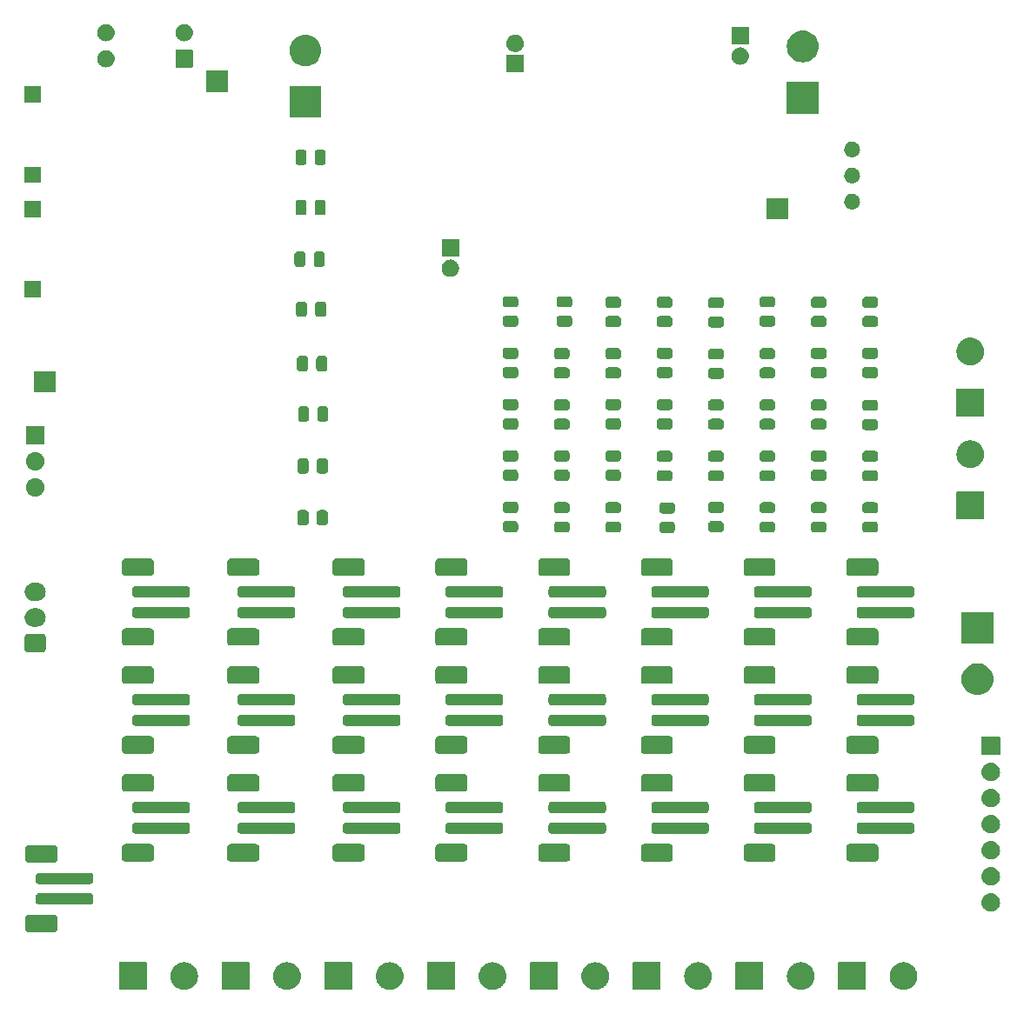
<source format=gbr>
G04 #@! TF.GenerationSoftware,KiCad,Pcbnew,7.0.8*
G04 #@! TF.CreationDate,2023-10-26T23:06:53+02:00*
G04 #@! TF.ProjectId,PlantCtrlESP32,506c616e-7443-4747-926c-45535033322e,rev?*
G04 #@! TF.SameCoordinates,Original*
G04 #@! TF.FileFunction,Soldermask,Top*
G04 #@! TF.FilePolarity,Negative*
%FSLAX46Y46*%
G04 Gerber Fmt 4.6, Leading zero omitted, Abs format (unit mm)*
G04 Created by KiCad (PCBNEW 7.0.8) date 2023-10-26 23:06:53*
%MOMM*%
%LPD*%
G01*
G04 APERTURE LIST*
G04 APERTURE END LIST*
G36*
X183399134Y-133228806D02*
G01*
X183415355Y-133239645D01*
X183426194Y-133255866D01*
X183430000Y-133275000D01*
X183430000Y-135875000D01*
X183426194Y-135894134D01*
X183415355Y-135910355D01*
X183399134Y-135921194D01*
X183380000Y-135925000D01*
X180780000Y-135925000D01*
X180760866Y-135921194D01*
X180744645Y-135910355D01*
X180733806Y-135894134D01*
X180730000Y-135875000D01*
X180730000Y-133275000D01*
X180733806Y-133255866D01*
X180744645Y-133239645D01*
X180760866Y-133228806D01*
X180780000Y-133225000D01*
X183380000Y-133225000D01*
X183399134Y-133228806D01*
G37*
G36*
X187136600Y-133229952D02*
G01*
X187191454Y-133229952D01*
X187251912Y-133240040D01*
X187314425Y-133245510D01*
X187363518Y-133258664D01*
X187411319Y-133266641D01*
X187475436Y-133288652D01*
X187541727Y-133306415D01*
X187582336Y-133325351D01*
X187622151Y-133339020D01*
X187687570Y-133374423D01*
X187755000Y-133405866D01*
X187786740Y-133428090D01*
X187818193Y-133445112D01*
X187882218Y-133494945D01*
X187947763Y-133540840D01*
X187970864Y-133563941D01*
X187994098Y-133582025D01*
X188053781Y-133646858D01*
X188114160Y-133707237D01*
X188129400Y-133729002D01*
X188145068Y-133746022D01*
X188197341Y-133826033D01*
X188249134Y-133900000D01*
X188257778Y-133918538D01*
X188266989Y-133932636D01*
X188308786Y-134027924D01*
X188348585Y-134113273D01*
X188352292Y-134127107D01*
X188356528Y-134136765D01*
X188384904Y-134248820D01*
X188409490Y-134340575D01*
X188410202Y-134348718D01*
X188411250Y-134352855D01*
X188423519Y-134500923D01*
X188430000Y-134575000D01*
X188423518Y-134649082D01*
X188411250Y-134797144D01*
X188410202Y-134801279D01*
X188409490Y-134809425D01*
X188384899Y-134901197D01*
X188356528Y-135013234D01*
X188352292Y-135022889D01*
X188348585Y-135036727D01*
X188308778Y-135122091D01*
X188266989Y-135217363D01*
X188257780Y-135231457D01*
X188249134Y-135250000D01*
X188197332Y-135323980D01*
X188145068Y-135403977D01*
X188129403Y-135420993D01*
X188114160Y-135442763D01*
X188053769Y-135503153D01*
X187994098Y-135567974D01*
X187970869Y-135586053D01*
X187947763Y-135609160D01*
X187882205Y-135655063D01*
X187818193Y-135704887D01*
X187786746Y-135721904D01*
X187755000Y-135744134D01*
X187687557Y-135775583D01*
X187622151Y-135810979D01*
X187582345Y-135824644D01*
X187541727Y-135843585D01*
X187475422Y-135861351D01*
X187411319Y-135883358D01*
X187363526Y-135891333D01*
X187314425Y-135904490D01*
X187251908Y-135909959D01*
X187191454Y-135920048D01*
X187136600Y-135920048D01*
X187080000Y-135925000D01*
X187023400Y-135920048D01*
X186968546Y-135920048D01*
X186908090Y-135909959D01*
X186845575Y-135904490D01*
X186796474Y-135891333D01*
X186748680Y-135883358D01*
X186684572Y-135861349D01*
X186618273Y-135843585D01*
X186577657Y-135824645D01*
X186537848Y-135810979D01*
X186472435Y-135775579D01*
X186405000Y-135744134D01*
X186373257Y-135721907D01*
X186341806Y-135704887D01*
X186277784Y-135655056D01*
X186212237Y-135609160D01*
X186189134Y-135586057D01*
X186165901Y-135567974D01*
X186106217Y-135503140D01*
X186045840Y-135442763D01*
X186030600Y-135420998D01*
X186014931Y-135403977D01*
X185962653Y-135323959D01*
X185910866Y-135250000D01*
X185902222Y-135231463D01*
X185893010Y-135217363D01*
X185851204Y-135122054D01*
X185811415Y-135036727D01*
X185807708Y-135022895D01*
X185803471Y-135013234D01*
X185775081Y-134901129D01*
X185750510Y-134809425D01*
X185749797Y-134801286D01*
X185748749Y-134797144D01*
X185736462Y-134648866D01*
X185730000Y-134575000D01*
X185736462Y-134501139D01*
X185748749Y-134352855D01*
X185749798Y-134348712D01*
X185750510Y-134340575D01*
X185775077Y-134248888D01*
X185803471Y-134136765D01*
X185807709Y-134127102D01*
X185811415Y-134113273D01*
X185851196Y-134027960D01*
X185893010Y-133932636D01*
X185902223Y-133918533D01*
X185910866Y-133900000D01*
X185962643Y-133826054D01*
X186014931Y-133746022D01*
X186030603Y-133728997D01*
X186045840Y-133707237D01*
X186106206Y-133646870D01*
X186165901Y-133582025D01*
X186189138Y-133563938D01*
X186212237Y-133540840D01*
X186277771Y-133494952D01*
X186341806Y-133445112D01*
X186373263Y-133428088D01*
X186405000Y-133405866D01*
X186472422Y-133374426D01*
X186537848Y-133339020D01*
X186577665Y-133325350D01*
X186618273Y-133306415D01*
X186684559Y-133288653D01*
X186748680Y-133266641D01*
X186796482Y-133258664D01*
X186845575Y-133245510D01*
X186908086Y-133240040D01*
X186968546Y-133229952D01*
X187023400Y-133229952D01*
X187080000Y-133225000D01*
X187136600Y-133229952D01*
G37*
G36*
X193399134Y-133228806D02*
G01*
X193415355Y-133239645D01*
X193426194Y-133255866D01*
X193430000Y-133275000D01*
X193430000Y-135875000D01*
X193426194Y-135894134D01*
X193415355Y-135910355D01*
X193399134Y-135921194D01*
X193380000Y-135925000D01*
X190780000Y-135925000D01*
X190760866Y-135921194D01*
X190744645Y-135910355D01*
X190733806Y-135894134D01*
X190730000Y-135875000D01*
X190730000Y-133275000D01*
X190733806Y-133255866D01*
X190744645Y-133239645D01*
X190760866Y-133228806D01*
X190780000Y-133225000D01*
X193380000Y-133225000D01*
X193399134Y-133228806D01*
G37*
G36*
X197136600Y-133229952D02*
G01*
X197191454Y-133229952D01*
X197251912Y-133240040D01*
X197314425Y-133245510D01*
X197363518Y-133258664D01*
X197411319Y-133266641D01*
X197475436Y-133288652D01*
X197541727Y-133306415D01*
X197582336Y-133325351D01*
X197622151Y-133339020D01*
X197687570Y-133374423D01*
X197755000Y-133405866D01*
X197786740Y-133428090D01*
X197818193Y-133445112D01*
X197882218Y-133494945D01*
X197947763Y-133540840D01*
X197970864Y-133563941D01*
X197994098Y-133582025D01*
X198053781Y-133646858D01*
X198114160Y-133707237D01*
X198129400Y-133729002D01*
X198145068Y-133746022D01*
X198197341Y-133826033D01*
X198249134Y-133900000D01*
X198257778Y-133918538D01*
X198266989Y-133932636D01*
X198308786Y-134027924D01*
X198348585Y-134113273D01*
X198352292Y-134127107D01*
X198356528Y-134136765D01*
X198384904Y-134248820D01*
X198409490Y-134340575D01*
X198410202Y-134348718D01*
X198411250Y-134352855D01*
X198423519Y-134500923D01*
X198430000Y-134575000D01*
X198423518Y-134649082D01*
X198411250Y-134797144D01*
X198410202Y-134801279D01*
X198409490Y-134809425D01*
X198384899Y-134901197D01*
X198356528Y-135013234D01*
X198352292Y-135022889D01*
X198348585Y-135036727D01*
X198308778Y-135122091D01*
X198266989Y-135217363D01*
X198257780Y-135231457D01*
X198249134Y-135250000D01*
X198197332Y-135323980D01*
X198145068Y-135403977D01*
X198129403Y-135420993D01*
X198114160Y-135442763D01*
X198053769Y-135503153D01*
X197994098Y-135567974D01*
X197970869Y-135586053D01*
X197947763Y-135609160D01*
X197882205Y-135655063D01*
X197818193Y-135704887D01*
X197786746Y-135721904D01*
X197755000Y-135744134D01*
X197687557Y-135775583D01*
X197622151Y-135810979D01*
X197582345Y-135824644D01*
X197541727Y-135843585D01*
X197475422Y-135861351D01*
X197411319Y-135883358D01*
X197363526Y-135891333D01*
X197314425Y-135904490D01*
X197251908Y-135909959D01*
X197191454Y-135920048D01*
X197136600Y-135920048D01*
X197080000Y-135925000D01*
X197023400Y-135920048D01*
X196968546Y-135920048D01*
X196908090Y-135909959D01*
X196845575Y-135904490D01*
X196796474Y-135891333D01*
X196748680Y-135883358D01*
X196684572Y-135861349D01*
X196618273Y-135843585D01*
X196577657Y-135824645D01*
X196537848Y-135810979D01*
X196472435Y-135775579D01*
X196405000Y-135744134D01*
X196373257Y-135721907D01*
X196341806Y-135704887D01*
X196277784Y-135655056D01*
X196212237Y-135609160D01*
X196189134Y-135586057D01*
X196165901Y-135567974D01*
X196106217Y-135503140D01*
X196045840Y-135442763D01*
X196030600Y-135420998D01*
X196014931Y-135403977D01*
X195962653Y-135323959D01*
X195910866Y-135250000D01*
X195902222Y-135231463D01*
X195893010Y-135217363D01*
X195851204Y-135122054D01*
X195811415Y-135036727D01*
X195807708Y-135022895D01*
X195803471Y-135013234D01*
X195775081Y-134901129D01*
X195750510Y-134809425D01*
X195749797Y-134801286D01*
X195748749Y-134797144D01*
X195736462Y-134648866D01*
X195730000Y-134575000D01*
X195736462Y-134501139D01*
X195748749Y-134352855D01*
X195749798Y-134348712D01*
X195750510Y-134340575D01*
X195775077Y-134248888D01*
X195803471Y-134136765D01*
X195807709Y-134127102D01*
X195811415Y-134113273D01*
X195851196Y-134027960D01*
X195893010Y-133932636D01*
X195902223Y-133918533D01*
X195910866Y-133900000D01*
X195962643Y-133826054D01*
X196014931Y-133746022D01*
X196030603Y-133728997D01*
X196045840Y-133707237D01*
X196106206Y-133646870D01*
X196165901Y-133582025D01*
X196189138Y-133563938D01*
X196212237Y-133540840D01*
X196277771Y-133494952D01*
X196341806Y-133445112D01*
X196373263Y-133428088D01*
X196405000Y-133405866D01*
X196472422Y-133374426D01*
X196537848Y-133339020D01*
X196577665Y-133325350D01*
X196618273Y-133306415D01*
X196684559Y-133288653D01*
X196748680Y-133266641D01*
X196796482Y-133258664D01*
X196845575Y-133245510D01*
X196908086Y-133240040D01*
X196968546Y-133229952D01*
X197023400Y-133229952D01*
X197080000Y-133225000D01*
X197136600Y-133229952D01*
G37*
G36*
X203399134Y-133228806D02*
G01*
X203415355Y-133239645D01*
X203426194Y-133255866D01*
X203430000Y-133275000D01*
X203430000Y-135875000D01*
X203426194Y-135894134D01*
X203415355Y-135910355D01*
X203399134Y-135921194D01*
X203380000Y-135925000D01*
X200780000Y-135925000D01*
X200760866Y-135921194D01*
X200744645Y-135910355D01*
X200733806Y-135894134D01*
X200730000Y-135875000D01*
X200730000Y-133275000D01*
X200733806Y-133255866D01*
X200744645Y-133239645D01*
X200760866Y-133228806D01*
X200780000Y-133225000D01*
X203380000Y-133225000D01*
X203399134Y-133228806D01*
G37*
G36*
X207136600Y-133229952D02*
G01*
X207191454Y-133229952D01*
X207251912Y-133240040D01*
X207314425Y-133245510D01*
X207363518Y-133258664D01*
X207411319Y-133266641D01*
X207475436Y-133288652D01*
X207541727Y-133306415D01*
X207582336Y-133325351D01*
X207622151Y-133339020D01*
X207687570Y-133374423D01*
X207755000Y-133405866D01*
X207786740Y-133428090D01*
X207818193Y-133445112D01*
X207882218Y-133494945D01*
X207947763Y-133540840D01*
X207970864Y-133563941D01*
X207994098Y-133582025D01*
X208053781Y-133646858D01*
X208114160Y-133707237D01*
X208129400Y-133729002D01*
X208145068Y-133746022D01*
X208197341Y-133826033D01*
X208249134Y-133900000D01*
X208257778Y-133918538D01*
X208266989Y-133932636D01*
X208308786Y-134027924D01*
X208348585Y-134113273D01*
X208352292Y-134127107D01*
X208356528Y-134136765D01*
X208384904Y-134248820D01*
X208409490Y-134340575D01*
X208410202Y-134348718D01*
X208411250Y-134352855D01*
X208423519Y-134500923D01*
X208430000Y-134575000D01*
X208423518Y-134649082D01*
X208411250Y-134797144D01*
X208410202Y-134801279D01*
X208409490Y-134809425D01*
X208384899Y-134901197D01*
X208356528Y-135013234D01*
X208352292Y-135022889D01*
X208348585Y-135036727D01*
X208308778Y-135122091D01*
X208266989Y-135217363D01*
X208257780Y-135231457D01*
X208249134Y-135250000D01*
X208197332Y-135323980D01*
X208145068Y-135403977D01*
X208129403Y-135420993D01*
X208114160Y-135442763D01*
X208053769Y-135503153D01*
X207994098Y-135567974D01*
X207970869Y-135586053D01*
X207947763Y-135609160D01*
X207882205Y-135655063D01*
X207818193Y-135704887D01*
X207786746Y-135721904D01*
X207755000Y-135744134D01*
X207687557Y-135775583D01*
X207622151Y-135810979D01*
X207582345Y-135824644D01*
X207541727Y-135843585D01*
X207475422Y-135861351D01*
X207411319Y-135883358D01*
X207363526Y-135891333D01*
X207314425Y-135904490D01*
X207251908Y-135909959D01*
X207191454Y-135920048D01*
X207136600Y-135920048D01*
X207080000Y-135925000D01*
X207023400Y-135920048D01*
X206968546Y-135920048D01*
X206908090Y-135909959D01*
X206845575Y-135904490D01*
X206796474Y-135891333D01*
X206748680Y-135883358D01*
X206684572Y-135861349D01*
X206618273Y-135843585D01*
X206577657Y-135824645D01*
X206537848Y-135810979D01*
X206472435Y-135775579D01*
X206405000Y-135744134D01*
X206373257Y-135721907D01*
X206341806Y-135704887D01*
X206277784Y-135655056D01*
X206212237Y-135609160D01*
X206189134Y-135586057D01*
X206165901Y-135567974D01*
X206106217Y-135503140D01*
X206045840Y-135442763D01*
X206030600Y-135420998D01*
X206014931Y-135403977D01*
X205962653Y-135323959D01*
X205910866Y-135250000D01*
X205902222Y-135231463D01*
X205893010Y-135217363D01*
X205851204Y-135122054D01*
X205811415Y-135036727D01*
X205807708Y-135022895D01*
X205803471Y-135013234D01*
X205775081Y-134901129D01*
X205750510Y-134809425D01*
X205749797Y-134801286D01*
X205748749Y-134797144D01*
X205736462Y-134648866D01*
X205730000Y-134575000D01*
X205736462Y-134501139D01*
X205748749Y-134352855D01*
X205749798Y-134348712D01*
X205750510Y-134340575D01*
X205775077Y-134248888D01*
X205803471Y-134136765D01*
X205807709Y-134127102D01*
X205811415Y-134113273D01*
X205851196Y-134027960D01*
X205893010Y-133932636D01*
X205902223Y-133918533D01*
X205910866Y-133900000D01*
X205962643Y-133826054D01*
X206014931Y-133746022D01*
X206030603Y-133728997D01*
X206045840Y-133707237D01*
X206106206Y-133646870D01*
X206165901Y-133582025D01*
X206189138Y-133563938D01*
X206212237Y-133540840D01*
X206277771Y-133494952D01*
X206341806Y-133445112D01*
X206373263Y-133428088D01*
X206405000Y-133405866D01*
X206472422Y-133374426D01*
X206537848Y-133339020D01*
X206577665Y-133325350D01*
X206618273Y-133306415D01*
X206684559Y-133288653D01*
X206748680Y-133266641D01*
X206796482Y-133258664D01*
X206845575Y-133245510D01*
X206908086Y-133240040D01*
X206968546Y-133229952D01*
X207023400Y-133229952D01*
X207080000Y-133225000D01*
X207136600Y-133229952D01*
G37*
G36*
X213399134Y-133228806D02*
G01*
X213415355Y-133239645D01*
X213426194Y-133255866D01*
X213430000Y-133275000D01*
X213430000Y-135875000D01*
X213426194Y-135894134D01*
X213415355Y-135910355D01*
X213399134Y-135921194D01*
X213380000Y-135925000D01*
X210780000Y-135925000D01*
X210760866Y-135921194D01*
X210744645Y-135910355D01*
X210733806Y-135894134D01*
X210730000Y-135875000D01*
X210730000Y-133275000D01*
X210733806Y-133255866D01*
X210744645Y-133239645D01*
X210760866Y-133228806D01*
X210780000Y-133225000D01*
X213380000Y-133225000D01*
X213399134Y-133228806D01*
G37*
G36*
X217136600Y-133229952D02*
G01*
X217191454Y-133229952D01*
X217251912Y-133240040D01*
X217314425Y-133245510D01*
X217363518Y-133258664D01*
X217411319Y-133266641D01*
X217475436Y-133288652D01*
X217541727Y-133306415D01*
X217582336Y-133325351D01*
X217622151Y-133339020D01*
X217687570Y-133374423D01*
X217755000Y-133405866D01*
X217786740Y-133428090D01*
X217818193Y-133445112D01*
X217882218Y-133494945D01*
X217947763Y-133540840D01*
X217970864Y-133563941D01*
X217994098Y-133582025D01*
X218053781Y-133646858D01*
X218114160Y-133707237D01*
X218129400Y-133729002D01*
X218145068Y-133746022D01*
X218197341Y-133826033D01*
X218249134Y-133900000D01*
X218257778Y-133918538D01*
X218266989Y-133932636D01*
X218308786Y-134027924D01*
X218348585Y-134113273D01*
X218352292Y-134127107D01*
X218356528Y-134136765D01*
X218384904Y-134248820D01*
X218409490Y-134340575D01*
X218410202Y-134348718D01*
X218411250Y-134352855D01*
X218423519Y-134500923D01*
X218430000Y-134575000D01*
X218423518Y-134649082D01*
X218411250Y-134797144D01*
X218410202Y-134801279D01*
X218409490Y-134809425D01*
X218384899Y-134901197D01*
X218356528Y-135013234D01*
X218352292Y-135022889D01*
X218348585Y-135036727D01*
X218308778Y-135122091D01*
X218266989Y-135217363D01*
X218257780Y-135231457D01*
X218249134Y-135250000D01*
X218197332Y-135323980D01*
X218145068Y-135403977D01*
X218129403Y-135420993D01*
X218114160Y-135442763D01*
X218053769Y-135503153D01*
X217994098Y-135567974D01*
X217970869Y-135586053D01*
X217947763Y-135609160D01*
X217882205Y-135655063D01*
X217818193Y-135704887D01*
X217786746Y-135721904D01*
X217755000Y-135744134D01*
X217687557Y-135775583D01*
X217622151Y-135810979D01*
X217582345Y-135824644D01*
X217541727Y-135843585D01*
X217475422Y-135861351D01*
X217411319Y-135883358D01*
X217363526Y-135891333D01*
X217314425Y-135904490D01*
X217251908Y-135909959D01*
X217191454Y-135920048D01*
X217136600Y-135920048D01*
X217080000Y-135925000D01*
X217023400Y-135920048D01*
X216968546Y-135920048D01*
X216908090Y-135909959D01*
X216845575Y-135904490D01*
X216796474Y-135891333D01*
X216748680Y-135883358D01*
X216684572Y-135861349D01*
X216618273Y-135843585D01*
X216577657Y-135824645D01*
X216537848Y-135810979D01*
X216472435Y-135775579D01*
X216405000Y-135744134D01*
X216373257Y-135721907D01*
X216341806Y-135704887D01*
X216277784Y-135655056D01*
X216212237Y-135609160D01*
X216189134Y-135586057D01*
X216165901Y-135567974D01*
X216106217Y-135503140D01*
X216045840Y-135442763D01*
X216030600Y-135420998D01*
X216014931Y-135403977D01*
X215962653Y-135323959D01*
X215910866Y-135250000D01*
X215902222Y-135231463D01*
X215893010Y-135217363D01*
X215851204Y-135122054D01*
X215811415Y-135036727D01*
X215807708Y-135022895D01*
X215803471Y-135013234D01*
X215775081Y-134901129D01*
X215750510Y-134809425D01*
X215749797Y-134801286D01*
X215748749Y-134797144D01*
X215736462Y-134648866D01*
X215730000Y-134575000D01*
X215736462Y-134501139D01*
X215748749Y-134352855D01*
X215749798Y-134348712D01*
X215750510Y-134340575D01*
X215775077Y-134248888D01*
X215803471Y-134136765D01*
X215807709Y-134127102D01*
X215811415Y-134113273D01*
X215851196Y-134027960D01*
X215893010Y-133932636D01*
X215902223Y-133918533D01*
X215910866Y-133900000D01*
X215962643Y-133826054D01*
X216014931Y-133746022D01*
X216030603Y-133728997D01*
X216045840Y-133707237D01*
X216106206Y-133646870D01*
X216165901Y-133582025D01*
X216189138Y-133563938D01*
X216212237Y-133540840D01*
X216277771Y-133494952D01*
X216341806Y-133445112D01*
X216373263Y-133428088D01*
X216405000Y-133405866D01*
X216472422Y-133374426D01*
X216537848Y-133339020D01*
X216577665Y-133325350D01*
X216618273Y-133306415D01*
X216684559Y-133288653D01*
X216748680Y-133266641D01*
X216796482Y-133258664D01*
X216845575Y-133245510D01*
X216908086Y-133240040D01*
X216968546Y-133229952D01*
X217023400Y-133229952D01*
X217080000Y-133225000D01*
X217136600Y-133229952D01*
G37*
G36*
X223399134Y-133228806D02*
G01*
X223415355Y-133239645D01*
X223426194Y-133255866D01*
X223430000Y-133275000D01*
X223430000Y-135875000D01*
X223426194Y-135894134D01*
X223415355Y-135910355D01*
X223399134Y-135921194D01*
X223380000Y-135925000D01*
X220780000Y-135925000D01*
X220760866Y-135921194D01*
X220744645Y-135910355D01*
X220733806Y-135894134D01*
X220730000Y-135875000D01*
X220730000Y-133275000D01*
X220733806Y-133255866D01*
X220744645Y-133239645D01*
X220760866Y-133228806D01*
X220780000Y-133225000D01*
X223380000Y-133225000D01*
X223399134Y-133228806D01*
G37*
G36*
X227136600Y-133229952D02*
G01*
X227191454Y-133229952D01*
X227251912Y-133240040D01*
X227314425Y-133245510D01*
X227363518Y-133258664D01*
X227411319Y-133266641D01*
X227475436Y-133288652D01*
X227541727Y-133306415D01*
X227582336Y-133325351D01*
X227622151Y-133339020D01*
X227687570Y-133374423D01*
X227755000Y-133405866D01*
X227786740Y-133428090D01*
X227818193Y-133445112D01*
X227882218Y-133494945D01*
X227947763Y-133540840D01*
X227970864Y-133563941D01*
X227994098Y-133582025D01*
X228053781Y-133646858D01*
X228114160Y-133707237D01*
X228129400Y-133729002D01*
X228145068Y-133746022D01*
X228197341Y-133826033D01*
X228249134Y-133900000D01*
X228257778Y-133918538D01*
X228266989Y-133932636D01*
X228308786Y-134027924D01*
X228348585Y-134113273D01*
X228352292Y-134127107D01*
X228356528Y-134136765D01*
X228384904Y-134248820D01*
X228409490Y-134340575D01*
X228410202Y-134348718D01*
X228411250Y-134352855D01*
X228423519Y-134500923D01*
X228430000Y-134575000D01*
X228423518Y-134649082D01*
X228411250Y-134797144D01*
X228410202Y-134801279D01*
X228409490Y-134809425D01*
X228384899Y-134901197D01*
X228356528Y-135013234D01*
X228352292Y-135022889D01*
X228348585Y-135036727D01*
X228308778Y-135122091D01*
X228266989Y-135217363D01*
X228257780Y-135231457D01*
X228249134Y-135250000D01*
X228197332Y-135323980D01*
X228145068Y-135403977D01*
X228129403Y-135420993D01*
X228114160Y-135442763D01*
X228053769Y-135503153D01*
X227994098Y-135567974D01*
X227970869Y-135586053D01*
X227947763Y-135609160D01*
X227882205Y-135655063D01*
X227818193Y-135704887D01*
X227786746Y-135721904D01*
X227755000Y-135744134D01*
X227687557Y-135775583D01*
X227622151Y-135810979D01*
X227582345Y-135824644D01*
X227541727Y-135843585D01*
X227475422Y-135861351D01*
X227411319Y-135883358D01*
X227363526Y-135891333D01*
X227314425Y-135904490D01*
X227251908Y-135909959D01*
X227191454Y-135920048D01*
X227136600Y-135920048D01*
X227080000Y-135925000D01*
X227023400Y-135920048D01*
X226968546Y-135920048D01*
X226908090Y-135909959D01*
X226845575Y-135904490D01*
X226796474Y-135891333D01*
X226748680Y-135883358D01*
X226684572Y-135861349D01*
X226618273Y-135843585D01*
X226577657Y-135824645D01*
X226537848Y-135810979D01*
X226472435Y-135775579D01*
X226405000Y-135744134D01*
X226373257Y-135721907D01*
X226341806Y-135704887D01*
X226277784Y-135655056D01*
X226212237Y-135609160D01*
X226189134Y-135586057D01*
X226165901Y-135567974D01*
X226106217Y-135503140D01*
X226045840Y-135442763D01*
X226030600Y-135420998D01*
X226014931Y-135403977D01*
X225962653Y-135323959D01*
X225910866Y-135250000D01*
X225902222Y-135231463D01*
X225893010Y-135217363D01*
X225851204Y-135122054D01*
X225811415Y-135036727D01*
X225807708Y-135022895D01*
X225803471Y-135013234D01*
X225775081Y-134901129D01*
X225750510Y-134809425D01*
X225749797Y-134801286D01*
X225748749Y-134797144D01*
X225736462Y-134648866D01*
X225730000Y-134575000D01*
X225736462Y-134501139D01*
X225748749Y-134352855D01*
X225749798Y-134348712D01*
X225750510Y-134340575D01*
X225775077Y-134248888D01*
X225803471Y-134136765D01*
X225807709Y-134127102D01*
X225811415Y-134113273D01*
X225851196Y-134027960D01*
X225893010Y-133932636D01*
X225902223Y-133918533D01*
X225910866Y-133900000D01*
X225962643Y-133826054D01*
X226014931Y-133746022D01*
X226030603Y-133728997D01*
X226045840Y-133707237D01*
X226106206Y-133646870D01*
X226165901Y-133582025D01*
X226189138Y-133563938D01*
X226212237Y-133540840D01*
X226277771Y-133494952D01*
X226341806Y-133445112D01*
X226373263Y-133428088D01*
X226405000Y-133405866D01*
X226472422Y-133374426D01*
X226537848Y-133339020D01*
X226577665Y-133325350D01*
X226618273Y-133306415D01*
X226684559Y-133288653D01*
X226748680Y-133266641D01*
X226796482Y-133258664D01*
X226845575Y-133245510D01*
X226908086Y-133240040D01*
X226968546Y-133229952D01*
X227023400Y-133229952D01*
X227080000Y-133225000D01*
X227136600Y-133229952D01*
G37*
G36*
X233399134Y-133228806D02*
G01*
X233415355Y-133239645D01*
X233426194Y-133255866D01*
X233430000Y-133275000D01*
X233430000Y-135875000D01*
X233426194Y-135894134D01*
X233415355Y-135910355D01*
X233399134Y-135921194D01*
X233380000Y-135925000D01*
X230780000Y-135925000D01*
X230760866Y-135921194D01*
X230744645Y-135910355D01*
X230733806Y-135894134D01*
X230730000Y-135875000D01*
X230730000Y-133275000D01*
X230733806Y-133255866D01*
X230744645Y-133239645D01*
X230760866Y-133228806D01*
X230780000Y-133225000D01*
X233380000Y-133225000D01*
X233399134Y-133228806D01*
G37*
G36*
X237136600Y-133229952D02*
G01*
X237191454Y-133229952D01*
X237251912Y-133240040D01*
X237314425Y-133245510D01*
X237363518Y-133258664D01*
X237411319Y-133266641D01*
X237475436Y-133288652D01*
X237541727Y-133306415D01*
X237582336Y-133325351D01*
X237622151Y-133339020D01*
X237687570Y-133374423D01*
X237755000Y-133405866D01*
X237786740Y-133428090D01*
X237818193Y-133445112D01*
X237882218Y-133494945D01*
X237947763Y-133540840D01*
X237970864Y-133563941D01*
X237994098Y-133582025D01*
X238053781Y-133646858D01*
X238114160Y-133707237D01*
X238129400Y-133729002D01*
X238145068Y-133746022D01*
X238197341Y-133826033D01*
X238249134Y-133900000D01*
X238257778Y-133918538D01*
X238266989Y-133932636D01*
X238308786Y-134027924D01*
X238348585Y-134113273D01*
X238352292Y-134127107D01*
X238356528Y-134136765D01*
X238384904Y-134248820D01*
X238409490Y-134340575D01*
X238410202Y-134348718D01*
X238411250Y-134352855D01*
X238423519Y-134500923D01*
X238430000Y-134575000D01*
X238423518Y-134649082D01*
X238411250Y-134797144D01*
X238410202Y-134801279D01*
X238409490Y-134809425D01*
X238384899Y-134901197D01*
X238356528Y-135013234D01*
X238352292Y-135022889D01*
X238348585Y-135036727D01*
X238308778Y-135122091D01*
X238266989Y-135217363D01*
X238257780Y-135231457D01*
X238249134Y-135250000D01*
X238197332Y-135323980D01*
X238145068Y-135403977D01*
X238129403Y-135420993D01*
X238114160Y-135442763D01*
X238053769Y-135503153D01*
X237994098Y-135567974D01*
X237970869Y-135586053D01*
X237947763Y-135609160D01*
X237882205Y-135655063D01*
X237818193Y-135704887D01*
X237786746Y-135721904D01*
X237755000Y-135744134D01*
X237687557Y-135775583D01*
X237622151Y-135810979D01*
X237582345Y-135824644D01*
X237541727Y-135843585D01*
X237475422Y-135861351D01*
X237411319Y-135883358D01*
X237363526Y-135891333D01*
X237314425Y-135904490D01*
X237251908Y-135909959D01*
X237191454Y-135920048D01*
X237136600Y-135920048D01*
X237080000Y-135925000D01*
X237023400Y-135920048D01*
X236968546Y-135920048D01*
X236908090Y-135909959D01*
X236845575Y-135904490D01*
X236796474Y-135891333D01*
X236748680Y-135883358D01*
X236684572Y-135861349D01*
X236618273Y-135843585D01*
X236577657Y-135824645D01*
X236537848Y-135810979D01*
X236472435Y-135775579D01*
X236405000Y-135744134D01*
X236373257Y-135721907D01*
X236341806Y-135704887D01*
X236277784Y-135655056D01*
X236212237Y-135609160D01*
X236189134Y-135586057D01*
X236165901Y-135567974D01*
X236106217Y-135503140D01*
X236045840Y-135442763D01*
X236030600Y-135420998D01*
X236014931Y-135403977D01*
X235962653Y-135323959D01*
X235910866Y-135250000D01*
X235902222Y-135231463D01*
X235893010Y-135217363D01*
X235851204Y-135122054D01*
X235811415Y-135036727D01*
X235807708Y-135022895D01*
X235803471Y-135013234D01*
X235775081Y-134901129D01*
X235750510Y-134809425D01*
X235749797Y-134801286D01*
X235748749Y-134797144D01*
X235736462Y-134648866D01*
X235730000Y-134575000D01*
X235736462Y-134501139D01*
X235748749Y-134352855D01*
X235749798Y-134348712D01*
X235750510Y-134340575D01*
X235775077Y-134248888D01*
X235803471Y-134136765D01*
X235807709Y-134127102D01*
X235811415Y-134113273D01*
X235851196Y-134027960D01*
X235893010Y-133932636D01*
X235902223Y-133918533D01*
X235910866Y-133900000D01*
X235962643Y-133826054D01*
X236014931Y-133746022D01*
X236030603Y-133728997D01*
X236045840Y-133707237D01*
X236106206Y-133646870D01*
X236165901Y-133582025D01*
X236189138Y-133563938D01*
X236212237Y-133540840D01*
X236277771Y-133494952D01*
X236341806Y-133445112D01*
X236373263Y-133428088D01*
X236405000Y-133405866D01*
X236472422Y-133374426D01*
X236537848Y-133339020D01*
X236577665Y-133325350D01*
X236618273Y-133306415D01*
X236684559Y-133288653D01*
X236748680Y-133266641D01*
X236796482Y-133258664D01*
X236845575Y-133245510D01*
X236908086Y-133240040D01*
X236968546Y-133229952D01*
X237023400Y-133229952D01*
X237080000Y-133225000D01*
X237136600Y-133229952D01*
G37*
G36*
X243399134Y-133228806D02*
G01*
X243415355Y-133239645D01*
X243426194Y-133255866D01*
X243430000Y-133275000D01*
X243430000Y-135875000D01*
X243426194Y-135894134D01*
X243415355Y-135910355D01*
X243399134Y-135921194D01*
X243380000Y-135925000D01*
X240780000Y-135925000D01*
X240760866Y-135921194D01*
X240744645Y-135910355D01*
X240733806Y-135894134D01*
X240730000Y-135875000D01*
X240730000Y-133275000D01*
X240733806Y-133255866D01*
X240744645Y-133239645D01*
X240760866Y-133228806D01*
X240780000Y-133225000D01*
X243380000Y-133225000D01*
X243399134Y-133228806D01*
G37*
G36*
X247136600Y-133229952D02*
G01*
X247191454Y-133229952D01*
X247251912Y-133240040D01*
X247314425Y-133245510D01*
X247363518Y-133258664D01*
X247411319Y-133266641D01*
X247475436Y-133288652D01*
X247541727Y-133306415D01*
X247582336Y-133325351D01*
X247622151Y-133339020D01*
X247687570Y-133374423D01*
X247755000Y-133405866D01*
X247786740Y-133428090D01*
X247818193Y-133445112D01*
X247882218Y-133494945D01*
X247947763Y-133540840D01*
X247970864Y-133563941D01*
X247994098Y-133582025D01*
X248053781Y-133646858D01*
X248114160Y-133707237D01*
X248129400Y-133729002D01*
X248145068Y-133746022D01*
X248197341Y-133826033D01*
X248249134Y-133900000D01*
X248257778Y-133918538D01*
X248266989Y-133932636D01*
X248308786Y-134027924D01*
X248348585Y-134113273D01*
X248352292Y-134127107D01*
X248356528Y-134136765D01*
X248384904Y-134248820D01*
X248409490Y-134340575D01*
X248410202Y-134348718D01*
X248411250Y-134352855D01*
X248423519Y-134500923D01*
X248430000Y-134575000D01*
X248423518Y-134649082D01*
X248411250Y-134797144D01*
X248410202Y-134801279D01*
X248409490Y-134809425D01*
X248384899Y-134901197D01*
X248356528Y-135013234D01*
X248352292Y-135022889D01*
X248348585Y-135036727D01*
X248308778Y-135122091D01*
X248266989Y-135217363D01*
X248257780Y-135231457D01*
X248249134Y-135250000D01*
X248197332Y-135323980D01*
X248145068Y-135403977D01*
X248129403Y-135420993D01*
X248114160Y-135442763D01*
X248053769Y-135503153D01*
X247994098Y-135567974D01*
X247970869Y-135586053D01*
X247947763Y-135609160D01*
X247882205Y-135655063D01*
X247818193Y-135704887D01*
X247786746Y-135721904D01*
X247755000Y-135744134D01*
X247687557Y-135775583D01*
X247622151Y-135810979D01*
X247582345Y-135824644D01*
X247541727Y-135843585D01*
X247475422Y-135861351D01*
X247411319Y-135883358D01*
X247363526Y-135891333D01*
X247314425Y-135904490D01*
X247251908Y-135909959D01*
X247191454Y-135920048D01*
X247136600Y-135920048D01*
X247080000Y-135925000D01*
X247023400Y-135920048D01*
X246968546Y-135920048D01*
X246908090Y-135909959D01*
X246845575Y-135904490D01*
X246796474Y-135891333D01*
X246748680Y-135883358D01*
X246684572Y-135861349D01*
X246618273Y-135843585D01*
X246577657Y-135824645D01*
X246537848Y-135810979D01*
X246472435Y-135775579D01*
X246405000Y-135744134D01*
X246373257Y-135721907D01*
X246341806Y-135704887D01*
X246277784Y-135655056D01*
X246212237Y-135609160D01*
X246189134Y-135586057D01*
X246165901Y-135567974D01*
X246106217Y-135503140D01*
X246045840Y-135442763D01*
X246030600Y-135420998D01*
X246014931Y-135403977D01*
X245962653Y-135323959D01*
X245910866Y-135250000D01*
X245902222Y-135231463D01*
X245893010Y-135217363D01*
X245851204Y-135122054D01*
X245811415Y-135036727D01*
X245807708Y-135022895D01*
X245803471Y-135013234D01*
X245775081Y-134901129D01*
X245750510Y-134809425D01*
X245749797Y-134801286D01*
X245748749Y-134797144D01*
X245736462Y-134648866D01*
X245730000Y-134575000D01*
X245736462Y-134501139D01*
X245748749Y-134352855D01*
X245749798Y-134348712D01*
X245750510Y-134340575D01*
X245775077Y-134248888D01*
X245803471Y-134136765D01*
X245807709Y-134127102D01*
X245811415Y-134113273D01*
X245851196Y-134027960D01*
X245893010Y-133932636D01*
X245902223Y-133918533D01*
X245910866Y-133900000D01*
X245962643Y-133826054D01*
X246014931Y-133746022D01*
X246030603Y-133728997D01*
X246045840Y-133707237D01*
X246106206Y-133646870D01*
X246165901Y-133582025D01*
X246189138Y-133563938D01*
X246212237Y-133540840D01*
X246277771Y-133494952D01*
X246341806Y-133445112D01*
X246373263Y-133428088D01*
X246405000Y-133405866D01*
X246472422Y-133374426D01*
X246537848Y-133339020D01*
X246577665Y-133325350D01*
X246618273Y-133306415D01*
X246684559Y-133288653D01*
X246748680Y-133266641D01*
X246796482Y-133258664D01*
X246845575Y-133245510D01*
X246908086Y-133240040D01*
X246968546Y-133229952D01*
X247023400Y-133229952D01*
X247080000Y-133225000D01*
X247136600Y-133229952D01*
G37*
G36*
X253399134Y-133228806D02*
G01*
X253415355Y-133239645D01*
X253426194Y-133255866D01*
X253430000Y-133275000D01*
X253430000Y-135875000D01*
X253426194Y-135894134D01*
X253415355Y-135910355D01*
X253399134Y-135921194D01*
X253380000Y-135925000D01*
X250780000Y-135925000D01*
X250760866Y-135921194D01*
X250744645Y-135910355D01*
X250733806Y-135894134D01*
X250730000Y-135875000D01*
X250730000Y-133275000D01*
X250733806Y-133255866D01*
X250744645Y-133239645D01*
X250760866Y-133228806D01*
X250780000Y-133225000D01*
X253380000Y-133225000D01*
X253399134Y-133228806D01*
G37*
G36*
X257136600Y-133229952D02*
G01*
X257191454Y-133229952D01*
X257251912Y-133240040D01*
X257314425Y-133245510D01*
X257363518Y-133258664D01*
X257411319Y-133266641D01*
X257475436Y-133288652D01*
X257541727Y-133306415D01*
X257582336Y-133325351D01*
X257622151Y-133339020D01*
X257687570Y-133374423D01*
X257755000Y-133405866D01*
X257786740Y-133428090D01*
X257818193Y-133445112D01*
X257882218Y-133494945D01*
X257947763Y-133540840D01*
X257970864Y-133563941D01*
X257994098Y-133582025D01*
X258053781Y-133646858D01*
X258114160Y-133707237D01*
X258129400Y-133729002D01*
X258145068Y-133746022D01*
X258197341Y-133826033D01*
X258249134Y-133900000D01*
X258257778Y-133918538D01*
X258266989Y-133932636D01*
X258308786Y-134027924D01*
X258348585Y-134113273D01*
X258352292Y-134127107D01*
X258356528Y-134136765D01*
X258384904Y-134248820D01*
X258409490Y-134340575D01*
X258410202Y-134348718D01*
X258411250Y-134352855D01*
X258423519Y-134500923D01*
X258430000Y-134575000D01*
X258423518Y-134649082D01*
X258411250Y-134797144D01*
X258410202Y-134801279D01*
X258409490Y-134809425D01*
X258384899Y-134901197D01*
X258356528Y-135013234D01*
X258352292Y-135022889D01*
X258348585Y-135036727D01*
X258308778Y-135122091D01*
X258266989Y-135217363D01*
X258257780Y-135231457D01*
X258249134Y-135250000D01*
X258197332Y-135323980D01*
X258145068Y-135403977D01*
X258129403Y-135420993D01*
X258114160Y-135442763D01*
X258053769Y-135503153D01*
X257994098Y-135567974D01*
X257970869Y-135586053D01*
X257947763Y-135609160D01*
X257882205Y-135655063D01*
X257818193Y-135704887D01*
X257786746Y-135721904D01*
X257755000Y-135744134D01*
X257687557Y-135775583D01*
X257622151Y-135810979D01*
X257582345Y-135824644D01*
X257541727Y-135843585D01*
X257475422Y-135861351D01*
X257411319Y-135883358D01*
X257363526Y-135891333D01*
X257314425Y-135904490D01*
X257251908Y-135909959D01*
X257191454Y-135920048D01*
X257136600Y-135920048D01*
X257080000Y-135925000D01*
X257023400Y-135920048D01*
X256968546Y-135920048D01*
X256908090Y-135909959D01*
X256845575Y-135904490D01*
X256796474Y-135891333D01*
X256748680Y-135883358D01*
X256684572Y-135861349D01*
X256618273Y-135843585D01*
X256577657Y-135824645D01*
X256537848Y-135810979D01*
X256472435Y-135775579D01*
X256405000Y-135744134D01*
X256373257Y-135721907D01*
X256341806Y-135704887D01*
X256277784Y-135655056D01*
X256212237Y-135609160D01*
X256189134Y-135586057D01*
X256165901Y-135567974D01*
X256106217Y-135503140D01*
X256045840Y-135442763D01*
X256030600Y-135420998D01*
X256014931Y-135403977D01*
X255962653Y-135323959D01*
X255910866Y-135250000D01*
X255902222Y-135231463D01*
X255893010Y-135217363D01*
X255851204Y-135122054D01*
X255811415Y-135036727D01*
X255807708Y-135022895D01*
X255803471Y-135013234D01*
X255775081Y-134901129D01*
X255750510Y-134809425D01*
X255749797Y-134801286D01*
X255748749Y-134797144D01*
X255736462Y-134648866D01*
X255730000Y-134575000D01*
X255736462Y-134501139D01*
X255748749Y-134352855D01*
X255749798Y-134348712D01*
X255750510Y-134340575D01*
X255775077Y-134248888D01*
X255803471Y-134136765D01*
X255807709Y-134127102D01*
X255811415Y-134113273D01*
X255851196Y-134027960D01*
X255893010Y-133932636D01*
X255902223Y-133918533D01*
X255910866Y-133900000D01*
X255962643Y-133826054D01*
X256014931Y-133746022D01*
X256030603Y-133728997D01*
X256045840Y-133707237D01*
X256106206Y-133646870D01*
X256165901Y-133582025D01*
X256189138Y-133563938D01*
X256212237Y-133540840D01*
X256277771Y-133494952D01*
X256341806Y-133445112D01*
X256373263Y-133428088D01*
X256405000Y-133405866D01*
X256472422Y-133374426D01*
X256537848Y-133339020D01*
X256577665Y-133325350D01*
X256618273Y-133306415D01*
X256684559Y-133288653D01*
X256748680Y-133266641D01*
X256796482Y-133258664D01*
X256845575Y-133245510D01*
X256908086Y-133240040D01*
X256968546Y-133229952D01*
X257023400Y-133229952D01*
X257080000Y-133225000D01*
X257136600Y-133229952D01*
G37*
G36*
X174498685Y-128627969D02*
G01*
X174513361Y-128634449D01*
X174522320Y-128635868D01*
X174559632Y-128654879D01*
X174599541Y-128672501D01*
X174605072Y-128678032D01*
X174605603Y-128678303D01*
X174671696Y-128744396D01*
X174671966Y-128744926D01*
X174677499Y-128750459D01*
X174695123Y-128790374D01*
X174714131Y-128827679D01*
X174715549Y-128836635D01*
X174722031Y-128851315D01*
X174730000Y-128920000D01*
X174730000Y-130020000D01*
X174722031Y-130088685D01*
X174715549Y-130103364D01*
X174714131Y-130112320D01*
X174695126Y-130149618D01*
X174677499Y-130189541D01*
X174671965Y-130195074D01*
X174671696Y-130195603D01*
X174605603Y-130261696D01*
X174605074Y-130261965D01*
X174599541Y-130267499D01*
X174559618Y-130285126D01*
X174522320Y-130304131D01*
X174513364Y-130305549D01*
X174498685Y-130312031D01*
X174430000Y-130320000D01*
X171930000Y-130320000D01*
X171861315Y-130312031D01*
X171846635Y-130305549D01*
X171837679Y-130304131D01*
X171800374Y-130285123D01*
X171760459Y-130267499D01*
X171754926Y-130261966D01*
X171754396Y-130261696D01*
X171688303Y-130195603D01*
X171688032Y-130195072D01*
X171682501Y-130189541D01*
X171664879Y-130149632D01*
X171645868Y-130112320D01*
X171644449Y-130103361D01*
X171637969Y-130088685D01*
X171630000Y-130020000D01*
X171630000Y-128920000D01*
X171637969Y-128851315D01*
X171644448Y-128836639D01*
X171645868Y-128827679D01*
X171664883Y-128790359D01*
X171682501Y-128750459D01*
X171688031Y-128744928D01*
X171688303Y-128744396D01*
X171754396Y-128678303D01*
X171754928Y-128678031D01*
X171760459Y-128672501D01*
X171800359Y-128654883D01*
X171837679Y-128635868D01*
X171846639Y-128634448D01*
X171861315Y-128627969D01*
X171930000Y-128620000D01*
X174430000Y-128620000D01*
X174498685Y-128627969D01*
G37*
G36*
X265625151Y-126514930D02*
G01*
X265674076Y-126514930D01*
X265716321Y-126523909D01*
X265755485Y-126527767D01*
X265804689Y-126542693D01*
X265858115Y-126554049D01*
X265892300Y-126569269D01*
X265924230Y-126578955D01*
X265974971Y-126606076D01*
X266030000Y-126630577D01*
X266055583Y-126649164D01*
X266079743Y-126662078D01*
X266129023Y-126702521D01*
X266182218Y-126741170D01*
X266199491Y-126760354D01*
X266216053Y-126773946D01*
X266260563Y-126828182D01*
X266308115Y-126880993D01*
X266318103Y-126898293D01*
X266327921Y-126910256D01*
X266364237Y-126978200D01*
X266402191Y-127043937D01*
X266406557Y-127057374D01*
X266411044Y-127065769D01*
X266435779Y-127147311D01*
X266460333Y-127222879D01*
X266461197Y-127231103D01*
X266462232Y-127234514D01*
X266472305Y-127336787D01*
X266480000Y-127410000D01*
X266472304Y-127483218D01*
X266462232Y-127585485D01*
X266461197Y-127588895D01*
X266460333Y-127597121D01*
X266435774Y-127672702D01*
X266411044Y-127754230D01*
X266406558Y-127762622D01*
X266402191Y-127776063D01*
X266364230Y-127841812D01*
X266327921Y-127909743D01*
X266318105Y-127921703D01*
X266308115Y-127939007D01*
X266260554Y-127991828D01*
X266216053Y-128046053D01*
X266199494Y-128059642D01*
X266182218Y-128078830D01*
X266129012Y-128117486D01*
X266079743Y-128157921D01*
X266055588Y-128170831D01*
X266030000Y-128189423D01*
X265974960Y-128213928D01*
X265924230Y-128241044D01*
X265892307Y-128250727D01*
X265858115Y-128265951D01*
X265804678Y-128277309D01*
X265755485Y-128292232D01*
X265716330Y-128296088D01*
X265674076Y-128305070D01*
X265625140Y-128305070D01*
X265580000Y-128309516D01*
X265534859Y-128305070D01*
X265485924Y-128305070D01*
X265443669Y-128296088D01*
X265404514Y-128292232D01*
X265355317Y-128277308D01*
X265301885Y-128265951D01*
X265267694Y-128250728D01*
X265235769Y-128241044D01*
X265185033Y-128213925D01*
X265130000Y-128189423D01*
X265104413Y-128170833D01*
X265080256Y-128157921D01*
X265030978Y-128117479D01*
X264977782Y-128078830D01*
X264960507Y-128059645D01*
X264943946Y-128046053D01*
X264899434Y-127991815D01*
X264851885Y-127939007D01*
X264841897Y-127921707D01*
X264832078Y-127909743D01*
X264795756Y-127841788D01*
X264757809Y-127776063D01*
X264753443Y-127762627D01*
X264748955Y-127754230D01*
X264724210Y-127672656D01*
X264699667Y-127597121D01*
X264698802Y-127588900D01*
X264697767Y-127585485D01*
X264687679Y-127483067D01*
X264680000Y-127410000D01*
X264687678Y-127336939D01*
X264697767Y-127234514D01*
X264698803Y-127231098D01*
X264699667Y-127222879D01*
X264724205Y-127147357D01*
X264748955Y-127065769D01*
X264753444Y-127057369D01*
X264757809Y-127043937D01*
X264795748Y-126978223D01*
X264832078Y-126910256D01*
X264841899Y-126898289D01*
X264851885Y-126880993D01*
X264899424Y-126828194D01*
X264943946Y-126773946D01*
X264960511Y-126760350D01*
X264977782Y-126741170D01*
X265030968Y-126702527D01*
X265080256Y-126662078D01*
X265104419Y-126649162D01*
X265130000Y-126630577D01*
X265185022Y-126606079D01*
X265235769Y-126578955D01*
X265267701Y-126569268D01*
X265301885Y-126554049D01*
X265355306Y-126542693D01*
X265404514Y-126527767D01*
X265443678Y-126523909D01*
X265485924Y-126514930D01*
X265534849Y-126514930D01*
X265580000Y-126510483D01*
X265625151Y-126514930D01*
G37*
G36*
X177998685Y-126527969D02*
G01*
X178013361Y-126534449D01*
X178022320Y-126535868D01*
X178059632Y-126554879D01*
X178099541Y-126572501D01*
X178105072Y-126578032D01*
X178105603Y-126578303D01*
X178171696Y-126644396D01*
X178171966Y-126644926D01*
X178177499Y-126650459D01*
X178195123Y-126690374D01*
X178214131Y-126727679D01*
X178215549Y-126736635D01*
X178222031Y-126751315D01*
X178230000Y-126820000D01*
X178230000Y-127320000D01*
X178222031Y-127388685D01*
X178215549Y-127403364D01*
X178214131Y-127412320D01*
X178195126Y-127449618D01*
X178177499Y-127489541D01*
X178171965Y-127495074D01*
X178171696Y-127495603D01*
X178105603Y-127561696D01*
X178105074Y-127561965D01*
X178099541Y-127567499D01*
X178059618Y-127585126D01*
X178022320Y-127604131D01*
X178013364Y-127605549D01*
X177998685Y-127612031D01*
X177930000Y-127620000D01*
X172930000Y-127620000D01*
X172861315Y-127612031D01*
X172846635Y-127605549D01*
X172837679Y-127604131D01*
X172800374Y-127585123D01*
X172760459Y-127567499D01*
X172754926Y-127561966D01*
X172754396Y-127561696D01*
X172688303Y-127495603D01*
X172688032Y-127495072D01*
X172682501Y-127489541D01*
X172664879Y-127449632D01*
X172645868Y-127412320D01*
X172644449Y-127403361D01*
X172637969Y-127388685D01*
X172630000Y-127320000D01*
X172630000Y-126820000D01*
X172637969Y-126751315D01*
X172644448Y-126736639D01*
X172645868Y-126727679D01*
X172664883Y-126690359D01*
X172682501Y-126650459D01*
X172688031Y-126644928D01*
X172688303Y-126644396D01*
X172754396Y-126578303D01*
X172754928Y-126578031D01*
X172760459Y-126572501D01*
X172800359Y-126554883D01*
X172837679Y-126535868D01*
X172846639Y-126534448D01*
X172861315Y-126527969D01*
X172930000Y-126520000D01*
X177930000Y-126520000D01*
X177998685Y-126527969D01*
G37*
G36*
X265625151Y-123974930D02*
G01*
X265674076Y-123974930D01*
X265716321Y-123983909D01*
X265755485Y-123987767D01*
X265804689Y-124002693D01*
X265858115Y-124014049D01*
X265892300Y-124029269D01*
X265924230Y-124038955D01*
X265974971Y-124066076D01*
X266030000Y-124090577D01*
X266055583Y-124109164D01*
X266079743Y-124122078D01*
X266129023Y-124162521D01*
X266182218Y-124201170D01*
X266199491Y-124220354D01*
X266216053Y-124233946D01*
X266260563Y-124288182D01*
X266308115Y-124340993D01*
X266318103Y-124358293D01*
X266327921Y-124370256D01*
X266364237Y-124438200D01*
X266402191Y-124503937D01*
X266406557Y-124517374D01*
X266411044Y-124525769D01*
X266435779Y-124607311D01*
X266460333Y-124682879D01*
X266461197Y-124691103D01*
X266462232Y-124694514D01*
X266472305Y-124796787D01*
X266480000Y-124870000D01*
X266472304Y-124943218D01*
X266462232Y-125045485D01*
X266461197Y-125048895D01*
X266460333Y-125057121D01*
X266435774Y-125132702D01*
X266411044Y-125214230D01*
X266406558Y-125222622D01*
X266402191Y-125236063D01*
X266364230Y-125301812D01*
X266327921Y-125369743D01*
X266318105Y-125381703D01*
X266308115Y-125399007D01*
X266260554Y-125451828D01*
X266216053Y-125506053D01*
X266199494Y-125519642D01*
X266182218Y-125538830D01*
X266129012Y-125577486D01*
X266079743Y-125617921D01*
X266055588Y-125630831D01*
X266030000Y-125649423D01*
X265974960Y-125673928D01*
X265924230Y-125701044D01*
X265892307Y-125710727D01*
X265858115Y-125725951D01*
X265804678Y-125737309D01*
X265755485Y-125752232D01*
X265716330Y-125756088D01*
X265674076Y-125765070D01*
X265625140Y-125765070D01*
X265580000Y-125769516D01*
X265534859Y-125765070D01*
X265485924Y-125765070D01*
X265443669Y-125756088D01*
X265404514Y-125752232D01*
X265355317Y-125737308D01*
X265301885Y-125725951D01*
X265267694Y-125710728D01*
X265235769Y-125701044D01*
X265185033Y-125673925D01*
X265130000Y-125649423D01*
X265104413Y-125630833D01*
X265080256Y-125617921D01*
X265030978Y-125577479D01*
X264977782Y-125538830D01*
X264960507Y-125519645D01*
X264943946Y-125506053D01*
X264899434Y-125451815D01*
X264851885Y-125399007D01*
X264841897Y-125381707D01*
X264832078Y-125369743D01*
X264795756Y-125301788D01*
X264757809Y-125236063D01*
X264753443Y-125222627D01*
X264748955Y-125214230D01*
X264724210Y-125132656D01*
X264699667Y-125057121D01*
X264698802Y-125048900D01*
X264697767Y-125045485D01*
X264687679Y-124943067D01*
X264680000Y-124870000D01*
X264687678Y-124796939D01*
X264697767Y-124694514D01*
X264698803Y-124691098D01*
X264699667Y-124682879D01*
X264724205Y-124607357D01*
X264748955Y-124525769D01*
X264753444Y-124517369D01*
X264757809Y-124503937D01*
X264795748Y-124438223D01*
X264832078Y-124370256D01*
X264841899Y-124358289D01*
X264851885Y-124340993D01*
X264899424Y-124288194D01*
X264943946Y-124233946D01*
X264960511Y-124220350D01*
X264977782Y-124201170D01*
X265030968Y-124162527D01*
X265080256Y-124122078D01*
X265104419Y-124109162D01*
X265130000Y-124090577D01*
X265185022Y-124066079D01*
X265235769Y-124038955D01*
X265267701Y-124029268D01*
X265301885Y-124014049D01*
X265355306Y-124002693D01*
X265404514Y-123987767D01*
X265443678Y-123983909D01*
X265485924Y-123974930D01*
X265534849Y-123974930D01*
X265580000Y-123970483D01*
X265625151Y-123974930D01*
G37*
G36*
X177998685Y-124527969D02*
G01*
X178013361Y-124534449D01*
X178022320Y-124535868D01*
X178059632Y-124554879D01*
X178099541Y-124572501D01*
X178105072Y-124578032D01*
X178105603Y-124578303D01*
X178171696Y-124644396D01*
X178171966Y-124644926D01*
X178177499Y-124650459D01*
X178195123Y-124690374D01*
X178214131Y-124727679D01*
X178215549Y-124736635D01*
X178222031Y-124751315D01*
X178230000Y-124820000D01*
X178230000Y-125320000D01*
X178222031Y-125388685D01*
X178215549Y-125403364D01*
X178214131Y-125412320D01*
X178195126Y-125449618D01*
X178177499Y-125489541D01*
X178171965Y-125495074D01*
X178171696Y-125495603D01*
X178105603Y-125561696D01*
X178105074Y-125561965D01*
X178099541Y-125567499D01*
X178059618Y-125585126D01*
X178022320Y-125604131D01*
X178013364Y-125605549D01*
X177998685Y-125612031D01*
X177930000Y-125620000D01*
X172930000Y-125620000D01*
X172861315Y-125612031D01*
X172846635Y-125605549D01*
X172837679Y-125604131D01*
X172800374Y-125585123D01*
X172760459Y-125567499D01*
X172754926Y-125561966D01*
X172754396Y-125561696D01*
X172688303Y-125495603D01*
X172688032Y-125495072D01*
X172682501Y-125489541D01*
X172664879Y-125449632D01*
X172645868Y-125412320D01*
X172644449Y-125403361D01*
X172637969Y-125388685D01*
X172630000Y-125320000D01*
X172630000Y-124820000D01*
X172637969Y-124751315D01*
X172644448Y-124736639D01*
X172645868Y-124727679D01*
X172664883Y-124690359D01*
X172682501Y-124650459D01*
X172688031Y-124644928D01*
X172688303Y-124644396D01*
X172754396Y-124578303D01*
X172754928Y-124578031D01*
X172760459Y-124572501D01*
X172800359Y-124554883D01*
X172837679Y-124535868D01*
X172846639Y-124534448D01*
X172861315Y-124527969D01*
X172930000Y-124520000D01*
X177930000Y-124520000D01*
X177998685Y-124527969D01*
G37*
G36*
X174498685Y-121827969D02*
G01*
X174513361Y-121834449D01*
X174522320Y-121835868D01*
X174559632Y-121854879D01*
X174599541Y-121872501D01*
X174605072Y-121878032D01*
X174605603Y-121878303D01*
X174671696Y-121944396D01*
X174671966Y-121944926D01*
X174677499Y-121950459D01*
X174695123Y-121990374D01*
X174714131Y-122027679D01*
X174715549Y-122036635D01*
X174722031Y-122051315D01*
X174730000Y-122120000D01*
X174730000Y-123220000D01*
X174722031Y-123288685D01*
X174715549Y-123303364D01*
X174714131Y-123312320D01*
X174695126Y-123349618D01*
X174677499Y-123389541D01*
X174671965Y-123395074D01*
X174671696Y-123395603D01*
X174605603Y-123461696D01*
X174605074Y-123461965D01*
X174599541Y-123467499D01*
X174559618Y-123485126D01*
X174522320Y-123504131D01*
X174513364Y-123505549D01*
X174498685Y-123512031D01*
X174430000Y-123520000D01*
X171930000Y-123520000D01*
X171861315Y-123512031D01*
X171846635Y-123505549D01*
X171837679Y-123504131D01*
X171800374Y-123485123D01*
X171760459Y-123467499D01*
X171754926Y-123461966D01*
X171754396Y-123461696D01*
X171688303Y-123395603D01*
X171688032Y-123395072D01*
X171682501Y-123389541D01*
X171664879Y-123349632D01*
X171645868Y-123312320D01*
X171644449Y-123303361D01*
X171637969Y-123288685D01*
X171630000Y-123220000D01*
X171630000Y-122120000D01*
X171637969Y-122051315D01*
X171644448Y-122036639D01*
X171645868Y-122027679D01*
X171664883Y-121990359D01*
X171682501Y-121950459D01*
X171688031Y-121944928D01*
X171688303Y-121944396D01*
X171754396Y-121878303D01*
X171754928Y-121878031D01*
X171760459Y-121872501D01*
X171800359Y-121854883D01*
X171837679Y-121835868D01*
X171846639Y-121834448D01*
X171861315Y-121827969D01*
X171930000Y-121820000D01*
X174430000Y-121820000D01*
X174498685Y-121827969D01*
G37*
G36*
X183898685Y-121727969D02*
G01*
X183913361Y-121734449D01*
X183922320Y-121735868D01*
X183959632Y-121754879D01*
X183999541Y-121772501D01*
X184005072Y-121778032D01*
X184005603Y-121778303D01*
X184071696Y-121844396D01*
X184071966Y-121844926D01*
X184077499Y-121850459D01*
X184095123Y-121890374D01*
X184114131Y-121927679D01*
X184115549Y-121936635D01*
X184122031Y-121951315D01*
X184130000Y-122020000D01*
X184130000Y-123120000D01*
X184122031Y-123188685D01*
X184115549Y-123203364D01*
X184114131Y-123212320D01*
X184095126Y-123249618D01*
X184077499Y-123289541D01*
X184071965Y-123295074D01*
X184071696Y-123295603D01*
X184005603Y-123361696D01*
X184005074Y-123361965D01*
X183999541Y-123367499D01*
X183959618Y-123385126D01*
X183922320Y-123404131D01*
X183913364Y-123405549D01*
X183898685Y-123412031D01*
X183830000Y-123420000D01*
X181330000Y-123420000D01*
X181261315Y-123412031D01*
X181246635Y-123405549D01*
X181237679Y-123404131D01*
X181200374Y-123385123D01*
X181160459Y-123367499D01*
X181154926Y-123361966D01*
X181154396Y-123361696D01*
X181088303Y-123295603D01*
X181088032Y-123295072D01*
X181082501Y-123289541D01*
X181064879Y-123249632D01*
X181045868Y-123212320D01*
X181044449Y-123203361D01*
X181037969Y-123188685D01*
X181030000Y-123120000D01*
X181030000Y-122020000D01*
X181037969Y-121951315D01*
X181044448Y-121936639D01*
X181045868Y-121927679D01*
X181064883Y-121890359D01*
X181082501Y-121850459D01*
X181088031Y-121844928D01*
X181088303Y-121844396D01*
X181154396Y-121778303D01*
X181154928Y-121778031D01*
X181160459Y-121772501D01*
X181200359Y-121754883D01*
X181237679Y-121735868D01*
X181246639Y-121734448D01*
X181261315Y-121727969D01*
X181330000Y-121720000D01*
X183830000Y-121720000D01*
X183898685Y-121727969D01*
G37*
G36*
X194148685Y-121727969D02*
G01*
X194163361Y-121734449D01*
X194172320Y-121735868D01*
X194209632Y-121754879D01*
X194249541Y-121772501D01*
X194255072Y-121778032D01*
X194255603Y-121778303D01*
X194321696Y-121844396D01*
X194321966Y-121844926D01*
X194327499Y-121850459D01*
X194345123Y-121890374D01*
X194364131Y-121927679D01*
X194365549Y-121936635D01*
X194372031Y-121951315D01*
X194380000Y-122020000D01*
X194380000Y-123120000D01*
X194372031Y-123188685D01*
X194365549Y-123203364D01*
X194364131Y-123212320D01*
X194345126Y-123249618D01*
X194327499Y-123289541D01*
X194321965Y-123295074D01*
X194321696Y-123295603D01*
X194255603Y-123361696D01*
X194255074Y-123361965D01*
X194249541Y-123367499D01*
X194209618Y-123385126D01*
X194172320Y-123404131D01*
X194163364Y-123405549D01*
X194148685Y-123412031D01*
X194080000Y-123420000D01*
X191580000Y-123420000D01*
X191511315Y-123412031D01*
X191496635Y-123405549D01*
X191487679Y-123404131D01*
X191450374Y-123385123D01*
X191410459Y-123367499D01*
X191404926Y-123361966D01*
X191404396Y-123361696D01*
X191338303Y-123295603D01*
X191338032Y-123295072D01*
X191332501Y-123289541D01*
X191314879Y-123249632D01*
X191295868Y-123212320D01*
X191294449Y-123203361D01*
X191287969Y-123188685D01*
X191280000Y-123120000D01*
X191280000Y-122020000D01*
X191287969Y-121951315D01*
X191294448Y-121936639D01*
X191295868Y-121927679D01*
X191314883Y-121890359D01*
X191332501Y-121850459D01*
X191338031Y-121844928D01*
X191338303Y-121844396D01*
X191404396Y-121778303D01*
X191404928Y-121778031D01*
X191410459Y-121772501D01*
X191450359Y-121754883D01*
X191487679Y-121735868D01*
X191496639Y-121734448D01*
X191511315Y-121727969D01*
X191580000Y-121720000D01*
X194080000Y-121720000D01*
X194148685Y-121727969D01*
G37*
G36*
X204398685Y-121727969D02*
G01*
X204413361Y-121734449D01*
X204422320Y-121735868D01*
X204459632Y-121754879D01*
X204499541Y-121772501D01*
X204505072Y-121778032D01*
X204505603Y-121778303D01*
X204571696Y-121844396D01*
X204571966Y-121844926D01*
X204577499Y-121850459D01*
X204595123Y-121890374D01*
X204614131Y-121927679D01*
X204615549Y-121936635D01*
X204622031Y-121951315D01*
X204630000Y-122020000D01*
X204630000Y-123120000D01*
X204622031Y-123188685D01*
X204615549Y-123203364D01*
X204614131Y-123212320D01*
X204595126Y-123249618D01*
X204577499Y-123289541D01*
X204571965Y-123295074D01*
X204571696Y-123295603D01*
X204505603Y-123361696D01*
X204505074Y-123361965D01*
X204499541Y-123367499D01*
X204459618Y-123385126D01*
X204422320Y-123404131D01*
X204413364Y-123405549D01*
X204398685Y-123412031D01*
X204330000Y-123420000D01*
X201830000Y-123420000D01*
X201761315Y-123412031D01*
X201746635Y-123405549D01*
X201737679Y-123404131D01*
X201700374Y-123385123D01*
X201660459Y-123367499D01*
X201654926Y-123361966D01*
X201654396Y-123361696D01*
X201588303Y-123295603D01*
X201588032Y-123295072D01*
X201582501Y-123289541D01*
X201564879Y-123249632D01*
X201545868Y-123212320D01*
X201544449Y-123203361D01*
X201537969Y-123188685D01*
X201530000Y-123120000D01*
X201530000Y-122020000D01*
X201537969Y-121951315D01*
X201544448Y-121936639D01*
X201545868Y-121927679D01*
X201564883Y-121890359D01*
X201582501Y-121850459D01*
X201588031Y-121844928D01*
X201588303Y-121844396D01*
X201654396Y-121778303D01*
X201654928Y-121778031D01*
X201660459Y-121772501D01*
X201700359Y-121754883D01*
X201737679Y-121735868D01*
X201746639Y-121734448D01*
X201761315Y-121727969D01*
X201830000Y-121720000D01*
X204330000Y-121720000D01*
X204398685Y-121727969D01*
G37*
G36*
X214398685Y-121727969D02*
G01*
X214413361Y-121734449D01*
X214422320Y-121735868D01*
X214459632Y-121754879D01*
X214499541Y-121772501D01*
X214505072Y-121778032D01*
X214505603Y-121778303D01*
X214571696Y-121844396D01*
X214571966Y-121844926D01*
X214577499Y-121850459D01*
X214595123Y-121890374D01*
X214614131Y-121927679D01*
X214615549Y-121936635D01*
X214622031Y-121951315D01*
X214630000Y-122020000D01*
X214630000Y-123120000D01*
X214622031Y-123188685D01*
X214615549Y-123203364D01*
X214614131Y-123212320D01*
X214595126Y-123249618D01*
X214577499Y-123289541D01*
X214571965Y-123295074D01*
X214571696Y-123295603D01*
X214505603Y-123361696D01*
X214505074Y-123361965D01*
X214499541Y-123367499D01*
X214459618Y-123385126D01*
X214422320Y-123404131D01*
X214413364Y-123405549D01*
X214398685Y-123412031D01*
X214330000Y-123420000D01*
X211830000Y-123420000D01*
X211761315Y-123412031D01*
X211746635Y-123405549D01*
X211737679Y-123404131D01*
X211700374Y-123385123D01*
X211660459Y-123367499D01*
X211654926Y-123361966D01*
X211654396Y-123361696D01*
X211588303Y-123295603D01*
X211588032Y-123295072D01*
X211582501Y-123289541D01*
X211564879Y-123249632D01*
X211545868Y-123212320D01*
X211544449Y-123203361D01*
X211537969Y-123188685D01*
X211530000Y-123120000D01*
X211530000Y-122020000D01*
X211537969Y-121951315D01*
X211544448Y-121936639D01*
X211545868Y-121927679D01*
X211564883Y-121890359D01*
X211582501Y-121850459D01*
X211588031Y-121844928D01*
X211588303Y-121844396D01*
X211654396Y-121778303D01*
X211654928Y-121778031D01*
X211660459Y-121772501D01*
X211700359Y-121754883D01*
X211737679Y-121735868D01*
X211746639Y-121734448D01*
X211761315Y-121727969D01*
X211830000Y-121720000D01*
X214330000Y-121720000D01*
X214398685Y-121727969D01*
G37*
G36*
X224398685Y-121727969D02*
G01*
X224413361Y-121734449D01*
X224422320Y-121735868D01*
X224459632Y-121754879D01*
X224499541Y-121772501D01*
X224505072Y-121778032D01*
X224505603Y-121778303D01*
X224571696Y-121844396D01*
X224571966Y-121844926D01*
X224577499Y-121850459D01*
X224595123Y-121890374D01*
X224614131Y-121927679D01*
X224615549Y-121936635D01*
X224622031Y-121951315D01*
X224630000Y-122020000D01*
X224630000Y-123120000D01*
X224622031Y-123188685D01*
X224615549Y-123203364D01*
X224614131Y-123212320D01*
X224595126Y-123249618D01*
X224577499Y-123289541D01*
X224571965Y-123295074D01*
X224571696Y-123295603D01*
X224505603Y-123361696D01*
X224505074Y-123361965D01*
X224499541Y-123367499D01*
X224459618Y-123385126D01*
X224422320Y-123404131D01*
X224413364Y-123405549D01*
X224398685Y-123412031D01*
X224330000Y-123420000D01*
X221830000Y-123420000D01*
X221761315Y-123412031D01*
X221746635Y-123405549D01*
X221737679Y-123404131D01*
X221700374Y-123385123D01*
X221660459Y-123367499D01*
X221654926Y-123361966D01*
X221654396Y-123361696D01*
X221588303Y-123295603D01*
X221588032Y-123295072D01*
X221582501Y-123289541D01*
X221564879Y-123249632D01*
X221545868Y-123212320D01*
X221544449Y-123203361D01*
X221537969Y-123188685D01*
X221530000Y-123120000D01*
X221530000Y-122020000D01*
X221537969Y-121951315D01*
X221544448Y-121936639D01*
X221545868Y-121927679D01*
X221564883Y-121890359D01*
X221582501Y-121850459D01*
X221588031Y-121844928D01*
X221588303Y-121844396D01*
X221654396Y-121778303D01*
X221654928Y-121778031D01*
X221660459Y-121772501D01*
X221700359Y-121754883D01*
X221737679Y-121735868D01*
X221746639Y-121734448D01*
X221761315Y-121727969D01*
X221830000Y-121720000D01*
X224330000Y-121720000D01*
X224398685Y-121727969D01*
G37*
G36*
X234398685Y-121727969D02*
G01*
X234413361Y-121734449D01*
X234422320Y-121735868D01*
X234459632Y-121754879D01*
X234499541Y-121772501D01*
X234505072Y-121778032D01*
X234505603Y-121778303D01*
X234571696Y-121844396D01*
X234571966Y-121844926D01*
X234577499Y-121850459D01*
X234595123Y-121890374D01*
X234614131Y-121927679D01*
X234615549Y-121936635D01*
X234622031Y-121951315D01*
X234630000Y-122020000D01*
X234630000Y-123120000D01*
X234622031Y-123188685D01*
X234615549Y-123203364D01*
X234614131Y-123212320D01*
X234595126Y-123249618D01*
X234577499Y-123289541D01*
X234571965Y-123295074D01*
X234571696Y-123295603D01*
X234505603Y-123361696D01*
X234505074Y-123361965D01*
X234499541Y-123367499D01*
X234459618Y-123385126D01*
X234422320Y-123404131D01*
X234413364Y-123405549D01*
X234398685Y-123412031D01*
X234330000Y-123420000D01*
X231830000Y-123420000D01*
X231761315Y-123412031D01*
X231746635Y-123405549D01*
X231737679Y-123404131D01*
X231700374Y-123385123D01*
X231660459Y-123367499D01*
X231654926Y-123361966D01*
X231654396Y-123361696D01*
X231588303Y-123295603D01*
X231588032Y-123295072D01*
X231582501Y-123289541D01*
X231564879Y-123249632D01*
X231545868Y-123212320D01*
X231544449Y-123203361D01*
X231537969Y-123188685D01*
X231530000Y-123120000D01*
X231530000Y-122020000D01*
X231537969Y-121951315D01*
X231544448Y-121936639D01*
X231545868Y-121927679D01*
X231564883Y-121890359D01*
X231582501Y-121850459D01*
X231588031Y-121844928D01*
X231588303Y-121844396D01*
X231654396Y-121778303D01*
X231654928Y-121778031D01*
X231660459Y-121772501D01*
X231700359Y-121754883D01*
X231737679Y-121735868D01*
X231746639Y-121734448D01*
X231761315Y-121727969D01*
X231830000Y-121720000D01*
X234330000Y-121720000D01*
X234398685Y-121727969D01*
G37*
G36*
X244398685Y-121727969D02*
G01*
X244413361Y-121734449D01*
X244422320Y-121735868D01*
X244459632Y-121754879D01*
X244499541Y-121772501D01*
X244505072Y-121778032D01*
X244505603Y-121778303D01*
X244571696Y-121844396D01*
X244571966Y-121844926D01*
X244577499Y-121850459D01*
X244595123Y-121890374D01*
X244614131Y-121927679D01*
X244615549Y-121936635D01*
X244622031Y-121951315D01*
X244630000Y-122020000D01*
X244630000Y-123120000D01*
X244622031Y-123188685D01*
X244615549Y-123203364D01*
X244614131Y-123212320D01*
X244595126Y-123249618D01*
X244577499Y-123289541D01*
X244571965Y-123295074D01*
X244571696Y-123295603D01*
X244505603Y-123361696D01*
X244505074Y-123361965D01*
X244499541Y-123367499D01*
X244459618Y-123385126D01*
X244422320Y-123404131D01*
X244413364Y-123405549D01*
X244398685Y-123412031D01*
X244330000Y-123420000D01*
X241830000Y-123420000D01*
X241761315Y-123412031D01*
X241746635Y-123405549D01*
X241737679Y-123404131D01*
X241700374Y-123385123D01*
X241660459Y-123367499D01*
X241654926Y-123361966D01*
X241654396Y-123361696D01*
X241588303Y-123295603D01*
X241588032Y-123295072D01*
X241582501Y-123289541D01*
X241564879Y-123249632D01*
X241545868Y-123212320D01*
X241544449Y-123203361D01*
X241537969Y-123188685D01*
X241530000Y-123120000D01*
X241530000Y-122020000D01*
X241537969Y-121951315D01*
X241544448Y-121936639D01*
X241545868Y-121927679D01*
X241564883Y-121890359D01*
X241582501Y-121850459D01*
X241588031Y-121844928D01*
X241588303Y-121844396D01*
X241654396Y-121778303D01*
X241654928Y-121778031D01*
X241660459Y-121772501D01*
X241700359Y-121754883D01*
X241737679Y-121735868D01*
X241746639Y-121734448D01*
X241761315Y-121727969D01*
X241830000Y-121720000D01*
X244330000Y-121720000D01*
X244398685Y-121727969D01*
G37*
G36*
X254398685Y-121727969D02*
G01*
X254413361Y-121734449D01*
X254422320Y-121735868D01*
X254459632Y-121754879D01*
X254499541Y-121772501D01*
X254505072Y-121778032D01*
X254505603Y-121778303D01*
X254571696Y-121844396D01*
X254571966Y-121844926D01*
X254577499Y-121850459D01*
X254595123Y-121890374D01*
X254614131Y-121927679D01*
X254615549Y-121936635D01*
X254622031Y-121951315D01*
X254630000Y-122020000D01*
X254630000Y-123120000D01*
X254622031Y-123188685D01*
X254615549Y-123203364D01*
X254614131Y-123212320D01*
X254595126Y-123249618D01*
X254577499Y-123289541D01*
X254571965Y-123295074D01*
X254571696Y-123295603D01*
X254505603Y-123361696D01*
X254505074Y-123361965D01*
X254499541Y-123367499D01*
X254459618Y-123385126D01*
X254422320Y-123404131D01*
X254413364Y-123405549D01*
X254398685Y-123412031D01*
X254330000Y-123420000D01*
X251830000Y-123420000D01*
X251761315Y-123412031D01*
X251746635Y-123405549D01*
X251737679Y-123404131D01*
X251700374Y-123385123D01*
X251660459Y-123367499D01*
X251654926Y-123361966D01*
X251654396Y-123361696D01*
X251588303Y-123295603D01*
X251588032Y-123295072D01*
X251582501Y-123289541D01*
X251564879Y-123249632D01*
X251545868Y-123212320D01*
X251544449Y-123203361D01*
X251537969Y-123188685D01*
X251530000Y-123120000D01*
X251530000Y-122020000D01*
X251537969Y-121951315D01*
X251544448Y-121936639D01*
X251545868Y-121927679D01*
X251564883Y-121890359D01*
X251582501Y-121850459D01*
X251588031Y-121844928D01*
X251588303Y-121844396D01*
X251654396Y-121778303D01*
X251654928Y-121778031D01*
X251660459Y-121772501D01*
X251700359Y-121754883D01*
X251737679Y-121735868D01*
X251746639Y-121734448D01*
X251761315Y-121727969D01*
X251830000Y-121720000D01*
X254330000Y-121720000D01*
X254398685Y-121727969D01*
G37*
G36*
X265625151Y-121434930D02*
G01*
X265674076Y-121434930D01*
X265716321Y-121443909D01*
X265755485Y-121447767D01*
X265804689Y-121462693D01*
X265858115Y-121474049D01*
X265892300Y-121489269D01*
X265924230Y-121498955D01*
X265974971Y-121526076D01*
X266030000Y-121550577D01*
X266055583Y-121569164D01*
X266079743Y-121582078D01*
X266129023Y-121622521D01*
X266182218Y-121661170D01*
X266199491Y-121680354D01*
X266216053Y-121693946D01*
X266260563Y-121748182D01*
X266308115Y-121800993D01*
X266318103Y-121818293D01*
X266327921Y-121830256D01*
X266364237Y-121898200D01*
X266402191Y-121963937D01*
X266406557Y-121977374D01*
X266411044Y-121985769D01*
X266435779Y-122067311D01*
X266460333Y-122142879D01*
X266461197Y-122151103D01*
X266462232Y-122154514D01*
X266472305Y-122256787D01*
X266480000Y-122330000D01*
X266472304Y-122403218D01*
X266462232Y-122505485D01*
X266461197Y-122508895D01*
X266460333Y-122517121D01*
X266435774Y-122592702D01*
X266411044Y-122674230D01*
X266406558Y-122682622D01*
X266402191Y-122696063D01*
X266364230Y-122761812D01*
X266327921Y-122829743D01*
X266318105Y-122841703D01*
X266308115Y-122859007D01*
X266260554Y-122911828D01*
X266216053Y-122966053D01*
X266199494Y-122979642D01*
X266182218Y-122998830D01*
X266129012Y-123037486D01*
X266079743Y-123077921D01*
X266055588Y-123090831D01*
X266030000Y-123109423D01*
X265974960Y-123133928D01*
X265924230Y-123161044D01*
X265892307Y-123170727D01*
X265858115Y-123185951D01*
X265804678Y-123197309D01*
X265755485Y-123212232D01*
X265716330Y-123216088D01*
X265674076Y-123225070D01*
X265625140Y-123225070D01*
X265580000Y-123229516D01*
X265534859Y-123225070D01*
X265485924Y-123225070D01*
X265443669Y-123216088D01*
X265404514Y-123212232D01*
X265355317Y-123197308D01*
X265301885Y-123185951D01*
X265267694Y-123170728D01*
X265235769Y-123161044D01*
X265185033Y-123133925D01*
X265130000Y-123109423D01*
X265104413Y-123090833D01*
X265080256Y-123077921D01*
X265030978Y-123037479D01*
X264977782Y-122998830D01*
X264960507Y-122979645D01*
X264943946Y-122966053D01*
X264899434Y-122911815D01*
X264851885Y-122859007D01*
X264841897Y-122841707D01*
X264832078Y-122829743D01*
X264795756Y-122761788D01*
X264757809Y-122696063D01*
X264753443Y-122682627D01*
X264748955Y-122674230D01*
X264724210Y-122592656D01*
X264699667Y-122517121D01*
X264698802Y-122508900D01*
X264697767Y-122505485D01*
X264687679Y-122403067D01*
X264680000Y-122330000D01*
X264687678Y-122256939D01*
X264697767Y-122154514D01*
X264698803Y-122151098D01*
X264699667Y-122142879D01*
X264724205Y-122067357D01*
X264748955Y-121985769D01*
X264753444Y-121977369D01*
X264757809Y-121963937D01*
X264795748Y-121898223D01*
X264832078Y-121830256D01*
X264841899Y-121818289D01*
X264851885Y-121800993D01*
X264899424Y-121748194D01*
X264943946Y-121693946D01*
X264960511Y-121680350D01*
X264977782Y-121661170D01*
X265030968Y-121622527D01*
X265080256Y-121582078D01*
X265104419Y-121569162D01*
X265130000Y-121550577D01*
X265185022Y-121526079D01*
X265235769Y-121498955D01*
X265267701Y-121489268D01*
X265301885Y-121474049D01*
X265355306Y-121462693D01*
X265404514Y-121447767D01*
X265443678Y-121443909D01*
X265485924Y-121434930D01*
X265534849Y-121434930D01*
X265580000Y-121430483D01*
X265625151Y-121434930D01*
G37*
G36*
X187398685Y-119627969D02*
G01*
X187413361Y-119634449D01*
X187422320Y-119635868D01*
X187459632Y-119654879D01*
X187499541Y-119672501D01*
X187505072Y-119678032D01*
X187505603Y-119678303D01*
X187571696Y-119744396D01*
X187571966Y-119744926D01*
X187577499Y-119750459D01*
X187595123Y-119790374D01*
X187614131Y-119827679D01*
X187615549Y-119836635D01*
X187622031Y-119851315D01*
X187630000Y-119920000D01*
X187630000Y-120420000D01*
X187622031Y-120488685D01*
X187615549Y-120503364D01*
X187614131Y-120512320D01*
X187595126Y-120549618D01*
X187577499Y-120589541D01*
X187571965Y-120595074D01*
X187571696Y-120595603D01*
X187505603Y-120661696D01*
X187505074Y-120661965D01*
X187499541Y-120667499D01*
X187459618Y-120685126D01*
X187422320Y-120704131D01*
X187413364Y-120705549D01*
X187398685Y-120712031D01*
X187330000Y-120720000D01*
X182330000Y-120720000D01*
X182261315Y-120712031D01*
X182246635Y-120705549D01*
X182237679Y-120704131D01*
X182200374Y-120685123D01*
X182160459Y-120667499D01*
X182154926Y-120661966D01*
X182154396Y-120661696D01*
X182088303Y-120595603D01*
X182088032Y-120595072D01*
X182082501Y-120589541D01*
X182064879Y-120549632D01*
X182045868Y-120512320D01*
X182044449Y-120503361D01*
X182037969Y-120488685D01*
X182030000Y-120420000D01*
X182030000Y-119920000D01*
X182037969Y-119851315D01*
X182044448Y-119836639D01*
X182045868Y-119827679D01*
X182064883Y-119790359D01*
X182082501Y-119750459D01*
X182088031Y-119744928D01*
X182088303Y-119744396D01*
X182154396Y-119678303D01*
X182154928Y-119678031D01*
X182160459Y-119672501D01*
X182200359Y-119654883D01*
X182237679Y-119635868D01*
X182246639Y-119634448D01*
X182261315Y-119627969D01*
X182330000Y-119620000D01*
X187330000Y-119620000D01*
X187398685Y-119627969D01*
G37*
G36*
X197648685Y-119627969D02*
G01*
X197663361Y-119634449D01*
X197672320Y-119635868D01*
X197709632Y-119654879D01*
X197749541Y-119672501D01*
X197755072Y-119678032D01*
X197755603Y-119678303D01*
X197821696Y-119744396D01*
X197821966Y-119744926D01*
X197827499Y-119750459D01*
X197845123Y-119790374D01*
X197864131Y-119827679D01*
X197865549Y-119836635D01*
X197872031Y-119851315D01*
X197880000Y-119920000D01*
X197880000Y-120420000D01*
X197872031Y-120488685D01*
X197865549Y-120503364D01*
X197864131Y-120512320D01*
X197845126Y-120549618D01*
X197827499Y-120589541D01*
X197821965Y-120595074D01*
X197821696Y-120595603D01*
X197755603Y-120661696D01*
X197755074Y-120661965D01*
X197749541Y-120667499D01*
X197709618Y-120685126D01*
X197672320Y-120704131D01*
X197663364Y-120705549D01*
X197648685Y-120712031D01*
X197580000Y-120720000D01*
X192580000Y-120720000D01*
X192511315Y-120712031D01*
X192496635Y-120705549D01*
X192487679Y-120704131D01*
X192450374Y-120685123D01*
X192410459Y-120667499D01*
X192404926Y-120661966D01*
X192404396Y-120661696D01*
X192338303Y-120595603D01*
X192338032Y-120595072D01*
X192332501Y-120589541D01*
X192314879Y-120549632D01*
X192295868Y-120512320D01*
X192294449Y-120503361D01*
X192287969Y-120488685D01*
X192280000Y-120420000D01*
X192280000Y-119920000D01*
X192287969Y-119851315D01*
X192294448Y-119836639D01*
X192295868Y-119827679D01*
X192314883Y-119790359D01*
X192332501Y-119750459D01*
X192338031Y-119744928D01*
X192338303Y-119744396D01*
X192404396Y-119678303D01*
X192404928Y-119678031D01*
X192410459Y-119672501D01*
X192450359Y-119654883D01*
X192487679Y-119635868D01*
X192496639Y-119634448D01*
X192511315Y-119627969D01*
X192580000Y-119620000D01*
X197580000Y-119620000D01*
X197648685Y-119627969D01*
G37*
G36*
X207898685Y-119627969D02*
G01*
X207913361Y-119634449D01*
X207922320Y-119635868D01*
X207959632Y-119654879D01*
X207999541Y-119672501D01*
X208005072Y-119678032D01*
X208005603Y-119678303D01*
X208071696Y-119744396D01*
X208071966Y-119744926D01*
X208077499Y-119750459D01*
X208095123Y-119790374D01*
X208114131Y-119827679D01*
X208115549Y-119836635D01*
X208122031Y-119851315D01*
X208130000Y-119920000D01*
X208130000Y-120420000D01*
X208122031Y-120488685D01*
X208115549Y-120503364D01*
X208114131Y-120512320D01*
X208095126Y-120549618D01*
X208077499Y-120589541D01*
X208071965Y-120595074D01*
X208071696Y-120595603D01*
X208005603Y-120661696D01*
X208005074Y-120661965D01*
X207999541Y-120667499D01*
X207959618Y-120685126D01*
X207922320Y-120704131D01*
X207913364Y-120705549D01*
X207898685Y-120712031D01*
X207830000Y-120720000D01*
X202830000Y-120720000D01*
X202761315Y-120712031D01*
X202746635Y-120705549D01*
X202737679Y-120704131D01*
X202700374Y-120685123D01*
X202660459Y-120667499D01*
X202654926Y-120661966D01*
X202654396Y-120661696D01*
X202588303Y-120595603D01*
X202588032Y-120595072D01*
X202582501Y-120589541D01*
X202564879Y-120549632D01*
X202545868Y-120512320D01*
X202544449Y-120503361D01*
X202537969Y-120488685D01*
X202530000Y-120420000D01*
X202530000Y-119920000D01*
X202537969Y-119851315D01*
X202544448Y-119836639D01*
X202545868Y-119827679D01*
X202564883Y-119790359D01*
X202582501Y-119750459D01*
X202588031Y-119744928D01*
X202588303Y-119744396D01*
X202654396Y-119678303D01*
X202654928Y-119678031D01*
X202660459Y-119672501D01*
X202700359Y-119654883D01*
X202737679Y-119635868D01*
X202746639Y-119634448D01*
X202761315Y-119627969D01*
X202830000Y-119620000D01*
X207830000Y-119620000D01*
X207898685Y-119627969D01*
G37*
G36*
X217898685Y-119627969D02*
G01*
X217913361Y-119634449D01*
X217922320Y-119635868D01*
X217959632Y-119654879D01*
X217999541Y-119672501D01*
X218005072Y-119678032D01*
X218005603Y-119678303D01*
X218071696Y-119744396D01*
X218071966Y-119744926D01*
X218077499Y-119750459D01*
X218095123Y-119790374D01*
X218114131Y-119827679D01*
X218115549Y-119836635D01*
X218122031Y-119851315D01*
X218130000Y-119920000D01*
X218130000Y-120420000D01*
X218122031Y-120488685D01*
X218115549Y-120503364D01*
X218114131Y-120512320D01*
X218095126Y-120549618D01*
X218077499Y-120589541D01*
X218071965Y-120595074D01*
X218071696Y-120595603D01*
X218005603Y-120661696D01*
X218005074Y-120661965D01*
X217999541Y-120667499D01*
X217959618Y-120685126D01*
X217922320Y-120704131D01*
X217913364Y-120705549D01*
X217898685Y-120712031D01*
X217830000Y-120720000D01*
X212830000Y-120720000D01*
X212761315Y-120712031D01*
X212746635Y-120705549D01*
X212737679Y-120704131D01*
X212700374Y-120685123D01*
X212660459Y-120667499D01*
X212654926Y-120661966D01*
X212654396Y-120661696D01*
X212588303Y-120595603D01*
X212588032Y-120595072D01*
X212582501Y-120589541D01*
X212564879Y-120549632D01*
X212545868Y-120512320D01*
X212544449Y-120503361D01*
X212537969Y-120488685D01*
X212530000Y-120420000D01*
X212530000Y-119920000D01*
X212537969Y-119851315D01*
X212544448Y-119836639D01*
X212545868Y-119827679D01*
X212564883Y-119790359D01*
X212582501Y-119750459D01*
X212588031Y-119744928D01*
X212588303Y-119744396D01*
X212654396Y-119678303D01*
X212654928Y-119678031D01*
X212660459Y-119672501D01*
X212700359Y-119654883D01*
X212737679Y-119635868D01*
X212746639Y-119634448D01*
X212761315Y-119627969D01*
X212830000Y-119620000D01*
X217830000Y-119620000D01*
X217898685Y-119627969D01*
G37*
G36*
X227898685Y-119627969D02*
G01*
X227913361Y-119634449D01*
X227922320Y-119635868D01*
X227959632Y-119654879D01*
X227999541Y-119672501D01*
X228005072Y-119678032D01*
X228005603Y-119678303D01*
X228071696Y-119744396D01*
X228071966Y-119744926D01*
X228077499Y-119750459D01*
X228095123Y-119790374D01*
X228114131Y-119827679D01*
X228115549Y-119836635D01*
X228122031Y-119851315D01*
X228130000Y-119920000D01*
X228130000Y-120420000D01*
X228122031Y-120488685D01*
X228115549Y-120503364D01*
X228114131Y-120512320D01*
X228095126Y-120549618D01*
X228077499Y-120589541D01*
X228071965Y-120595074D01*
X228071696Y-120595603D01*
X228005603Y-120661696D01*
X228005074Y-120661965D01*
X227999541Y-120667499D01*
X227959618Y-120685126D01*
X227922320Y-120704131D01*
X227913364Y-120705549D01*
X227898685Y-120712031D01*
X227830000Y-120720000D01*
X222830000Y-120720000D01*
X222761315Y-120712031D01*
X222746635Y-120705549D01*
X222737679Y-120704131D01*
X222700374Y-120685123D01*
X222660459Y-120667499D01*
X222654926Y-120661966D01*
X222654396Y-120661696D01*
X222588303Y-120595603D01*
X222588032Y-120595072D01*
X222582501Y-120589541D01*
X222564879Y-120549632D01*
X222545868Y-120512320D01*
X222544449Y-120503361D01*
X222537969Y-120488685D01*
X222530000Y-120420000D01*
X222530000Y-119920000D01*
X222537969Y-119851315D01*
X222544448Y-119836639D01*
X222545868Y-119827679D01*
X222564883Y-119790359D01*
X222582501Y-119750459D01*
X222588031Y-119744928D01*
X222588303Y-119744396D01*
X222654396Y-119678303D01*
X222654928Y-119678031D01*
X222660459Y-119672501D01*
X222700359Y-119654883D01*
X222737679Y-119635868D01*
X222746639Y-119634448D01*
X222761315Y-119627969D01*
X222830000Y-119620000D01*
X227830000Y-119620000D01*
X227898685Y-119627969D01*
G37*
G36*
X237898685Y-119627969D02*
G01*
X237913361Y-119634449D01*
X237922320Y-119635868D01*
X237959632Y-119654879D01*
X237999541Y-119672501D01*
X238005072Y-119678032D01*
X238005603Y-119678303D01*
X238071696Y-119744396D01*
X238071966Y-119744926D01*
X238077499Y-119750459D01*
X238095123Y-119790374D01*
X238114131Y-119827679D01*
X238115549Y-119836635D01*
X238122031Y-119851315D01*
X238130000Y-119920000D01*
X238130000Y-120420000D01*
X238122031Y-120488685D01*
X238115549Y-120503364D01*
X238114131Y-120512320D01*
X238095126Y-120549618D01*
X238077499Y-120589541D01*
X238071965Y-120595074D01*
X238071696Y-120595603D01*
X238005603Y-120661696D01*
X238005074Y-120661965D01*
X237999541Y-120667499D01*
X237959618Y-120685126D01*
X237922320Y-120704131D01*
X237913364Y-120705549D01*
X237898685Y-120712031D01*
X237830000Y-120720000D01*
X232830000Y-120720000D01*
X232761315Y-120712031D01*
X232746635Y-120705549D01*
X232737679Y-120704131D01*
X232700374Y-120685123D01*
X232660459Y-120667499D01*
X232654926Y-120661966D01*
X232654396Y-120661696D01*
X232588303Y-120595603D01*
X232588032Y-120595072D01*
X232582501Y-120589541D01*
X232564879Y-120549632D01*
X232545868Y-120512320D01*
X232544449Y-120503361D01*
X232537969Y-120488685D01*
X232530000Y-120420000D01*
X232530000Y-119920000D01*
X232537969Y-119851315D01*
X232544448Y-119836639D01*
X232545868Y-119827679D01*
X232564883Y-119790359D01*
X232582501Y-119750459D01*
X232588031Y-119744928D01*
X232588303Y-119744396D01*
X232654396Y-119678303D01*
X232654928Y-119678031D01*
X232660459Y-119672501D01*
X232700359Y-119654883D01*
X232737679Y-119635868D01*
X232746639Y-119634448D01*
X232761315Y-119627969D01*
X232830000Y-119620000D01*
X237830000Y-119620000D01*
X237898685Y-119627969D01*
G37*
G36*
X247898685Y-119627969D02*
G01*
X247913361Y-119634449D01*
X247922320Y-119635868D01*
X247959632Y-119654879D01*
X247999541Y-119672501D01*
X248005072Y-119678032D01*
X248005603Y-119678303D01*
X248071696Y-119744396D01*
X248071966Y-119744926D01*
X248077499Y-119750459D01*
X248095123Y-119790374D01*
X248114131Y-119827679D01*
X248115549Y-119836635D01*
X248122031Y-119851315D01*
X248130000Y-119920000D01*
X248130000Y-120420000D01*
X248122031Y-120488685D01*
X248115549Y-120503364D01*
X248114131Y-120512320D01*
X248095126Y-120549618D01*
X248077499Y-120589541D01*
X248071965Y-120595074D01*
X248071696Y-120595603D01*
X248005603Y-120661696D01*
X248005074Y-120661965D01*
X247999541Y-120667499D01*
X247959618Y-120685126D01*
X247922320Y-120704131D01*
X247913364Y-120705549D01*
X247898685Y-120712031D01*
X247830000Y-120720000D01*
X242830000Y-120720000D01*
X242761315Y-120712031D01*
X242746635Y-120705549D01*
X242737679Y-120704131D01*
X242700374Y-120685123D01*
X242660459Y-120667499D01*
X242654926Y-120661966D01*
X242654396Y-120661696D01*
X242588303Y-120595603D01*
X242588032Y-120595072D01*
X242582501Y-120589541D01*
X242564879Y-120549632D01*
X242545868Y-120512320D01*
X242544449Y-120503361D01*
X242537969Y-120488685D01*
X242530000Y-120420000D01*
X242530000Y-119920000D01*
X242537969Y-119851315D01*
X242544448Y-119836639D01*
X242545868Y-119827679D01*
X242564883Y-119790359D01*
X242582501Y-119750459D01*
X242588031Y-119744928D01*
X242588303Y-119744396D01*
X242654396Y-119678303D01*
X242654928Y-119678031D01*
X242660459Y-119672501D01*
X242700359Y-119654883D01*
X242737679Y-119635868D01*
X242746639Y-119634448D01*
X242761315Y-119627969D01*
X242830000Y-119620000D01*
X247830000Y-119620000D01*
X247898685Y-119627969D01*
G37*
G36*
X257898685Y-119627969D02*
G01*
X257913361Y-119634449D01*
X257922320Y-119635868D01*
X257959632Y-119654879D01*
X257999541Y-119672501D01*
X258005072Y-119678032D01*
X258005603Y-119678303D01*
X258071696Y-119744396D01*
X258071966Y-119744926D01*
X258077499Y-119750459D01*
X258095123Y-119790374D01*
X258114131Y-119827679D01*
X258115549Y-119836635D01*
X258122031Y-119851315D01*
X258130000Y-119920000D01*
X258130000Y-120420000D01*
X258122031Y-120488685D01*
X258115549Y-120503364D01*
X258114131Y-120512320D01*
X258095126Y-120549618D01*
X258077499Y-120589541D01*
X258071965Y-120595074D01*
X258071696Y-120595603D01*
X258005603Y-120661696D01*
X258005074Y-120661965D01*
X257999541Y-120667499D01*
X257959618Y-120685126D01*
X257922320Y-120704131D01*
X257913364Y-120705549D01*
X257898685Y-120712031D01*
X257830000Y-120720000D01*
X252830000Y-120720000D01*
X252761315Y-120712031D01*
X252746635Y-120705549D01*
X252737679Y-120704131D01*
X252700374Y-120685123D01*
X252660459Y-120667499D01*
X252654926Y-120661966D01*
X252654396Y-120661696D01*
X252588303Y-120595603D01*
X252588032Y-120595072D01*
X252582501Y-120589541D01*
X252564879Y-120549632D01*
X252545868Y-120512320D01*
X252544449Y-120503361D01*
X252537969Y-120488685D01*
X252530000Y-120420000D01*
X252530000Y-119920000D01*
X252537969Y-119851315D01*
X252544448Y-119836639D01*
X252545868Y-119827679D01*
X252564883Y-119790359D01*
X252582501Y-119750459D01*
X252588031Y-119744928D01*
X252588303Y-119744396D01*
X252654396Y-119678303D01*
X252654928Y-119678031D01*
X252660459Y-119672501D01*
X252700359Y-119654883D01*
X252737679Y-119635868D01*
X252746639Y-119634448D01*
X252761315Y-119627969D01*
X252830000Y-119620000D01*
X257830000Y-119620000D01*
X257898685Y-119627969D01*
G37*
G36*
X265625151Y-118894930D02*
G01*
X265674076Y-118894930D01*
X265716321Y-118903909D01*
X265755485Y-118907767D01*
X265804689Y-118922693D01*
X265858115Y-118934049D01*
X265892300Y-118949269D01*
X265924230Y-118958955D01*
X265974971Y-118986076D01*
X266030000Y-119010577D01*
X266055583Y-119029164D01*
X266079743Y-119042078D01*
X266129023Y-119082521D01*
X266182218Y-119121170D01*
X266199491Y-119140354D01*
X266216053Y-119153946D01*
X266260563Y-119208182D01*
X266308115Y-119260993D01*
X266318103Y-119278293D01*
X266327921Y-119290256D01*
X266364237Y-119358200D01*
X266402191Y-119423937D01*
X266406557Y-119437374D01*
X266411044Y-119445769D01*
X266435779Y-119527311D01*
X266460333Y-119602879D01*
X266461197Y-119611103D01*
X266462232Y-119614514D01*
X266472305Y-119716787D01*
X266480000Y-119790000D01*
X266472304Y-119863218D01*
X266462232Y-119965485D01*
X266461197Y-119968895D01*
X266460333Y-119977121D01*
X266435774Y-120052702D01*
X266411044Y-120134230D01*
X266406558Y-120142622D01*
X266402191Y-120156063D01*
X266364230Y-120221812D01*
X266327921Y-120289743D01*
X266318105Y-120301703D01*
X266308115Y-120319007D01*
X266260554Y-120371828D01*
X266216053Y-120426053D01*
X266199494Y-120439642D01*
X266182218Y-120458830D01*
X266129012Y-120497486D01*
X266079743Y-120537921D01*
X266055588Y-120550831D01*
X266030000Y-120569423D01*
X265974960Y-120593928D01*
X265924230Y-120621044D01*
X265892307Y-120630727D01*
X265858115Y-120645951D01*
X265804678Y-120657309D01*
X265755485Y-120672232D01*
X265716330Y-120676088D01*
X265674076Y-120685070D01*
X265625140Y-120685070D01*
X265580000Y-120689516D01*
X265534859Y-120685070D01*
X265485924Y-120685070D01*
X265443669Y-120676088D01*
X265404514Y-120672232D01*
X265355317Y-120657308D01*
X265301885Y-120645951D01*
X265267694Y-120630728D01*
X265235769Y-120621044D01*
X265185033Y-120593925D01*
X265130000Y-120569423D01*
X265104413Y-120550833D01*
X265080256Y-120537921D01*
X265030978Y-120497479D01*
X264977782Y-120458830D01*
X264960507Y-120439645D01*
X264943946Y-120426053D01*
X264899434Y-120371815D01*
X264851885Y-120319007D01*
X264841897Y-120301707D01*
X264832078Y-120289743D01*
X264795756Y-120221788D01*
X264757809Y-120156063D01*
X264753443Y-120142627D01*
X264748955Y-120134230D01*
X264724210Y-120052656D01*
X264699667Y-119977121D01*
X264698802Y-119968900D01*
X264697767Y-119965485D01*
X264687679Y-119863067D01*
X264680000Y-119790000D01*
X264687678Y-119716939D01*
X264697767Y-119614514D01*
X264698803Y-119611098D01*
X264699667Y-119602879D01*
X264724205Y-119527357D01*
X264748955Y-119445769D01*
X264753444Y-119437369D01*
X264757809Y-119423937D01*
X264795748Y-119358223D01*
X264832078Y-119290256D01*
X264841899Y-119278289D01*
X264851885Y-119260993D01*
X264899424Y-119208194D01*
X264943946Y-119153946D01*
X264960511Y-119140350D01*
X264977782Y-119121170D01*
X265030968Y-119082527D01*
X265080256Y-119042078D01*
X265104419Y-119029162D01*
X265130000Y-119010577D01*
X265185022Y-118986079D01*
X265235769Y-118958955D01*
X265267701Y-118949268D01*
X265301885Y-118934049D01*
X265355306Y-118922693D01*
X265404514Y-118907767D01*
X265443678Y-118903909D01*
X265485924Y-118894930D01*
X265534849Y-118894930D01*
X265580000Y-118890483D01*
X265625151Y-118894930D01*
G37*
G36*
X187398685Y-117627969D02*
G01*
X187413361Y-117634449D01*
X187422320Y-117635868D01*
X187459632Y-117654879D01*
X187499541Y-117672501D01*
X187505072Y-117678032D01*
X187505603Y-117678303D01*
X187571696Y-117744396D01*
X187571966Y-117744926D01*
X187577499Y-117750459D01*
X187595123Y-117790374D01*
X187614131Y-117827679D01*
X187615549Y-117836635D01*
X187622031Y-117851315D01*
X187630000Y-117920000D01*
X187630000Y-118420000D01*
X187622031Y-118488685D01*
X187615549Y-118503364D01*
X187614131Y-118512320D01*
X187595126Y-118549618D01*
X187577499Y-118589541D01*
X187571965Y-118595074D01*
X187571696Y-118595603D01*
X187505603Y-118661696D01*
X187505074Y-118661965D01*
X187499541Y-118667499D01*
X187459618Y-118685126D01*
X187422320Y-118704131D01*
X187413364Y-118705549D01*
X187398685Y-118712031D01*
X187330000Y-118720000D01*
X182330000Y-118720000D01*
X182261315Y-118712031D01*
X182246635Y-118705549D01*
X182237679Y-118704131D01*
X182200374Y-118685123D01*
X182160459Y-118667499D01*
X182154926Y-118661966D01*
X182154396Y-118661696D01*
X182088303Y-118595603D01*
X182088032Y-118595072D01*
X182082501Y-118589541D01*
X182064879Y-118549632D01*
X182045868Y-118512320D01*
X182044449Y-118503361D01*
X182037969Y-118488685D01*
X182030000Y-118420000D01*
X182030000Y-117920000D01*
X182037969Y-117851315D01*
X182044448Y-117836639D01*
X182045868Y-117827679D01*
X182064883Y-117790359D01*
X182082501Y-117750459D01*
X182088031Y-117744928D01*
X182088303Y-117744396D01*
X182154396Y-117678303D01*
X182154928Y-117678031D01*
X182160459Y-117672501D01*
X182200359Y-117654883D01*
X182237679Y-117635868D01*
X182246639Y-117634448D01*
X182261315Y-117627969D01*
X182330000Y-117620000D01*
X187330000Y-117620000D01*
X187398685Y-117627969D01*
G37*
G36*
X197648685Y-117627969D02*
G01*
X197663361Y-117634449D01*
X197672320Y-117635868D01*
X197709632Y-117654879D01*
X197749541Y-117672501D01*
X197755072Y-117678032D01*
X197755603Y-117678303D01*
X197821696Y-117744396D01*
X197821966Y-117744926D01*
X197827499Y-117750459D01*
X197845123Y-117790374D01*
X197864131Y-117827679D01*
X197865549Y-117836635D01*
X197872031Y-117851315D01*
X197880000Y-117920000D01*
X197880000Y-118420000D01*
X197872031Y-118488685D01*
X197865549Y-118503364D01*
X197864131Y-118512320D01*
X197845126Y-118549618D01*
X197827499Y-118589541D01*
X197821965Y-118595074D01*
X197821696Y-118595603D01*
X197755603Y-118661696D01*
X197755074Y-118661965D01*
X197749541Y-118667499D01*
X197709618Y-118685126D01*
X197672320Y-118704131D01*
X197663364Y-118705549D01*
X197648685Y-118712031D01*
X197580000Y-118720000D01*
X192580000Y-118720000D01*
X192511315Y-118712031D01*
X192496635Y-118705549D01*
X192487679Y-118704131D01*
X192450374Y-118685123D01*
X192410459Y-118667499D01*
X192404926Y-118661966D01*
X192404396Y-118661696D01*
X192338303Y-118595603D01*
X192338032Y-118595072D01*
X192332501Y-118589541D01*
X192314879Y-118549632D01*
X192295868Y-118512320D01*
X192294449Y-118503361D01*
X192287969Y-118488685D01*
X192280000Y-118420000D01*
X192280000Y-117920000D01*
X192287969Y-117851315D01*
X192294448Y-117836639D01*
X192295868Y-117827679D01*
X192314883Y-117790359D01*
X192332501Y-117750459D01*
X192338031Y-117744928D01*
X192338303Y-117744396D01*
X192404396Y-117678303D01*
X192404928Y-117678031D01*
X192410459Y-117672501D01*
X192450359Y-117654883D01*
X192487679Y-117635868D01*
X192496639Y-117634448D01*
X192511315Y-117627969D01*
X192580000Y-117620000D01*
X197580000Y-117620000D01*
X197648685Y-117627969D01*
G37*
G36*
X207898685Y-117627969D02*
G01*
X207913361Y-117634449D01*
X207922320Y-117635868D01*
X207959632Y-117654879D01*
X207999541Y-117672501D01*
X208005072Y-117678032D01*
X208005603Y-117678303D01*
X208071696Y-117744396D01*
X208071966Y-117744926D01*
X208077499Y-117750459D01*
X208095123Y-117790374D01*
X208114131Y-117827679D01*
X208115549Y-117836635D01*
X208122031Y-117851315D01*
X208130000Y-117920000D01*
X208130000Y-118420000D01*
X208122031Y-118488685D01*
X208115549Y-118503364D01*
X208114131Y-118512320D01*
X208095126Y-118549618D01*
X208077499Y-118589541D01*
X208071965Y-118595074D01*
X208071696Y-118595603D01*
X208005603Y-118661696D01*
X208005074Y-118661965D01*
X207999541Y-118667499D01*
X207959618Y-118685126D01*
X207922320Y-118704131D01*
X207913364Y-118705549D01*
X207898685Y-118712031D01*
X207830000Y-118720000D01*
X202830000Y-118720000D01*
X202761315Y-118712031D01*
X202746635Y-118705549D01*
X202737679Y-118704131D01*
X202700374Y-118685123D01*
X202660459Y-118667499D01*
X202654926Y-118661966D01*
X202654396Y-118661696D01*
X202588303Y-118595603D01*
X202588032Y-118595072D01*
X202582501Y-118589541D01*
X202564879Y-118549632D01*
X202545868Y-118512320D01*
X202544449Y-118503361D01*
X202537969Y-118488685D01*
X202530000Y-118420000D01*
X202530000Y-117920000D01*
X202537969Y-117851315D01*
X202544448Y-117836639D01*
X202545868Y-117827679D01*
X202564883Y-117790359D01*
X202582501Y-117750459D01*
X202588031Y-117744928D01*
X202588303Y-117744396D01*
X202654396Y-117678303D01*
X202654928Y-117678031D01*
X202660459Y-117672501D01*
X202700359Y-117654883D01*
X202737679Y-117635868D01*
X202746639Y-117634448D01*
X202761315Y-117627969D01*
X202830000Y-117620000D01*
X207830000Y-117620000D01*
X207898685Y-117627969D01*
G37*
G36*
X217898685Y-117627969D02*
G01*
X217913361Y-117634449D01*
X217922320Y-117635868D01*
X217959632Y-117654879D01*
X217999541Y-117672501D01*
X218005072Y-117678032D01*
X218005603Y-117678303D01*
X218071696Y-117744396D01*
X218071966Y-117744926D01*
X218077499Y-117750459D01*
X218095123Y-117790374D01*
X218114131Y-117827679D01*
X218115549Y-117836635D01*
X218122031Y-117851315D01*
X218130000Y-117920000D01*
X218130000Y-118420000D01*
X218122031Y-118488685D01*
X218115549Y-118503364D01*
X218114131Y-118512320D01*
X218095126Y-118549618D01*
X218077499Y-118589541D01*
X218071965Y-118595074D01*
X218071696Y-118595603D01*
X218005603Y-118661696D01*
X218005074Y-118661965D01*
X217999541Y-118667499D01*
X217959618Y-118685126D01*
X217922320Y-118704131D01*
X217913364Y-118705549D01*
X217898685Y-118712031D01*
X217830000Y-118720000D01*
X212830000Y-118720000D01*
X212761315Y-118712031D01*
X212746635Y-118705549D01*
X212737679Y-118704131D01*
X212700374Y-118685123D01*
X212660459Y-118667499D01*
X212654926Y-118661966D01*
X212654396Y-118661696D01*
X212588303Y-118595603D01*
X212588032Y-118595072D01*
X212582501Y-118589541D01*
X212564879Y-118549632D01*
X212545868Y-118512320D01*
X212544449Y-118503361D01*
X212537969Y-118488685D01*
X212530000Y-118420000D01*
X212530000Y-117920000D01*
X212537969Y-117851315D01*
X212544448Y-117836639D01*
X212545868Y-117827679D01*
X212564883Y-117790359D01*
X212582501Y-117750459D01*
X212588031Y-117744928D01*
X212588303Y-117744396D01*
X212654396Y-117678303D01*
X212654928Y-117678031D01*
X212660459Y-117672501D01*
X212700359Y-117654883D01*
X212737679Y-117635868D01*
X212746639Y-117634448D01*
X212761315Y-117627969D01*
X212830000Y-117620000D01*
X217830000Y-117620000D01*
X217898685Y-117627969D01*
G37*
G36*
X227898685Y-117627969D02*
G01*
X227913361Y-117634449D01*
X227922320Y-117635868D01*
X227959632Y-117654879D01*
X227999541Y-117672501D01*
X228005072Y-117678032D01*
X228005603Y-117678303D01*
X228071696Y-117744396D01*
X228071966Y-117744926D01*
X228077499Y-117750459D01*
X228095123Y-117790374D01*
X228114131Y-117827679D01*
X228115549Y-117836635D01*
X228122031Y-117851315D01*
X228130000Y-117920000D01*
X228130000Y-118420000D01*
X228122031Y-118488685D01*
X228115549Y-118503364D01*
X228114131Y-118512320D01*
X228095126Y-118549618D01*
X228077499Y-118589541D01*
X228071965Y-118595074D01*
X228071696Y-118595603D01*
X228005603Y-118661696D01*
X228005074Y-118661965D01*
X227999541Y-118667499D01*
X227959618Y-118685126D01*
X227922320Y-118704131D01*
X227913364Y-118705549D01*
X227898685Y-118712031D01*
X227830000Y-118720000D01*
X222830000Y-118720000D01*
X222761315Y-118712031D01*
X222746635Y-118705549D01*
X222737679Y-118704131D01*
X222700374Y-118685123D01*
X222660459Y-118667499D01*
X222654926Y-118661966D01*
X222654396Y-118661696D01*
X222588303Y-118595603D01*
X222588032Y-118595072D01*
X222582501Y-118589541D01*
X222564879Y-118549632D01*
X222545868Y-118512320D01*
X222544449Y-118503361D01*
X222537969Y-118488685D01*
X222530000Y-118420000D01*
X222530000Y-117920000D01*
X222537969Y-117851315D01*
X222544448Y-117836639D01*
X222545868Y-117827679D01*
X222564883Y-117790359D01*
X222582501Y-117750459D01*
X222588031Y-117744928D01*
X222588303Y-117744396D01*
X222654396Y-117678303D01*
X222654928Y-117678031D01*
X222660459Y-117672501D01*
X222700359Y-117654883D01*
X222737679Y-117635868D01*
X222746639Y-117634448D01*
X222761315Y-117627969D01*
X222830000Y-117620000D01*
X227830000Y-117620000D01*
X227898685Y-117627969D01*
G37*
G36*
X237898685Y-117627969D02*
G01*
X237913361Y-117634449D01*
X237922320Y-117635868D01*
X237959632Y-117654879D01*
X237999541Y-117672501D01*
X238005072Y-117678032D01*
X238005603Y-117678303D01*
X238071696Y-117744396D01*
X238071966Y-117744926D01*
X238077499Y-117750459D01*
X238095123Y-117790374D01*
X238114131Y-117827679D01*
X238115549Y-117836635D01*
X238122031Y-117851315D01*
X238130000Y-117920000D01*
X238130000Y-118420000D01*
X238122031Y-118488685D01*
X238115549Y-118503364D01*
X238114131Y-118512320D01*
X238095126Y-118549618D01*
X238077499Y-118589541D01*
X238071965Y-118595074D01*
X238071696Y-118595603D01*
X238005603Y-118661696D01*
X238005074Y-118661965D01*
X237999541Y-118667499D01*
X237959618Y-118685126D01*
X237922320Y-118704131D01*
X237913364Y-118705549D01*
X237898685Y-118712031D01*
X237830000Y-118720000D01*
X232830000Y-118720000D01*
X232761315Y-118712031D01*
X232746635Y-118705549D01*
X232737679Y-118704131D01*
X232700374Y-118685123D01*
X232660459Y-118667499D01*
X232654926Y-118661966D01*
X232654396Y-118661696D01*
X232588303Y-118595603D01*
X232588032Y-118595072D01*
X232582501Y-118589541D01*
X232564879Y-118549632D01*
X232545868Y-118512320D01*
X232544449Y-118503361D01*
X232537969Y-118488685D01*
X232530000Y-118420000D01*
X232530000Y-117920000D01*
X232537969Y-117851315D01*
X232544448Y-117836639D01*
X232545868Y-117827679D01*
X232564883Y-117790359D01*
X232582501Y-117750459D01*
X232588031Y-117744928D01*
X232588303Y-117744396D01*
X232654396Y-117678303D01*
X232654928Y-117678031D01*
X232660459Y-117672501D01*
X232700359Y-117654883D01*
X232737679Y-117635868D01*
X232746639Y-117634448D01*
X232761315Y-117627969D01*
X232830000Y-117620000D01*
X237830000Y-117620000D01*
X237898685Y-117627969D01*
G37*
G36*
X247898685Y-117627969D02*
G01*
X247913361Y-117634449D01*
X247922320Y-117635868D01*
X247959632Y-117654879D01*
X247999541Y-117672501D01*
X248005072Y-117678032D01*
X248005603Y-117678303D01*
X248071696Y-117744396D01*
X248071966Y-117744926D01*
X248077499Y-117750459D01*
X248095123Y-117790374D01*
X248114131Y-117827679D01*
X248115549Y-117836635D01*
X248122031Y-117851315D01*
X248130000Y-117920000D01*
X248130000Y-118420000D01*
X248122031Y-118488685D01*
X248115549Y-118503364D01*
X248114131Y-118512320D01*
X248095126Y-118549618D01*
X248077499Y-118589541D01*
X248071965Y-118595074D01*
X248071696Y-118595603D01*
X248005603Y-118661696D01*
X248005074Y-118661965D01*
X247999541Y-118667499D01*
X247959618Y-118685126D01*
X247922320Y-118704131D01*
X247913364Y-118705549D01*
X247898685Y-118712031D01*
X247830000Y-118720000D01*
X242830000Y-118720000D01*
X242761315Y-118712031D01*
X242746635Y-118705549D01*
X242737679Y-118704131D01*
X242700374Y-118685123D01*
X242660459Y-118667499D01*
X242654926Y-118661966D01*
X242654396Y-118661696D01*
X242588303Y-118595603D01*
X242588032Y-118595072D01*
X242582501Y-118589541D01*
X242564879Y-118549632D01*
X242545868Y-118512320D01*
X242544449Y-118503361D01*
X242537969Y-118488685D01*
X242530000Y-118420000D01*
X242530000Y-117920000D01*
X242537969Y-117851315D01*
X242544448Y-117836639D01*
X242545868Y-117827679D01*
X242564883Y-117790359D01*
X242582501Y-117750459D01*
X242588031Y-117744928D01*
X242588303Y-117744396D01*
X242654396Y-117678303D01*
X242654928Y-117678031D01*
X242660459Y-117672501D01*
X242700359Y-117654883D01*
X242737679Y-117635868D01*
X242746639Y-117634448D01*
X242761315Y-117627969D01*
X242830000Y-117620000D01*
X247830000Y-117620000D01*
X247898685Y-117627969D01*
G37*
G36*
X257898685Y-117627969D02*
G01*
X257913361Y-117634449D01*
X257922320Y-117635868D01*
X257959632Y-117654879D01*
X257999541Y-117672501D01*
X258005072Y-117678032D01*
X258005603Y-117678303D01*
X258071696Y-117744396D01*
X258071966Y-117744926D01*
X258077499Y-117750459D01*
X258095123Y-117790374D01*
X258114131Y-117827679D01*
X258115549Y-117836635D01*
X258122031Y-117851315D01*
X258130000Y-117920000D01*
X258130000Y-118420000D01*
X258122031Y-118488685D01*
X258115549Y-118503364D01*
X258114131Y-118512320D01*
X258095126Y-118549618D01*
X258077499Y-118589541D01*
X258071965Y-118595074D01*
X258071696Y-118595603D01*
X258005603Y-118661696D01*
X258005074Y-118661965D01*
X257999541Y-118667499D01*
X257959618Y-118685126D01*
X257922320Y-118704131D01*
X257913364Y-118705549D01*
X257898685Y-118712031D01*
X257830000Y-118720000D01*
X252830000Y-118720000D01*
X252761315Y-118712031D01*
X252746635Y-118705549D01*
X252737679Y-118704131D01*
X252700374Y-118685123D01*
X252660459Y-118667499D01*
X252654926Y-118661966D01*
X252654396Y-118661696D01*
X252588303Y-118595603D01*
X252588032Y-118595072D01*
X252582501Y-118589541D01*
X252564879Y-118549632D01*
X252545868Y-118512320D01*
X252544449Y-118503361D01*
X252537969Y-118488685D01*
X252530000Y-118420000D01*
X252530000Y-117920000D01*
X252537969Y-117851315D01*
X252544448Y-117836639D01*
X252545868Y-117827679D01*
X252564883Y-117790359D01*
X252582501Y-117750459D01*
X252588031Y-117744928D01*
X252588303Y-117744396D01*
X252654396Y-117678303D01*
X252654928Y-117678031D01*
X252660459Y-117672501D01*
X252700359Y-117654883D01*
X252737679Y-117635868D01*
X252746639Y-117634448D01*
X252761315Y-117627969D01*
X252830000Y-117620000D01*
X257830000Y-117620000D01*
X257898685Y-117627969D01*
G37*
G36*
X265625151Y-116354930D02*
G01*
X265674076Y-116354930D01*
X265716321Y-116363909D01*
X265755485Y-116367767D01*
X265804689Y-116382693D01*
X265858115Y-116394049D01*
X265892300Y-116409269D01*
X265924230Y-116418955D01*
X265974971Y-116446076D01*
X266030000Y-116470577D01*
X266055583Y-116489164D01*
X266079743Y-116502078D01*
X266129023Y-116542521D01*
X266182218Y-116581170D01*
X266199491Y-116600354D01*
X266216053Y-116613946D01*
X266260563Y-116668182D01*
X266308115Y-116720993D01*
X266318103Y-116738293D01*
X266327921Y-116750256D01*
X266364237Y-116818200D01*
X266402191Y-116883937D01*
X266406557Y-116897374D01*
X266411044Y-116905769D01*
X266435779Y-116987311D01*
X266460333Y-117062879D01*
X266461197Y-117071103D01*
X266462232Y-117074514D01*
X266472305Y-117176787D01*
X266480000Y-117250000D01*
X266472304Y-117323218D01*
X266462232Y-117425485D01*
X266461197Y-117428895D01*
X266460333Y-117437121D01*
X266435774Y-117512702D01*
X266411044Y-117594230D01*
X266406558Y-117602622D01*
X266402191Y-117616063D01*
X266364230Y-117681812D01*
X266327921Y-117749743D01*
X266318105Y-117761703D01*
X266308115Y-117779007D01*
X266260554Y-117831828D01*
X266216053Y-117886053D01*
X266199494Y-117899642D01*
X266182218Y-117918830D01*
X266129012Y-117957486D01*
X266079743Y-117997921D01*
X266055588Y-118010831D01*
X266030000Y-118029423D01*
X265974960Y-118053928D01*
X265924230Y-118081044D01*
X265892307Y-118090727D01*
X265858115Y-118105951D01*
X265804678Y-118117309D01*
X265755485Y-118132232D01*
X265716330Y-118136088D01*
X265674076Y-118145070D01*
X265625140Y-118145070D01*
X265580000Y-118149516D01*
X265534859Y-118145070D01*
X265485924Y-118145070D01*
X265443669Y-118136088D01*
X265404514Y-118132232D01*
X265355317Y-118117308D01*
X265301885Y-118105951D01*
X265267694Y-118090728D01*
X265235769Y-118081044D01*
X265185033Y-118053925D01*
X265130000Y-118029423D01*
X265104413Y-118010833D01*
X265080256Y-117997921D01*
X265030978Y-117957479D01*
X264977782Y-117918830D01*
X264960507Y-117899645D01*
X264943946Y-117886053D01*
X264899434Y-117831815D01*
X264851885Y-117779007D01*
X264841897Y-117761707D01*
X264832078Y-117749743D01*
X264795756Y-117681788D01*
X264757809Y-117616063D01*
X264753443Y-117602627D01*
X264748955Y-117594230D01*
X264724210Y-117512656D01*
X264699667Y-117437121D01*
X264698802Y-117428900D01*
X264697767Y-117425485D01*
X264687679Y-117323067D01*
X264680000Y-117250000D01*
X264687678Y-117176939D01*
X264697767Y-117074514D01*
X264698803Y-117071098D01*
X264699667Y-117062879D01*
X264724205Y-116987357D01*
X264748955Y-116905769D01*
X264753444Y-116897369D01*
X264757809Y-116883937D01*
X264795748Y-116818223D01*
X264832078Y-116750256D01*
X264841899Y-116738289D01*
X264851885Y-116720993D01*
X264899424Y-116668194D01*
X264943946Y-116613946D01*
X264960511Y-116600350D01*
X264977782Y-116581170D01*
X265030968Y-116542527D01*
X265080256Y-116502078D01*
X265104419Y-116489162D01*
X265130000Y-116470577D01*
X265185022Y-116446079D01*
X265235769Y-116418955D01*
X265267701Y-116409268D01*
X265301885Y-116394049D01*
X265355306Y-116382693D01*
X265404514Y-116367767D01*
X265443678Y-116363909D01*
X265485924Y-116354930D01*
X265534849Y-116354930D01*
X265580000Y-116350483D01*
X265625151Y-116354930D01*
G37*
G36*
X183898685Y-114927969D02*
G01*
X183913361Y-114934449D01*
X183922320Y-114935868D01*
X183959632Y-114954879D01*
X183999541Y-114972501D01*
X184005072Y-114978032D01*
X184005603Y-114978303D01*
X184071696Y-115044396D01*
X184071966Y-115044926D01*
X184077499Y-115050459D01*
X184095123Y-115090374D01*
X184114131Y-115127679D01*
X184115549Y-115136635D01*
X184122031Y-115151315D01*
X184130000Y-115220000D01*
X184130000Y-116320000D01*
X184122031Y-116388685D01*
X184115549Y-116403364D01*
X184114131Y-116412320D01*
X184095126Y-116449618D01*
X184077499Y-116489541D01*
X184071965Y-116495074D01*
X184071696Y-116495603D01*
X184005603Y-116561696D01*
X184005074Y-116561965D01*
X183999541Y-116567499D01*
X183959618Y-116585126D01*
X183922320Y-116604131D01*
X183913364Y-116605549D01*
X183898685Y-116612031D01*
X183830000Y-116620000D01*
X181330000Y-116620000D01*
X181261315Y-116612031D01*
X181246635Y-116605549D01*
X181237679Y-116604131D01*
X181200374Y-116585123D01*
X181160459Y-116567499D01*
X181154926Y-116561966D01*
X181154396Y-116561696D01*
X181088303Y-116495603D01*
X181088032Y-116495072D01*
X181082501Y-116489541D01*
X181064879Y-116449632D01*
X181045868Y-116412320D01*
X181044449Y-116403361D01*
X181037969Y-116388685D01*
X181030000Y-116320000D01*
X181030000Y-115220000D01*
X181037969Y-115151315D01*
X181044448Y-115136639D01*
X181045868Y-115127679D01*
X181064883Y-115090359D01*
X181082501Y-115050459D01*
X181088031Y-115044928D01*
X181088303Y-115044396D01*
X181154396Y-114978303D01*
X181154928Y-114978031D01*
X181160459Y-114972501D01*
X181200359Y-114954883D01*
X181237679Y-114935868D01*
X181246639Y-114934448D01*
X181261315Y-114927969D01*
X181330000Y-114920000D01*
X183830000Y-114920000D01*
X183898685Y-114927969D01*
G37*
G36*
X194148685Y-114927969D02*
G01*
X194163361Y-114934449D01*
X194172320Y-114935868D01*
X194209632Y-114954879D01*
X194249541Y-114972501D01*
X194255072Y-114978032D01*
X194255603Y-114978303D01*
X194321696Y-115044396D01*
X194321966Y-115044926D01*
X194327499Y-115050459D01*
X194345123Y-115090374D01*
X194364131Y-115127679D01*
X194365549Y-115136635D01*
X194372031Y-115151315D01*
X194380000Y-115220000D01*
X194380000Y-116320000D01*
X194372031Y-116388685D01*
X194365549Y-116403364D01*
X194364131Y-116412320D01*
X194345126Y-116449618D01*
X194327499Y-116489541D01*
X194321965Y-116495074D01*
X194321696Y-116495603D01*
X194255603Y-116561696D01*
X194255074Y-116561965D01*
X194249541Y-116567499D01*
X194209618Y-116585126D01*
X194172320Y-116604131D01*
X194163364Y-116605549D01*
X194148685Y-116612031D01*
X194080000Y-116620000D01*
X191580000Y-116620000D01*
X191511315Y-116612031D01*
X191496635Y-116605549D01*
X191487679Y-116604131D01*
X191450374Y-116585123D01*
X191410459Y-116567499D01*
X191404926Y-116561966D01*
X191404396Y-116561696D01*
X191338303Y-116495603D01*
X191338032Y-116495072D01*
X191332501Y-116489541D01*
X191314879Y-116449632D01*
X191295868Y-116412320D01*
X191294449Y-116403361D01*
X191287969Y-116388685D01*
X191280000Y-116320000D01*
X191280000Y-115220000D01*
X191287969Y-115151315D01*
X191294448Y-115136639D01*
X191295868Y-115127679D01*
X191314883Y-115090359D01*
X191332501Y-115050459D01*
X191338031Y-115044928D01*
X191338303Y-115044396D01*
X191404396Y-114978303D01*
X191404928Y-114978031D01*
X191410459Y-114972501D01*
X191450359Y-114954883D01*
X191487679Y-114935868D01*
X191496639Y-114934448D01*
X191511315Y-114927969D01*
X191580000Y-114920000D01*
X194080000Y-114920000D01*
X194148685Y-114927969D01*
G37*
G36*
X204398685Y-114927969D02*
G01*
X204413361Y-114934449D01*
X204422320Y-114935868D01*
X204459632Y-114954879D01*
X204499541Y-114972501D01*
X204505072Y-114978032D01*
X204505603Y-114978303D01*
X204571696Y-115044396D01*
X204571966Y-115044926D01*
X204577499Y-115050459D01*
X204595123Y-115090374D01*
X204614131Y-115127679D01*
X204615549Y-115136635D01*
X204622031Y-115151315D01*
X204630000Y-115220000D01*
X204630000Y-116320000D01*
X204622031Y-116388685D01*
X204615549Y-116403364D01*
X204614131Y-116412320D01*
X204595126Y-116449618D01*
X204577499Y-116489541D01*
X204571965Y-116495074D01*
X204571696Y-116495603D01*
X204505603Y-116561696D01*
X204505074Y-116561965D01*
X204499541Y-116567499D01*
X204459618Y-116585126D01*
X204422320Y-116604131D01*
X204413364Y-116605549D01*
X204398685Y-116612031D01*
X204330000Y-116620000D01*
X201830000Y-116620000D01*
X201761315Y-116612031D01*
X201746635Y-116605549D01*
X201737679Y-116604131D01*
X201700374Y-116585123D01*
X201660459Y-116567499D01*
X201654926Y-116561966D01*
X201654396Y-116561696D01*
X201588303Y-116495603D01*
X201588032Y-116495072D01*
X201582501Y-116489541D01*
X201564879Y-116449632D01*
X201545868Y-116412320D01*
X201544449Y-116403361D01*
X201537969Y-116388685D01*
X201530000Y-116320000D01*
X201530000Y-115220000D01*
X201537969Y-115151315D01*
X201544448Y-115136639D01*
X201545868Y-115127679D01*
X201564883Y-115090359D01*
X201582501Y-115050459D01*
X201588031Y-115044928D01*
X201588303Y-115044396D01*
X201654396Y-114978303D01*
X201654928Y-114978031D01*
X201660459Y-114972501D01*
X201700359Y-114954883D01*
X201737679Y-114935868D01*
X201746639Y-114934448D01*
X201761315Y-114927969D01*
X201830000Y-114920000D01*
X204330000Y-114920000D01*
X204398685Y-114927969D01*
G37*
G36*
X214398685Y-114927969D02*
G01*
X214413361Y-114934449D01*
X214422320Y-114935868D01*
X214459632Y-114954879D01*
X214499541Y-114972501D01*
X214505072Y-114978032D01*
X214505603Y-114978303D01*
X214571696Y-115044396D01*
X214571966Y-115044926D01*
X214577499Y-115050459D01*
X214595123Y-115090374D01*
X214614131Y-115127679D01*
X214615549Y-115136635D01*
X214622031Y-115151315D01*
X214630000Y-115220000D01*
X214630000Y-116320000D01*
X214622031Y-116388685D01*
X214615549Y-116403364D01*
X214614131Y-116412320D01*
X214595126Y-116449618D01*
X214577499Y-116489541D01*
X214571965Y-116495074D01*
X214571696Y-116495603D01*
X214505603Y-116561696D01*
X214505074Y-116561965D01*
X214499541Y-116567499D01*
X214459618Y-116585126D01*
X214422320Y-116604131D01*
X214413364Y-116605549D01*
X214398685Y-116612031D01*
X214330000Y-116620000D01*
X211830000Y-116620000D01*
X211761315Y-116612031D01*
X211746635Y-116605549D01*
X211737679Y-116604131D01*
X211700374Y-116585123D01*
X211660459Y-116567499D01*
X211654926Y-116561966D01*
X211654396Y-116561696D01*
X211588303Y-116495603D01*
X211588032Y-116495072D01*
X211582501Y-116489541D01*
X211564879Y-116449632D01*
X211545868Y-116412320D01*
X211544449Y-116403361D01*
X211537969Y-116388685D01*
X211530000Y-116320000D01*
X211530000Y-115220000D01*
X211537969Y-115151315D01*
X211544448Y-115136639D01*
X211545868Y-115127679D01*
X211564883Y-115090359D01*
X211582501Y-115050459D01*
X211588031Y-115044928D01*
X211588303Y-115044396D01*
X211654396Y-114978303D01*
X211654928Y-114978031D01*
X211660459Y-114972501D01*
X211700359Y-114954883D01*
X211737679Y-114935868D01*
X211746639Y-114934448D01*
X211761315Y-114927969D01*
X211830000Y-114920000D01*
X214330000Y-114920000D01*
X214398685Y-114927969D01*
G37*
G36*
X224398685Y-114927969D02*
G01*
X224413361Y-114934449D01*
X224422320Y-114935868D01*
X224459632Y-114954879D01*
X224499541Y-114972501D01*
X224505072Y-114978032D01*
X224505603Y-114978303D01*
X224571696Y-115044396D01*
X224571966Y-115044926D01*
X224577499Y-115050459D01*
X224595123Y-115090374D01*
X224614131Y-115127679D01*
X224615549Y-115136635D01*
X224622031Y-115151315D01*
X224630000Y-115220000D01*
X224630000Y-116320000D01*
X224622031Y-116388685D01*
X224615549Y-116403364D01*
X224614131Y-116412320D01*
X224595126Y-116449618D01*
X224577499Y-116489541D01*
X224571965Y-116495074D01*
X224571696Y-116495603D01*
X224505603Y-116561696D01*
X224505074Y-116561965D01*
X224499541Y-116567499D01*
X224459618Y-116585126D01*
X224422320Y-116604131D01*
X224413364Y-116605549D01*
X224398685Y-116612031D01*
X224330000Y-116620000D01*
X221830000Y-116620000D01*
X221761315Y-116612031D01*
X221746635Y-116605549D01*
X221737679Y-116604131D01*
X221700374Y-116585123D01*
X221660459Y-116567499D01*
X221654926Y-116561966D01*
X221654396Y-116561696D01*
X221588303Y-116495603D01*
X221588032Y-116495072D01*
X221582501Y-116489541D01*
X221564879Y-116449632D01*
X221545868Y-116412320D01*
X221544449Y-116403361D01*
X221537969Y-116388685D01*
X221530000Y-116320000D01*
X221530000Y-115220000D01*
X221537969Y-115151315D01*
X221544448Y-115136639D01*
X221545868Y-115127679D01*
X221564883Y-115090359D01*
X221582501Y-115050459D01*
X221588031Y-115044928D01*
X221588303Y-115044396D01*
X221654396Y-114978303D01*
X221654928Y-114978031D01*
X221660459Y-114972501D01*
X221700359Y-114954883D01*
X221737679Y-114935868D01*
X221746639Y-114934448D01*
X221761315Y-114927969D01*
X221830000Y-114920000D01*
X224330000Y-114920000D01*
X224398685Y-114927969D01*
G37*
G36*
X234398685Y-114927969D02*
G01*
X234413361Y-114934449D01*
X234422320Y-114935868D01*
X234459632Y-114954879D01*
X234499541Y-114972501D01*
X234505072Y-114978032D01*
X234505603Y-114978303D01*
X234571696Y-115044396D01*
X234571966Y-115044926D01*
X234577499Y-115050459D01*
X234595123Y-115090374D01*
X234614131Y-115127679D01*
X234615549Y-115136635D01*
X234622031Y-115151315D01*
X234630000Y-115220000D01*
X234630000Y-116320000D01*
X234622031Y-116388685D01*
X234615549Y-116403364D01*
X234614131Y-116412320D01*
X234595126Y-116449618D01*
X234577499Y-116489541D01*
X234571965Y-116495074D01*
X234571696Y-116495603D01*
X234505603Y-116561696D01*
X234505074Y-116561965D01*
X234499541Y-116567499D01*
X234459618Y-116585126D01*
X234422320Y-116604131D01*
X234413364Y-116605549D01*
X234398685Y-116612031D01*
X234330000Y-116620000D01*
X231830000Y-116620000D01*
X231761315Y-116612031D01*
X231746635Y-116605549D01*
X231737679Y-116604131D01*
X231700374Y-116585123D01*
X231660459Y-116567499D01*
X231654926Y-116561966D01*
X231654396Y-116561696D01*
X231588303Y-116495603D01*
X231588032Y-116495072D01*
X231582501Y-116489541D01*
X231564879Y-116449632D01*
X231545868Y-116412320D01*
X231544449Y-116403361D01*
X231537969Y-116388685D01*
X231530000Y-116320000D01*
X231530000Y-115220000D01*
X231537969Y-115151315D01*
X231544448Y-115136639D01*
X231545868Y-115127679D01*
X231564883Y-115090359D01*
X231582501Y-115050459D01*
X231588031Y-115044928D01*
X231588303Y-115044396D01*
X231654396Y-114978303D01*
X231654928Y-114978031D01*
X231660459Y-114972501D01*
X231700359Y-114954883D01*
X231737679Y-114935868D01*
X231746639Y-114934448D01*
X231761315Y-114927969D01*
X231830000Y-114920000D01*
X234330000Y-114920000D01*
X234398685Y-114927969D01*
G37*
G36*
X244398685Y-114927969D02*
G01*
X244413361Y-114934449D01*
X244422320Y-114935868D01*
X244459632Y-114954879D01*
X244499541Y-114972501D01*
X244505072Y-114978032D01*
X244505603Y-114978303D01*
X244571696Y-115044396D01*
X244571966Y-115044926D01*
X244577499Y-115050459D01*
X244595123Y-115090374D01*
X244614131Y-115127679D01*
X244615549Y-115136635D01*
X244622031Y-115151315D01*
X244630000Y-115220000D01*
X244630000Y-116320000D01*
X244622031Y-116388685D01*
X244615549Y-116403364D01*
X244614131Y-116412320D01*
X244595126Y-116449618D01*
X244577499Y-116489541D01*
X244571965Y-116495074D01*
X244571696Y-116495603D01*
X244505603Y-116561696D01*
X244505074Y-116561965D01*
X244499541Y-116567499D01*
X244459618Y-116585126D01*
X244422320Y-116604131D01*
X244413364Y-116605549D01*
X244398685Y-116612031D01*
X244330000Y-116620000D01*
X241830000Y-116620000D01*
X241761315Y-116612031D01*
X241746635Y-116605549D01*
X241737679Y-116604131D01*
X241700374Y-116585123D01*
X241660459Y-116567499D01*
X241654926Y-116561966D01*
X241654396Y-116561696D01*
X241588303Y-116495603D01*
X241588032Y-116495072D01*
X241582501Y-116489541D01*
X241564879Y-116449632D01*
X241545868Y-116412320D01*
X241544449Y-116403361D01*
X241537969Y-116388685D01*
X241530000Y-116320000D01*
X241530000Y-115220000D01*
X241537969Y-115151315D01*
X241544448Y-115136639D01*
X241545868Y-115127679D01*
X241564883Y-115090359D01*
X241582501Y-115050459D01*
X241588031Y-115044928D01*
X241588303Y-115044396D01*
X241654396Y-114978303D01*
X241654928Y-114978031D01*
X241660459Y-114972501D01*
X241700359Y-114954883D01*
X241737679Y-114935868D01*
X241746639Y-114934448D01*
X241761315Y-114927969D01*
X241830000Y-114920000D01*
X244330000Y-114920000D01*
X244398685Y-114927969D01*
G37*
G36*
X254398685Y-114927969D02*
G01*
X254413361Y-114934449D01*
X254422320Y-114935868D01*
X254459632Y-114954879D01*
X254499541Y-114972501D01*
X254505072Y-114978032D01*
X254505603Y-114978303D01*
X254571696Y-115044396D01*
X254571966Y-115044926D01*
X254577499Y-115050459D01*
X254595123Y-115090374D01*
X254614131Y-115127679D01*
X254615549Y-115136635D01*
X254622031Y-115151315D01*
X254630000Y-115220000D01*
X254630000Y-116320000D01*
X254622031Y-116388685D01*
X254615549Y-116403364D01*
X254614131Y-116412320D01*
X254595126Y-116449618D01*
X254577499Y-116489541D01*
X254571965Y-116495074D01*
X254571696Y-116495603D01*
X254505603Y-116561696D01*
X254505074Y-116561965D01*
X254499541Y-116567499D01*
X254459618Y-116585126D01*
X254422320Y-116604131D01*
X254413364Y-116605549D01*
X254398685Y-116612031D01*
X254330000Y-116620000D01*
X251830000Y-116620000D01*
X251761315Y-116612031D01*
X251746635Y-116605549D01*
X251737679Y-116604131D01*
X251700374Y-116585123D01*
X251660459Y-116567499D01*
X251654926Y-116561966D01*
X251654396Y-116561696D01*
X251588303Y-116495603D01*
X251588032Y-116495072D01*
X251582501Y-116489541D01*
X251564879Y-116449632D01*
X251545868Y-116412320D01*
X251544449Y-116403361D01*
X251537969Y-116388685D01*
X251530000Y-116320000D01*
X251530000Y-115220000D01*
X251537969Y-115151315D01*
X251544448Y-115136639D01*
X251545868Y-115127679D01*
X251564883Y-115090359D01*
X251582501Y-115050459D01*
X251588031Y-115044928D01*
X251588303Y-115044396D01*
X251654396Y-114978303D01*
X251654928Y-114978031D01*
X251660459Y-114972501D01*
X251700359Y-114954883D01*
X251737679Y-114935868D01*
X251746639Y-114934448D01*
X251761315Y-114927969D01*
X251830000Y-114920000D01*
X254330000Y-114920000D01*
X254398685Y-114927969D01*
G37*
G36*
X265625151Y-113814930D02*
G01*
X265674076Y-113814930D01*
X265716321Y-113823909D01*
X265755485Y-113827767D01*
X265804689Y-113842693D01*
X265858115Y-113854049D01*
X265892300Y-113869269D01*
X265924230Y-113878955D01*
X265974971Y-113906076D01*
X266030000Y-113930577D01*
X266055583Y-113949164D01*
X266079743Y-113962078D01*
X266129023Y-114002521D01*
X266182218Y-114041170D01*
X266199491Y-114060354D01*
X266216053Y-114073946D01*
X266260563Y-114128182D01*
X266308115Y-114180993D01*
X266318103Y-114198293D01*
X266327921Y-114210256D01*
X266364237Y-114278200D01*
X266402191Y-114343937D01*
X266406557Y-114357374D01*
X266411044Y-114365769D01*
X266435779Y-114447311D01*
X266460333Y-114522879D01*
X266461197Y-114531103D01*
X266462232Y-114534514D01*
X266472305Y-114636787D01*
X266480000Y-114710000D01*
X266472304Y-114783218D01*
X266462232Y-114885485D01*
X266461197Y-114888895D01*
X266460333Y-114897121D01*
X266435774Y-114972702D01*
X266411044Y-115054230D01*
X266406558Y-115062622D01*
X266402191Y-115076063D01*
X266364230Y-115141812D01*
X266327921Y-115209743D01*
X266318105Y-115221703D01*
X266308115Y-115239007D01*
X266260554Y-115291828D01*
X266216053Y-115346053D01*
X266199494Y-115359642D01*
X266182218Y-115378830D01*
X266129012Y-115417486D01*
X266079743Y-115457921D01*
X266055588Y-115470831D01*
X266030000Y-115489423D01*
X265974960Y-115513928D01*
X265924230Y-115541044D01*
X265892307Y-115550727D01*
X265858115Y-115565951D01*
X265804678Y-115577309D01*
X265755485Y-115592232D01*
X265716330Y-115596088D01*
X265674076Y-115605070D01*
X265625140Y-115605070D01*
X265580000Y-115609516D01*
X265534859Y-115605070D01*
X265485924Y-115605070D01*
X265443669Y-115596088D01*
X265404514Y-115592232D01*
X265355317Y-115577308D01*
X265301885Y-115565951D01*
X265267694Y-115550728D01*
X265235769Y-115541044D01*
X265185033Y-115513925D01*
X265130000Y-115489423D01*
X265104413Y-115470833D01*
X265080256Y-115457921D01*
X265030978Y-115417479D01*
X264977782Y-115378830D01*
X264960507Y-115359645D01*
X264943946Y-115346053D01*
X264899434Y-115291815D01*
X264851885Y-115239007D01*
X264841897Y-115221707D01*
X264832078Y-115209743D01*
X264795756Y-115141788D01*
X264757809Y-115076063D01*
X264753443Y-115062627D01*
X264748955Y-115054230D01*
X264724210Y-114972656D01*
X264699667Y-114897121D01*
X264698802Y-114888900D01*
X264697767Y-114885485D01*
X264687679Y-114783067D01*
X264680000Y-114710000D01*
X264687678Y-114636939D01*
X264697767Y-114534514D01*
X264698803Y-114531098D01*
X264699667Y-114522879D01*
X264724205Y-114447357D01*
X264748955Y-114365769D01*
X264753444Y-114357369D01*
X264757809Y-114343937D01*
X264795748Y-114278223D01*
X264832078Y-114210256D01*
X264841899Y-114198289D01*
X264851885Y-114180993D01*
X264899424Y-114128194D01*
X264943946Y-114073946D01*
X264960511Y-114060350D01*
X264977782Y-114041170D01*
X265030968Y-114002527D01*
X265080256Y-113962078D01*
X265104419Y-113949162D01*
X265130000Y-113930577D01*
X265185022Y-113906079D01*
X265235769Y-113878955D01*
X265267701Y-113869268D01*
X265301885Y-113854049D01*
X265355306Y-113842693D01*
X265404514Y-113827767D01*
X265443678Y-113823909D01*
X265485924Y-113814930D01*
X265534849Y-113814930D01*
X265580000Y-113810483D01*
X265625151Y-113814930D01*
G37*
G36*
X266449134Y-111273806D02*
G01*
X266465355Y-111284645D01*
X266476194Y-111300866D01*
X266480000Y-111320000D01*
X266480000Y-113020000D01*
X266476194Y-113039134D01*
X266465355Y-113055355D01*
X266449134Y-113066194D01*
X266430000Y-113070000D01*
X264730000Y-113070000D01*
X264710866Y-113066194D01*
X264694645Y-113055355D01*
X264683806Y-113039134D01*
X264680000Y-113020000D01*
X264680000Y-111320000D01*
X264683806Y-111300866D01*
X264694645Y-111284645D01*
X264710866Y-111273806D01*
X264730000Y-111270000D01*
X266430000Y-111270000D01*
X266449134Y-111273806D01*
G37*
G36*
X183898685Y-111227969D02*
G01*
X183913361Y-111234449D01*
X183922320Y-111235868D01*
X183959632Y-111254879D01*
X183999541Y-111272501D01*
X184005072Y-111278032D01*
X184005603Y-111278303D01*
X184071696Y-111344396D01*
X184071966Y-111344926D01*
X184077499Y-111350459D01*
X184095123Y-111390374D01*
X184114131Y-111427679D01*
X184115549Y-111436635D01*
X184122031Y-111451315D01*
X184130000Y-111520000D01*
X184130000Y-112620000D01*
X184122031Y-112688685D01*
X184115549Y-112703364D01*
X184114131Y-112712320D01*
X184095126Y-112749618D01*
X184077499Y-112789541D01*
X184071965Y-112795074D01*
X184071696Y-112795603D01*
X184005603Y-112861696D01*
X184005074Y-112861965D01*
X183999541Y-112867499D01*
X183959618Y-112885126D01*
X183922320Y-112904131D01*
X183913364Y-112905549D01*
X183898685Y-112912031D01*
X183830000Y-112920000D01*
X181330000Y-112920000D01*
X181261315Y-112912031D01*
X181246635Y-112905549D01*
X181237679Y-112904131D01*
X181200374Y-112885123D01*
X181160459Y-112867499D01*
X181154926Y-112861966D01*
X181154396Y-112861696D01*
X181088303Y-112795603D01*
X181088032Y-112795072D01*
X181082501Y-112789541D01*
X181064879Y-112749632D01*
X181045868Y-112712320D01*
X181044449Y-112703361D01*
X181037969Y-112688685D01*
X181030000Y-112620000D01*
X181030000Y-111520000D01*
X181037969Y-111451315D01*
X181044448Y-111436639D01*
X181045868Y-111427679D01*
X181064883Y-111390359D01*
X181082501Y-111350459D01*
X181088031Y-111344928D01*
X181088303Y-111344396D01*
X181154396Y-111278303D01*
X181154928Y-111278031D01*
X181160459Y-111272501D01*
X181200359Y-111254883D01*
X181237679Y-111235868D01*
X181246639Y-111234448D01*
X181261315Y-111227969D01*
X181330000Y-111220000D01*
X183830000Y-111220000D01*
X183898685Y-111227969D01*
G37*
G36*
X194148685Y-111227969D02*
G01*
X194163361Y-111234449D01*
X194172320Y-111235868D01*
X194209632Y-111254879D01*
X194249541Y-111272501D01*
X194255072Y-111278032D01*
X194255603Y-111278303D01*
X194321696Y-111344396D01*
X194321966Y-111344926D01*
X194327499Y-111350459D01*
X194345123Y-111390374D01*
X194364131Y-111427679D01*
X194365549Y-111436635D01*
X194372031Y-111451315D01*
X194380000Y-111520000D01*
X194380000Y-112620000D01*
X194372031Y-112688685D01*
X194365549Y-112703364D01*
X194364131Y-112712320D01*
X194345126Y-112749618D01*
X194327499Y-112789541D01*
X194321965Y-112795074D01*
X194321696Y-112795603D01*
X194255603Y-112861696D01*
X194255074Y-112861965D01*
X194249541Y-112867499D01*
X194209618Y-112885126D01*
X194172320Y-112904131D01*
X194163364Y-112905549D01*
X194148685Y-112912031D01*
X194080000Y-112920000D01*
X191580000Y-112920000D01*
X191511315Y-112912031D01*
X191496635Y-112905549D01*
X191487679Y-112904131D01*
X191450374Y-112885123D01*
X191410459Y-112867499D01*
X191404926Y-112861966D01*
X191404396Y-112861696D01*
X191338303Y-112795603D01*
X191338032Y-112795072D01*
X191332501Y-112789541D01*
X191314879Y-112749632D01*
X191295868Y-112712320D01*
X191294449Y-112703361D01*
X191287969Y-112688685D01*
X191280000Y-112620000D01*
X191280000Y-111520000D01*
X191287969Y-111451315D01*
X191294448Y-111436639D01*
X191295868Y-111427679D01*
X191314883Y-111390359D01*
X191332501Y-111350459D01*
X191338031Y-111344928D01*
X191338303Y-111344396D01*
X191404396Y-111278303D01*
X191404928Y-111278031D01*
X191410459Y-111272501D01*
X191450359Y-111254883D01*
X191487679Y-111235868D01*
X191496639Y-111234448D01*
X191511315Y-111227969D01*
X191580000Y-111220000D01*
X194080000Y-111220000D01*
X194148685Y-111227969D01*
G37*
G36*
X204398685Y-111227969D02*
G01*
X204413361Y-111234449D01*
X204422320Y-111235868D01*
X204459632Y-111254879D01*
X204499541Y-111272501D01*
X204505072Y-111278032D01*
X204505603Y-111278303D01*
X204571696Y-111344396D01*
X204571966Y-111344926D01*
X204577499Y-111350459D01*
X204595123Y-111390374D01*
X204614131Y-111427679D01*
X204615549Y-111436635D01*
X204622031Y-111451315D01*
X204630000Y-111520000D01*
X204630000Y-112620000D01*
X204622031Y-112688685D01*
X204615549Y-112703364D01*
X204614131Y-112712320D01*
X204595126Y-112749618D01*
X204577499Y-112789541D01*
X204571965Y-112795074D01*
X204571696Y-112795603D01*
X204505603Y-112861696D01*
X204505074Y-112861965D01*
X204499541Y-112867499D01*
X204459618Y-112885126D01*
X204422320Y-112904131D01*
X204413364Y-112905549D01*
X204398685Y-112912031D01*
X204330000Y-112920000D01*
X201830000Y-112920000D01*
X201761315Y-112912031D01*
X201746635Y-112905549D01*
X201737679Y-112904131D01*
X201700374Y-112885123D01*
X201660459Y-112867499D01*
X201654926Y-112861966D01*
X201654396Y-112861696D01*
X201588303Y-112795603D01*
X201588032Y-112795072D01*
X201582501Y-112789541D01*
X201564879Y-112749632D01*
X201545868Y-112712320D01*
X201544449Y-112703361D01*
X201537969Y-112688685D01*
X201530000Y-112620000D01*
X201530000Y-111520000D01*
X201537969Y-111451315D01*
X201544448Y-111436639D01*
X201545868Y-111427679D01*
X201564883Y-111390359D01*
X201582501Y-111350459D01*
X201588031Y-111344928D01*
X201588303Y-111344396D01*
X201654396Y-111278303D01*
X201654928Y-111278031D01*
X201660459Y-111272501D01*
X201700359Y-111254883D01*
X201737679Y-111235868D01*
X201746639Y-111234448D01*
X201761315Y-111227969D01*
X201830000Y-111220000D01*
X204330000Y-111220000D01*
X204398685Y-111227969D01*
G37*
G36*
X214398685Y-111227969D02*
G01*
X214413361Y-111234449D01*
X214422320Y-111235868D01*
X214459632Y-111254879D01*
X214499541Y-111272501D01*
X214505072Y-111278032D01*
X214505603Y-111278303D01*
X214571696Y-111344396D01*
X214571966Y-111344926D01*
X214577499Y-111350459D01*
X214595123Y-111390374D01*
X214614131Y-111427679D01*
X214615549Y-111436635D01*
X214622031Y-111451315D01*
X214630000Y-111520000D01*
X214630000Y-112620000D01*
X214622031Y-112688685D01*
X214615549Y-112703364D01*
X214614131Y-112712320D01*
X214595126Y-112749618D01*
X214577499Y-112789541D01*
X214571965Y-112795074D01*
X214571696Y-112795603D01*
X214505603Y-112861696D01*
X214505074Y-112861965D01*
X214499541Y-112867499D01*
X214459618Y-112885126D01*
X214422320Y-112904131D01*
X214413364Y-112905549D01*
X214398685Y-112912031D01*
X214330000Y-112920000D01*
X211830000Y-112920000D01*
X211761315Y-112912031D01*
X211746635Y-112905549D01*
X211737679Y-112904131D01*
X211700374Y-112885123D01*
X211660459Y-112867499D01*
X211654926Y-112861966D01*
X211654396Y-112861696D01*
X211588303Y-112795603D01*
X211588032Y-112795072D01*
X211582501Y-112789541D01*
X211564879Y-112749632D01*
X211545868Y-112712320D01*
X211544449Y-112703361D01*
X211537969Y-112688685D01*
X211530000Y-112620000D01*
X211530000Y-111520000D01*
X211537969Y-111451315D01*
X211544448Y-111436639D01*
X211545868Y-111427679D01*
X211564883Y-111390359D01*
X211582501Y-111350459D01*
X211588031Y-111344928D01*
X211588303Y-111344396D01*
X211654396Y-111278303D01*
X211654928Y-111278031D01*
X211660459Y-111272501D01*
X211700359Y-111254883D01*
X211737679Y-111235868D01*
X211746639Y-111234448D01*
X211761315Y-111227969D01*
X211830000Y-111220000D01*
X214330000Y-111220000D01*
X214398685Y-111227969D01*
G37*
G36*
X224398685Y-111227969D02*
G01*
X224413361Y-111234449D01*
X224422320Y-111235868D01*
X224459632Y-111254879D01*
X224499541Y-111272501D01*
X224505072Y-111278032D01*
X224505603Y-111278303D01*
X224571696Y-111344396D01*
X224571966Y-111344926D01*
X224577499Y-111350459D01*
X224595123Y-111390374D01*
X224614131Y-111427679D01*
X224615549Y-111436635D01*
X224622031Y-111451315D01*
X224630000Y-111520000D01*
X224630000Y-112620000D01*
X224622031Y-112688685D01*
X224615549Y-112703364D01*
X224614131Y-112712320D01*
X224595126Y-112749618D01*
X224577499Y-112789541D01*
X224571965Y-112795074D01*
X224571696Y-112795603D01*
X224505603Y-112861696D01*
X224505074Y-112861965D01*
X224499541Y-112867499D01*
X224459618Y-112885126D01*
X224422320Y-112904131D01*
X224413364Y-112905549D01*
X224398685Y-112912031D01*
X224330000Y-112920000D01*
X221830000Y-112920000D01*
X221761315Y-112912031D01*
X221746635Y-112905549D01*
X221737679Y-112904131D01*
X221700374Y-112885123D01*
X221660459Y-112867499D01*
X221654926Y-112861966D01*
X221654396Y-112861696D01*
X221588303Y-112795603D01*
X221588032Y-112795072D01*
X221582501Y-112789541D01*
X221564879Y-112749632D01*
X221545868Y-112712320D01*
X221544449Y-112703361D01*
X221537969Y-112688685D01*
X221530000Y-112620000D01*
X221530000Y-111520000D01*
X221537969Y-111451315D01*
X221544448Y-111436639D01*
X221545868Y-111427679D01*
X221564883Y-111390359D01*
X221582501Y-111350459D01*
X221588031Y-111344928D01*
X221588303Y-111344396D01*
X221654396Y-111278303D01*
X221654928Y-111278031D01*
X221660459Y-111272501D01*
X221700359Y-111254883D01*
X221737679Y-111235868D01*
X221746639Y-111234448D01*
X221761315Y-111227969D01*
X221830000Y-111220000D01*
X224330000Y-111220000D01*
X224398685Y-111227969D01*
G37*
G36*
X234398685Y-111227969D02*
G01*
X234413361Y-111234449D01*
X234422320Y-111235868D01*
X234459632Y-111254879D01*
X234499541Y-111272501D01*
X234505072Y-111278032D01*
X234505603Y-111278303D01*
X234571696Y-111344396D01*
X234571966Y-111344926D01*
X234577499Y-111350459D01*
X234595123Y-111390374D01*
X234614131Y-111427679D01*
X234615549Y-111436635D01*
X234622031Y-111451315D01*
X234630000Y-111520000D01*
X234630000Y-112620000D01*
X234622031Y-112688685D01*
X234615549Y-112703364D01*
X234614131Y-112712320D01*
X234595126Y-112749618D01*
X234577499Y-112789541D01*
X234571965Y-112795074D01*
X234571696Y-112795603D01*
X234505603Y-112861696D01*
X234505074Y-112861965D01*
X234499541Y-112867499D01*
X234459618Y-112885126D01*
X234422320Y-112904131D01*
X234413364Y-112905549D01*
X234398685Y-112912031D01*
X234330000Y-112920000D01*
X231830000Y-112920000D01*
X231761315Y-112912031D01*
X231746635Y-112905549D01*
X231737679Y-112904131D01*
X231700374Y-112885123D01*
X231660459Y-112867499D01*
X231654926Y-112861966D01*
X231654396Y-112861696D01*
X231588303Y-112795603D01*
X231588032Y-112795072D01*
X231582501Y-112789541D01*
X231564879Y-112749632D01*
X231545868Y-112712320D01*
X231544449Y-112703361D01*
X231537969Y-112688685D01*
X231530000Y-112620000D01*
X231530000Y-111520000D01*
X231537969Y-111451315D01*
X231544448Y-111436639D01*
X231545868Y-111427679D01*
X231564883Y-111390359D01*
X231582501Y-111350459D01*
X231588031Y-111344928D01*
X231588303Y-111344396D01*
X231654396Y-111278303D01*
X231654928Y-111278031D01*
X231660459Y-111272501D01*
X231700359Y-111254883D01*
X231737679Y-111235868D01*
X231746639Y-111234448D01*
X231761315Y-111227969D01*
X231830000Y-111220000D01*
X234330000Y-111220000D01*
X234398685Y-111227969D01*
G37*
G36*
X244398685Y-111227969D02*
G01*
X244413361Y-111234449D01*
X244422320Y-111235868D01*
X244459632Y-111254879D01*
X244499541Y-111272501D01*
X244505072Y-111278032D01*
X244505603Y-111278303D01*
X244571696Y-111344396D01*
X244571966Y-111344926D01*
X244577499Y-111350459D01*
X244595123Y-111390374D01*
X244614131Y-111427679D01*
X244615549Y-111436635D01*
X244622031Y-111451315D01*
X244630000Y-111520000D01*
X244630000Y-112620000D01*
X244622031Y-112688685D01*
X244615549Y-112703364D01*
X244614131Y-112712320D01*
X244595126Y-112749618D01*
X244577499Y-112789541D01*
X244571965Y-112795074D01*
X244571696Y-112795603D01*
X244505603Y-112861696D01*
X244505074Y-112861965D01*
X244499541Y-112867499D01*
X244459618Y-112885126D01*
X244422320Y-112904131D01*
X244413364Y-112905549D01*
X244398685Y-112912031D01*
X244330000Y-112920000D01*
X241830000Y-112920000D01*
X241761315Y-112912031D01*
X241746635Y-112905549D01*
X241737679Y-112904131D01*
X241700374Y-112885123D01*
X241660459Y-112867499D01*
X241654926Y-112861966D01*
X241654396Y-112861696D01*
X241588303Y-112795603D01*
X241588032Y-112795072D01*
X241582501Y-112789541D01*
X241564879Y-112749632D01*
X241545868Y-112712320D01*
X241544449Y-112703361D01*
X241537969Y-112688685D01*
X241530000Y-112620000D01*
X241530000Y-111520000D01*
X241537969Y-111451315D01*
X241544448Y-111436639D01*
X241545868Y-111427679D01*
X241564883Y-111390359D01*
X241582501Y-111350459D01*
X241588031Y-111344928D01*
X241588303Y-111344396D01*
X241654396Y-111278303D01*
X241654928Y-111278031D01*
X241660459Y-111272501D01*
X241700359Y-111254883D01*
X241737679Y-111235868D01*
X241746639Y-111234448D01*
X241761315Y-111227969D01*
X241830000Y-111220000D01*
X244330000Y-111220000D01*
X244398685Y-111227969D01*
G37*
G36*
X254398685Y-111227969D02*
G01*
X254413361Y-111234449D01*
X254422320Y-111235868D01*
X254459632Y-111254879D01*
X254499541Y-111272501D01*
X254505072Y-111278032D01*
X254505603Y-111278303D01*
X254571696Y-111344396D01*
X254571966Y-111344926D01*
X254577499Y-111350459D01*
X254595123Y-111390374D01*
X254614131Y-111427679D01*
X254615549Y-111436635D01*
X254622031Y-111451315D01*
X254630000Y-111520000D01*
X254630000Y-112620000D01*
X254622031Y-112688685D01*
X254615549Y-112703364D01*
X254614131Y-112712320D01*
X254595126Y-112749618D01*
X254577499Y-112789541D01*
X254571965Y-112795074D01*
X254571696Y-112795603D01*
X254505603Y-112861696D01*
X254505074Y-112861965D01*
X254499541Y-112867499D01*
X254459618Y-112885126D01*
X254422320Y-112904131D01*
X254413364Y-112905549D01*
X254398685Y-112912031D01*
X254330000Y-112920000D01*
X251830000Y-112920000D01*
X251761315Y-112912031D01*
X251746635Y-112905549D01*
X251737679Y-112904131D01*
X251700374Y-112885123D01*
X251660459Y-112867499D01*
X251654926Y-112861966D01*
X251654396Y-112861696D01*
X251588303Y-112795603D01*
X251588032Y-112795072D01*
X251582501Y-112789541D01*
X251564879Y-112749632D01*
X251545868Y-112712320D01*
X251544449Y-112703361D01*
X251537969Y-112688685D01*
X251530000Y-112620000D01*
X251530000Y-111520000D01*
X251537969Y-111451315D01*
X251544448Y-111436639D01*
X251545868Y-111427679D01*
X251564883Y-111390359D01*
X251582501Y-111350459D01*
X251588031Y-111344928D01*
X251588303Y-111344396D01*
X251654396Y-111278303D01*
X251654928Y-111278031D01*
X251660459Y-111272501D01*
X251700359Y-111254883D01*
X251737679Y-111235868D01*
X251746639Y-111234448D01*
X251761315Y-111227969D01*
X251830000Y-111220000D01*
X254330000Y-111220000D01*
X254398685Y-111227969D01*
G37*
G36*
X187398685Y-109127969D02*
G01*
X187413361Y-109134449D01*
X187422320Y-109135868D01*
X187459632Y-109154879D01*
X187499541Y-109172501D01*
X187505072Y-109178032D01*
X187505603Y-109178303D01*
X187571696Y-109244396D01*
X187571966Y-109244926D01*
X187577499Y-109250459D01*
X187595123Y-109290374D01*
X187614131Y-109327679D01*
X187615549Y-109336635D01*
X187622031Y-109351315D01*
X187630000Y-109420000D01*
X187630000Y-109920000D01*
X187622031Y-109988685D01*
X187615549Y-110003364D01*
X187614131Y-110012320D01*
X187595126Y-110049618D01*
X187577499Y-110089541D01*
X187571965Y-110095074D01*
X187571696Y-110095603D01*
X187505603Y-110161696D01*
X187505074Y-110161965D01*
X187499541Y-110167499D01*
X187459618Y-110185126D01*
X187422320Y-110204131D01*
X187413364Y-110205549D01*
X187398685Y-110212031D01*
X187330000Y-110220000D01*
X182330000Y-110220000D01*
X182261315Y-110212031D01*
X182246635Y-110205549D01*
X182237679Y-110204131D01*
X182200374Y-110185123D01*
X182160459Y-110167499D01*
X182154926Y-110161966D01*
X182154396Y-110161696D01*
X182088303Y-110095603D01*
X182088032Y-110095072D01*
X182082501Y-110089541D01*
X182064879Y-110049632D01*
X182045868Y-110012320D01*
X182044449Y-110003361D01*
X182037969Y-109988685D01*
X182030000Y-109920000D01*
X182030000Y-109420000D01*
X182037969Y-109351315D01*
X182044448Y-109336639D01*
X182045868Y-109327679D01*
X182064883Y-109290359D01*
X182082501Y-109250459D01*
X182088031Y-109244928D01*
X182088303Y-109244396D01*
X182154396Y-109178303D01*
X182154928Y-109178031D01*
X182160459Y-109172501D01*
X182200359Y-109154883D01*
X182237679Y-109135868D01*
X182246639Y-109134448D01*
X182261315Y-109127969D01*
X182330000Y-109120000D01*
X187330000Y-109120000D01*
X187398685Y-109127969D01*
G37*
G36*
X197648685Y-109127969D02*
G01*
X197663361Y-109134449D01*
X197672320Y-109135868D01*
X197709632Y-109154879D01*
X197749541Y-109172501D01*
X197755072Y-109178032D01*
X197755603Y-109178303D01*
X197821696Y-109244396D01*
X197821966Y-109244926D01*
X197827499Y-109250459D01*
X197845123Y-109290374D01*
X197864131Y-109327679D01*
X197865549Y-109336635D01*
X197872031Y-109351315D01*
X197880000Y-109420000D01*
X197880000Y-109920000D01*
X197872031Y-109988685D01*
X197865549Y-110003364D01*
X197864131Y-110012320D01*
X197845126Y-110049618D01*
X197827499Y-110089541D01*
X197821965Y-110095074D01*
X197821696Y-110095603D01*
X197755603Y-110161696D01*
X197755074Y-110161965D01*
X197749541Y-110167499D01*
X197709618Y-110185126D01*
X197672320Y-110204131D01*
X197663364Y-110205549D01*
X197648685Y-110212031D01*
X197580000Y-110220000D01*
X192580000Y-110220000D01*
X192511315Y-110212031D01*
X192496635Y-110205549D01*
X192487679Y-110204131D01*
X192450374Y-110185123D01*
X192410459Y-110167499D01*
X192404926Y-110161966D01*
X192404396Y-110161696D01*
X192338303Y-110095603D01*
X192338032Y-110095072D01*
X192332501Y-110089541D01*
X192314879Y-110049632D01*
X192295868Y-110012320D01*
X192294449Y-110003361D01*
X192287969Y-109988685D01*
X192280000Y-109920000D01*
X192280000Y-109420000D01*
X192287969Y-109351315D01*
X192294448Y-109336639D01*
X192295868Y-109327679D01*
X192314883Y-109290359D01*
X192332501Y-109250459D01*
X192338031Y-109244928D01*
X192338303Y-109244396D01*
X192404396Y-109178303D01*
X192404928Y-109178031D01*
X192410459Y-109172501D01*
X192450359Y-109154883D01*
X192487679Y-109135868D01*
X192496639Y-109134448D01*
X192511315Y-109127969D01*
X192580000Y-109120000D01*
X197580000Y-109120000D01*
X197648685Y-109127969D01*
G37*
G36*
X207898685Y-109127969D02*
G01*
X207913361Y-109134449D01*
X207922320Y-109135868D01*
X207959632Y-109154879D01*
X207999541Y-109172501D01*
X208005072Y-109178032D01*
X208005603Y-109178303D01*
X208071696Y-109244396D01*
X208071966Y-109244926D01*
X208077499Y-109250459D01*
X208095123Y-109290374D01*
X208114131Y-109327679D01*
X208115549Y-109336635D01*
X208122031Y-109351315D01*
X208130000Y-109420000D01*
X208130000Y-109920000D01*
X208122031Y-109988685D01*
X208115549Y-110003364D01*
X208114131Y-110012320D01*
X208095126Y-110049618D01*
X208077499Y-110089541D01*
X208071965Y-110095074D01*
X208071696Y-110095603D01*
X208005603Y-110161696D01*
X208005074Y-110161965D01*
X207999541Y-110167499D01*
X207959618Y-110185126D01*
X207922320Y-110204131D01*
X207913364Y-110205549D01*
X207898685Y-110212031D01*
X207830000Y-110220000D01*
X202830000Y-110220000D01*
X202761315Y-110212031D01*
X202746635Y-110205549D01*
X202737679Y-110204131D01*
X202700374Y-110185123D01*
X202660459Y-110167499D01*
X202654926Y-110161966D01*
X202654396Y-110161696D01*
X202588303Y-110095603D01*
X202588032Y-110095072D01*
X202582501Y-110089541D01*
X202564879Y-110049632D01*
X202545868Y-110012320D01*
X202544449Y-110003361D01*
X202537969Y-109988685D01*
X202530000Y-109920000D01*
X202530000Y-109420000D01*
X202537969Y-109351315D01*
X202544448Y-109336639D01*
X202545868Y-109327679D01*
X202564883Y-109290359D01*
X202582501Y-109250459D01*
X202588031Y-109244928D01*
X202588303Y-109244396D01*
X202654396Y-109178303D01*
X202654928Y-109178031D01*
X202660459Y-109172501D01*
X202700359Y-109154883D01*
X202737679Y-109135868D01*
X202746639Y-109134448D01*
X202761315Y-109127969D01*
X202830000Y-109120000D01*
X207830000Y-109120000D01*
X207898685Y-109127969D01*
G37*
G36*
X217898685Y-109127969D02*
G01*
X217913361Y-109134449D01*
X217922320Y-109135868D01*
X217959632Y-109154879D01*
X217999541Y-109172501D01*
X218005072Y-109178032D01*
X218005603Y-109178303D01*
X218071696Y-109244396D01*
X218071966Y-109244926D01*
X218077499Y-109250459D01*
X218095123Y-109290374D01*
X218114131Y-109327679D01*
X218115549Y-109336635D01*
X218122031Y-109351315D01*
X218130000Y-109420000D01*
X218130000Y-109920000D01*
X218122031Y-109988685D01*
X218115549Y-110003364D01*
X218114131Y-110012320D01*
X218095126Y-110049618D01*
X218077499Y-110089541D01*
X218071965Y-110095074D01*
X218071696Y-110095603D01*
X218005603Y-110161696D01*
X218005074Y-110161965D01*
X217999541Y-110167499D01*
X217959618Y-110185126D01*
X217922320Y-110204131D01*
X217913364Y-110205549D01*
X217898685Y-110212031D01*
X217830000Y-110220000D01*
X212830000Y-110220000D01*
X212761315Y-110212031D01*
X212746635Y-110205549D01*
X212737679Y-110204131D01*
X212700374Y-110185123D01*
X212660459Y-110167499D01*
X212654926Y-110161966D01*
X212654396Y-110161696D01*
X212588303Y-110095603D01*
X212588032Y-110095072D01*
X212582501Y-110089541D01*
X212564879Y-110049632D01*
X212545868Y-110012320D01*
X212544449Y-110003361D01*
X212537969Y-109988685D01*
X212530000Y-109920000D01*
X212530000Y-109420000D01*
X212537969Y-109351315D01*
X212544448Y-109336639D01*
X212545868Y-109327679D01*
X212564883Y-109290359D01*
X212582501Y-109250459D01*
X212588031Y-109244928D01*
X212588303Y-109244396D01*
X212654396Y-109178303D01*
X212654928Y-109178031D01*
X212660459Y-109172501D01*
X212700359Y-109154883D01*
X212737679Y-109135868D01*
X212746639Y-109134448D01*
X212761315Y-109127969D01*
X212830000Y-109120000D01*
X217830000Y-109120000D01*
X217898685Y-109127969D01*
G37*
G36*
X227898685Y-109127969D02*
G01*
X227913361Y-109134449D01*
X227922320Y-109135868D01*
X227959632Y-109154879D01*
X227999541Y-109172501D01*
X228005072Y-109178032D01*
X228005603Y-109178303D01*
X228071696Y-109244396D01*
X228071966Y-109244926D01*
X228077499Y-109250459D01*
X228095123Y-109290374D01*
X228114131Y-109327679D01*
X228115549Y-109336635D01*
X228122031Y-109351315D01*
X228130000Y-109420000D01*
X228130000Y-109920000D01*
X228122031Y-109988685D01*
X228115549Y-110003364D01*
X228114131Y-110012320D01*
X228095126Y-110049618D01*
X228077499Y-110089541D01*
X228071965Y-110095074D01*
X228071696Y-110095603D01*
X228005603Y-110161696D01*
X228005074Y-110161965D01*
X227999541Y-110167499D01*
X227959618Y-110185126D01*
X227922320Y-110204131D01*
X227913364Y-110205549D01*
X227898685Y-110212031D01*
X227830000Y-110220000D01*
X222830000Y-110220000D01*
X222761315Y-110212031D01*
X222746635Y-110205549D01*
X222737679Y-110204131D01*
X222700374Y-110185123D01*
X222660459Y-110167499D01*
X222654926Y-110161966D01*
X222654396Y-110161696D01*
X222588303Y-110095603D01*
X222588032Y-110095072D01*
X222582501Y-110089541D01*
X222564879Y-110049632D01*
X222545868Y-110012320D01*
X222544449Y-110003361D01*
X222537969Y-109988685D01*
X222530000Y-109920000D01*
X222530000Y-109420000D01*
X222537969Y-109351315D01*
X222544448Y-109336639D01*
X222545868Y-109327679D01*
X222564883Y-109290359D01*
X222582501Y-109250459D01*
X222588031Y-109244928D01*
X222588303Y-109244396D01*
X222654396Y-109178303D01*
X222654928Y-109178031D01*
X222660459Y-109172501D01*
X222700359Y-109154883D01*
X222737679Y-109135868D01*
X222746639Y-109134448D01*
X222761315Y-109127969D01*
X222830000Y-109120000D01*
X227830000Y-109120000D01*
X227898685Y-109127969D01*
G37*
G36*
X237898685Y-109127969D02*
G01*
X237913361Y-109134449D01*
X237922320Y-109135868D01*
X237959632Y-109154879D01*
X237999541Y-109172501D01*
X238005072Y-109178032D01*
X238005603Y-109178303D01*
X238071696Y-109244396D01*
X238071966Y-109244926D01*
X238077499Y-109250459D01*
X238095123Y-109290374D01*
X238114131Y-109327679D01*
X238115549Y-109336635D01*
X238122031Y-109351315D01*
X238130000Y-109420000D01*
X238130000Y-109920000D01*
X238122031Y-109988685D01*
X238115549Y-110003364D01*
X238114131Y-110012320D01*
X238095126Y-110049618D01*
X238077499Y-110089541D01*
X238071965Y-110095074D01*
X238071696Y-110095603D01*
X238005603Y-110161696D01*
X238005074Y-110161965D01*
X237999541Y-110167499D01*
X237959618Y-110185126D01*
X237922320Y-110204131D01*
X237913364Y-110205549D01*
X237898685Y-110212031D01*
X237830000Y-110220000D01*
X232830000Y-110220000D01*
X232761315Y-110212031D01*
X232746635Y-110205549D01*
X232737679Y-110204131D01*
X232700374Y-110185123D01*
X232660459Y-110167499D01*
X232654926Y-110161966D01*
X232654396Y-110161696D01*
X232588303Y-110095603D01*
X232588032Y-110095072D01*
X232582501Y-110089541D01*
X232564879Y-110049632D01*
X232545868Y-110012320D01*
X232544449Y-110003361D01*
X232537969Y-109988685D01*
X232530000Y-109920000D01*
X232530000Y-109420000D01*
X232537969Y-109351315D01*
X232544448Y-109336639D01*
X232545868Y-109327679D01*
X232564883Y-109290359D01*
X232582501Y-109250459D01*
X232588031Y-109244928D01*
X232588303Y-109244396D01*
X232654396Y-109178303D01*
X232654928Y-109178031D01*
X232660459Y-109172501D01*
X232700359Y-109154883D01*
X232737679Y-109135868D01*
X232746639Y-109134448D01*
X232761315Y-109127969D01*
X232830000Y-109120000D01*
X237830000Y-109120000D01*
X237898685Y-109127969D01*
G37*
G36*
X247898685Y-109127969D02*
G01*
X247913361Y-109134449D01*
X247922320Y-109135868D01*
X247959632Y-109154879D01*
X247999541Y-109172501D01*
X248005072Y-109178032D01*
X248005603Y-109178303D01*
X248071696Y-109244396D01*
X248071966Y-109244926D01*
X248077499Y-109250459D01*
X248095123Y-109290374D01*
X248114131Y-109327679D01*
X248115549Y-109336635D01*
X248122031Y-109351315D01*
X248130000Y-109420000D01*
X248130000Y-109920000D01*
X248122031Y-109988685D01*
X248115549Y-110003364D01*
X248114131Y-110012320D01*
X248095126Y-110049618D01*
X248077499Y-110089541D01*
X248071965Y-110095074D01*
X248071696Y-110095603D01*
X248005603Y-110161696D01*
X248005074Y-110161965D01*
X247999541Y-110167499D01*
X247959618Y-110185126D01*
X247922320Y-110204131D01*
X247913364Y-110205549D01*
X247898685Y-110212031D01*
X247830000Y-110220000D01*
X242830000Y-110220000D01*
X242761315Y-110212031D01*
X242746635Y-110205549D01*
X242737679Y-110204131D01*
X242700374Y-110185123D01*
X242660459Y-110167499D01*
X242654926Y-110161966D01*
X242654396Y-110161696D01*
X242588303Y-110095603D01*
X242588032Y-110095072D01*
X242582501Y-110089541D01*
X242564879Y-110049632D01*
X242545868Y-110012320D01*
X242544449Y-110003361D01*
X242537969Y-109988685D01*
X242530000Y-109920000D01*
X242530000Y-109420000D01*
X242537969Y-109351315D01*
X242544448Y-109336639D01*
X242545868Y-109327679D01*
X242564883Y-109290359D01*
X242582501Y-109250459D01*
X242588031Y-109244928D01*
X242588303Y-109244396D01*
X242654396Y-109178303D01*
X242654928Y-109178031D01*
X242660459Y-109172501D01*
X242700359Y-109154883D01*
X242737679Y-109135868D01*
X242746639Y-109134448D01*
X242761315Y-109127969D01*
X242830000Y-109120000D01*
X247830000Y-109120000D01*
X247898685Y-109127969D01*
G37*
G36*
X257898685Y-109127969D02*
G01*
X257913361Y-109134449D01*
X257922320Y-109135868D01*
X257959632Y-109154879D01*
X257999541Y-109172501D01*
X258005072Y-109178032D01*
X258005603Y-109178303D01*
X258071696Y-109244396D01*
X258071966Y-109244926D01*
X258077499Y-109250459D01*
X258095123Y-109290374D01*
X258114131Y-109327679D01*
X258115549Y-109336635D01*
X258122031Y-109351315D01*
X258130000Y-109420000D01*
X258130000Y-109920000D01*
X258122031Y-109988685D01*
X258115549Y-110003364D01*
X258114131Y-110012320D01*
X258095126Y-110049618D01*
X258077499Y-110089541D01*
X258071965Y-110095074D01*
X258071696Y-110095603D01*
X258005603Y-110161696D01*
X258005074Y-110161965D01*
X257999541Y-110167499D01*
X257959618Y-110185126D01*
X257922320Y-110204131D01*
X257913364Y-110205549D01*
X257898685Y-110212031D01*
X257830000Y-110220000D01*
X252830000Y-110220000D01*
X252761315Y-110212031D01*
X252746635Y-110205549D01*
X252737679Y-110204131D01*
X252700374Y-110185123D01*
X252660459Y-110167499D01*
X252654926Y-110161966D01*
X252654396Y-110161696D01*
X252588303Y-110095603D01*
X252588032Y-110095072D01*
X252582501Y-110089541D01*
X252564879Y-110049632D01*
X252545868Y-110012320D01*
X252544449Y-110003361D01*
X252537969Y-109988685D01*
X252530000Y-109920000D01*
X252530000Y-109420000D01*
X252537969Y-109351315D01*
X252544448Y-109336639D01*
X252545868Y-109327679D01*
X252564883Y-109290359D01*
X252582501Y-109250459D01*
X252588031Y-109244928D01*
X252588303Y-109244396D01*
X252654396Y-109178303D01*
X252654928Y-109178031D01*
X252660459Y-109172501D01*
X252700359Y-109154883D01*
X252737679Y-109135868D01*
X252746639Y-109134448D01*
X252761315Y-109127969D01*
X252830000Y-109120000D01*
X257830000Y-109120000D01*
X257898685Y-109127969D01*
G37*
G36*
X187398685Y-107127969D02*
G01*
X187413361Y-107134449D01*
X187422320Y-107135868D01*
X187459632Y-107154879D01*
X187499541Y-107172501D01*
X187505072Y-107178032D01*
X187505603Y-107178303D01*
X187571696Y-107244396D01*
X187571966Y-107244926D01*
X187577499Y-107250459D01*
X187595123Y-107290374D01*
X187614131Y-107327679D01*
X187615549Y-107336635D01*
X187622031Y-107351315D01*
X187630000Y-107420000D01*
X187630000Y-107920000D01*
X187622031Y-107988685D01*
X187615549Y-108003364D01*
X187614131Y-108012320D01*
X187595126Y-108049618D01*
X187577499Y-108089541D01*
X187571965Y-108095074D01*
X187571696Y-108095603D01*
X187505603Y-108161696D01*
X187505074Y-108161965D01*
X187499541Y-108167499D01*
X187459618Y-108185126D01*
X187422320Y-108204131D01*
X187413364Y-108205549D01*
X187398685Y-108212031D01*
X187330000Y-108220000D01*
X182330000Y-108220000D01*
X182261315Y-108212031D01*
X182246635Y-108205549D01*
X182237679Y-108204131D01*
X182200374Y-108185123D01*
X182160459Y-108167499D01*
X182154926Y-108161966D01*
X182154396Y-108161696D01*
X182088303Y-108095603D01*
X182088032Y-108095072D01*
X182082501Y-108089541D01*
X182064879Y-108049632D01*
X182045868Y-108012320D01*
X182044449Y-108003361D01*
X182037969Y-107988685D01*
X182030000Y-107920000D01*
X182030000Y-107420000D01*
X182037969Y-107351315D01*
X182044448Y-107336639D01*
X182045868Y-107327679D01*
X182064883Y-107290359D01*
X182082501Y-107250459D01*
X182088031Y-107244928D01*
X182088303Y-107244396D01*
X182154396Y-107178303D01*
X182154928Y-107178031D01*
X182160459Y-107172501D01*
X182200359Y-107154883D01*
X182237679Y-107135868D01*
X182246639Y-107134448D01*
X182261315Y-107127969D01*
X182330000Y-107120000D01*
X187330000Y-107120000D01*
X187398685Y-107127969D01*
G37*
G36*
X197648685Y-107127969D02*
G01*
X197663361Y-107134449D01*
X197672320Y-107135868D01*
X197709632Y-107154879D01*
X197749541Y-107172501D01*
X197755072Y-107178032D01*
X197755603Y-107178303D01*
X197821696Y-107244396D01*
X197821966Y-107244926D01*
X197827499Y-107250459D01*
X197845123Y-107290374D01*
X197864131Y-107327679D01*
X197865549Y-107336635D01*
X197872031Y-107351315D01*
X197880000Y-107420000D01*
X197880000Y-107920000D01*
X197872031Y-107988685D01*
X197865549Y-108003364D01*
X197864131Y-108012320D01*
X197845126Y-108049618D01*
X197827499Y-108089541D01*
X197821965Y-108095074D01*
X197821696Y-108095603D01*
X197755603Y-108161696D01*
X197755074Y-108161965D01*
X197749541Y-108167499D01*
X197709618Y-108185126D01*
X197672320Y-108204131D01*
X197663364Y-108205549D01*
X197648685Y-108212031D01*
X197580000Y-108220000D01*
X192580000Y-108220000D01*
X192511315Y-108212031D01*
X192496635Y-108205549D01*
X192487679Y-108204131D01*
X192450374Y-108185123D01*
X192410459Y-108167499D01*
X192404926Y-108161966D01*
X192404396Y-108161696D01*
X192338303Y-108095603D01*
X192338032Y-108095072D01*
X192332501Y-108089541D01*
X192314879Y-108049632D01*
X192295868Y-108012320D01*
X192294449Y-108003361D01*
X192287969Y-107988685D01*
X192280000Y-107920000D01*
X192280000Y-107420000D01*
X192287969Y-107351315D01*
X192294448Y-107336639D01*
X192295868Y-107327679D01*
X192314883Y-107290359D01*
X192332501Y-107250459D01*
X192338031Y-107244928D01*
X192338303Y-107244396D01*
X192404396Y-107178303D01*
X192404928Y-107178031D01*
X192410459Y-107172501D01*
X192450359Y-107154883D01*
X192487679Y-107135868D01*
X192496639Y-107134448D01*
X192511315Y-107127969D01*
X192580000Y-107120000D01*
X197580000Y-107120000D01*
X197648685Y-107127969D01*
G37*
G36*
X207898685Y-107127969D02*
G01*
X207913361Y-107134449D01*
X207922320Y-107135868D01*
X207959632Y-107154879D01*
X207999541Y-107172501D01*
X208005072Y-107178032D01*
X208005603Y-107178303D01*
X208071696Y-107244396D01*
X208071966Y-107244926D01*
X208077499Y-107250459D01*
X208095123Y-107290374D01*
X208114131Y-107327679D01*
X208115549Y-107336635D01*
X208122031Y-107351315D01*
X208130000Y-107420000D01*
X208130000Y-107920000D01*
X208122031Y-107988685D01*
X208115549Y-108003364D01*
X208114131Y-108012320D01*
X208095126Y-108049618D01*
X208077499Y-108089541D01*
X208071965Y-108095074D01*
X208071696Y-108095603D01*
X208005603Y-108161696D01*
X208005074Y-108161965D01*
X207999541Y-108167499D01*
X207959618Y-108185126D01*
X207922320Y-108204131D01*
X207913364Y-108205549D01*
X207898685Y-108212031D01*
X207830000Y-108220000D01*
X202830000Y-108220000D01*
X202761315Y-108212031D01*
X202746635Y-108205549D01*
X202737679Y-108204131D01*
X202700374Y-108185123D01*
X202660459Y-108167499D01*
X202654926Y-108161966D01*
X202654396Y-108161696D01*
X202588303Y-108095603D01*
X202588032Y-108095072D01*
X202582501Y-108089541D01*
X202564879Y-108049632D01*
X202545868Y-108012320D01*
X202544449Y-108003361D01*
X202537969Y-107988685D01*
X202530000Y-107920000D01*
X202530000Y-107420000D01*
X202537969Y-107351315D01*
X202544448Y-107336639D01*
X202545868Y-107327679D01*
X202564883Y-107290359D01*
X202582501Y-107250459D01*
X202588031Y-107244928D01*
X202588303Y-107244396D01*
X202654396Y-107178303D01*
X202654928Y-107178031D01*
X202660459Y-107172501D01*
X202700359Y-107154883D01*
X202737679Y-107135868D01*
X202746639Y-107134448D01*
X202761315Y-107127969D01*
X202830000Y-107120000D01*
X207830000Y-107120000D01*
X207898685Y-107127969D01*
G37*
G36*
X217898685Y-107127969D02*
G01*
X217913361Y-107134449D01*
X217922320Y-107135868D01*
X217959632Y-107154879D01*
X217999541Y-107172501D01*
X218005072Y-107178032D01*
X218005603Y-107178303D01*
X218071696Y-107244396D01*
X218071966Y-107244926D01*
X218077499Y-107250459D01*
X218095123Y-107290374D01*
X218114131Y-107327679D01*
X218115549Y-107336635D01*
X218122031Y-107351315D01*
X218130000Y-107420000D01*
X218130000Y-107920000D01*
X218122031Y-107988685D01*
X218115549Y-108003364D01*
X218114131Y-108012320D01*
X218095126Y-108049618D01*
X218077499Y-108089541D01*
X218071965Y-108095074D01*
X218071696Y-108095603D01*
X218005603Y-108161696D01*
X218005074Y-108161965D01*
X217999541Y-108167499D01*
X217959618Y-108185126D01*
X217922320Y-108204131D01*
X217913364Y-108205549D01*
X217898685Y-108212031D01*
X217830000Y-108220000D01*
X212830000Y-108220000D01*
X212761315Y-108212031D01*
X212746635Y-108205549D01*
X212737679Y-108204131D01*
X212700374Y-108185123D01*
X212660459Y-108167499D01*
X212654926Y-108161966D01*
X212654396Y-108161696D01*
X212588303Y-108095603D01*
X212588032Y-108095072D01*
X212582501Y-108089541D01*
X212564879Y-108049632D01*
X212545868Y-108012320D01*
X212544449Y-108003361D01*
X212537969Y-107988685D01*
X212530000Y-107920000D01*
X212530000Y-107420000D01*
X212537969Y-107351315D01*
X212544448Y-107336639D01*
X212545868Y-107327679D01*
X212564883Y-107290359D01*
X212582501Y-107250459D01*
X212588031Y-107244928D01*
X212588303Y-107244396D01*
X212654396Y-107178303D01*
X212654928Y-107178031D01*
X212660459Y-107172501D01*
X212700359Y-107154883D01*
X212737679Y-107135868D01*
X212746639Y-107134448D01*
X212761315Y-107127969D01*
X212830000Y-107120000D01*
X217830000Y-107120000D01*
X217898685Y-107127969D01*
G37*
G36*
X227898685Y-107127969D02*
G01*
X227913361Y-107134449D01*
X227922320Y-107135868D01*
X227959632Y-107154879D01*
X227999541Y-107172501D01*
X228005072Y-107178032D01*
X228005603Y-107178303D01*
X228071696Y-107244396D01*
X228071966Y-107244926D01*
X228077499Y-107250459D01*
X228095123Y-107290374D01*
X228114131Y-107327679D01*
X228115549Y-107336635D01*
X228122031Y-107351315D01*
X228130000Y-107420000D01*
X228130000Y-107920000D01*
X228122031Y-107988685D01*
X228115549Y-108003364D01*
X228114131Y-108012320D01*
X228095126Y-108049618D01*
X228077499Y-108089541D01*
X228071965Y-108095074D01*
X228071696Y-108095603D01*
X228005603Y-108161696D01*
X228005074Y-108161965D01*
X227999541Y-108167499D01*
X227959618Y-108185126D01*
X227922320Y-108204131D01*
X227913364Y-108205549D01*
X227898685Y-108212031D01*
X227830000Y-108220000D01*
X222830000Y-108220000D01*
X222761315Y-108212031D01*
X222746635Y-108205549D01*
X222737679Y-108204131D01*
X222700374Y-108185123D01*
X222660459Y-108167499D01*
X222654926Y-108161966D01*
X222654396Y-108161696D01*
X222588303Y-108095603D01*
X222588032Y-108095072D01*
X222582501Y-108089541D01*
X222564879Y-108049632D01*
X222545868Y-108012320D01*
X222544449Y-108003361D01*
X222537969Y-107988685D01*
X222530000Y-107920000D01*
X222530000Y-107420000D01*
X222537969Y-107351315D01*
X222544448Y-107336639D01*
X222545868Y-107327679D01*
X222564883Y-107290359D01*
X222582501Y-107250459D01*
X222588031Y-107244928D01*
X222588303Y-107244396D01*
X222654396Y-107178303D01*
X222654928Y-107178031D01*
X222660459Y-107172501D01*
X222700359Y-107154883D01*
X222737679Y-107135868D01*
X222746639Y-107134448D01*
X222761315Y-107127969D01*
X222830000Y-107120000D01*
X227830000Y-107120000D01*
X227898685Y-107127969D01*
G37*
G36*
X237898685Y-107127969D02*
G01*
X237913361Y-107134449D01*
X237922320Y-107135868D01*
X237959632Y-107154879D01*
X237999541Y-107172501D01*
X238005072Y-107178032D01*
X238005603Y-107178303D01*
X238071696Y-107244396D01*
X238071966Y-107244926D01*
X238077499Y-107250459D01*
X238095123Y-107290374D01*
X238114131Y-107327679D01*
X238115549Y-107336635D01*
X238122031Y-107351315D01*
X238130000Y-107420000D01*
X238130000Y-107920000D01*
X238122031Y-107988685D01*
X238115549Y-108003364D01*
X238114131Y-108012320D01*
X238095126Y-108049618D01*
X238077499Y-108089541D01*
X238071965Y-108095074D01*
X238071696Y-108095603D01*
X238005603Y-108161696D01*
X238005074Y-108161965D01*
X237999541Y-108167499D01*
X237959618Y-108185126D01*
X237922320Y-108204131D01*
X237913364Y-108205549D01*
X237898685Y-108212031D01*
X237830000Y-108220000D01*
X232830000Y-108220000D01*
X232761315Y-108212031D01*
X232746635Y-108205549D01*
X232737679Y-108204131D01*
X232700374Y-108185123D01*
X232660459Y-108167499D01*
X232654926Y-108161966D01*
X232654396Y-108161696D01*
X232588303Y-108095603D01*
X232588032Y-108095072D01*
X232582501Y-108089541D01*
X232564879Y-108049632D01*
X232545868Y-108012320D01*
X232544449Y-108003361D01*
X232537969Y-107988685D01*
X232530000Y-107920000D01*
X232530000Y-107420000D01*
X232537969Y-107351315D01*
X232544448Y-107336639D01*
X232545868Y-107327679D01*
X232564883Y-107290359D01*
X232582501Y-107250459D01*
X232588031Y-107244928D01*
X232588303Y-107244396D01*
X232654396Y-107178303D01*
X232654928Y-107178031D01*
X232660459Y-107172501D01*
X232700359Y-107154883D01*
X232737679Y-107135868D01*
X232746639Y-107134448D01*
X232761315Y-107127969D01*
X232830000Y-107120000D01*
X237830000Y-107120000D01*
X237898685Y-107127969D01*
G37*
G36*
X247898685Y-107127969D02*
G01*
X247913361Y-107134449D01*
X247922320Y-107135868D01*
X247959632Y-107154879D01*
X247999541Y-107172501D01*
X248005072Y-107178032D01*
X248005603Y-107178303D01*
X248071696Y-107244396D01*
X248071966Y-107244926D01*
X248077499Y-107250459D01*
X248095123Y-107290374D01*
X248114131Y-107327679D01*
X248115549Y-107336635D01*
X248122031Y-107351315D01*
X248130000Y-107420000D01*
X248130000Y-107920000D01*
X248122031Y-107988685D01*
X248115549Y-108003364D01*
X248114131Y-108012320D01*
X248095126Y-108049618D01*
X248077499Y-108089541D01*
X248071965Y-108095074D01*
X248071696Y-108095603D01*
X248005603Y-108161696D01*
X248005074Y-108161965D01*
X247999541Y-108167499D01*
X247959618Y-108185126D01*
X247922320Y-108204131D01*
X247913364Y-108205549D01*
X247898685Y-108212031D01*
X247830000Y-108220000D01*
X242830000Y-108220000D01*
X242761315Y-108212031D01*
X242746635Y-108205549D01*
X242737679Y-108204131D01*
X242700374Y-108185123D01*
X242660459Y-108167499D01*
X242654926Y-108161966D01*
X242654396Y-108161696D01*
X242588303Y-108095603D01*
X242588032Y-108095072D01*
X242582501Y-108089541D01*
X242564879Y-108049632D01*
X242545868Y-108012320D01*
X242544449Y-108003361D01*
X242537969Y-107988685D01*
X242530000Y-107920000D01*
X242530000Y-107420000D01*
X242537969Y-107351315D01*
X242544448Y-107336639D01*
X242545868Y-107327679D01*
X242564883Y-107290359D01*
X242582501Y-107250459D01*
X242588031Y-107244928D01*
X242588303Y-107244396D01*
X242654396Y-107178303D01*
X242654928Y-107178031D01*
X242660459Y-107172501D01*
X242700359Y-107154883D01*
X242737679Y-107135868D01*
X242746639Y-107134448D01*
X242761315Y-107127969D01*
X242830000Y-107120000D01*
X247830000Y-107120000D01*
X247898685Y-107127969D01*
G37*
G36*
X257898685Y-107127969D02*
G01*
X257913361Y-107134449D01*
X257922320Y-107135868D01*
X257959632Y-107154879D01*
X257999541Y-107172501D01*
X258005072Y-107178032D01*
X258005603Y-107178303D01*
X258071696Y-107244396D01*
X258071966Y-107244926D01*
X258077499Y-107250459D01*
X258095123Y-107290374D01*
X258114131Y-107327679D01*
X258115549Y-107336635D01*
X258122031Y-107351315D01*
X258130000Y-107420000D01*
X258130000Y-107920000D01*
X258122031Y-107988685D01*
X258115549Y-108003364D01*
X258114131Y-108012320D01*
X258095126Y-108049618D01*
X258077499Y-108089541D01*
X258071965Y-108095074D01*
X258071696Y-108095603D01*
X258005603Y-108161696D01*
X258005074Y-108161965D01*
X257999541Y-108167499D01*
X257959618Y-108185126D01*
X257922320Y-108204131D01*
X257913364Y-108205549D01*
X257898685Y-108212031D01*
X257830000Y-108220000D01*
X252830000Y-108220000D01*
X252761315Y-108212031D01*
X252746635Y-108205549D01*
X252737679Y-108204131D01*
X252700374Y-108185123D01*
X252660459Y-108167499D01*
X252654926Y-108161966D01*
X252654396Y-108161696D01*
X252588303Y-108095603D01*
X252588032Y-108095072D01*
X252582501Y-108089541D01*
X252564879Y-108049632D01*
X252545868Y-108012320D01*
X252544449Y-108003361D01*
X252537969Y-107988685D01*
X252530000Y-107920000D01*
X252530000Y-107420000D01*
X252537969Y-107351315D01*
X252544448Y-107336639D01*
X252545868Y-107327679D01*
X252564883Y-107290359D01*
X252582501Y-107250459D01*
X252588031Y-107244928D01*
X252588303Y-107244396D01*
X252654396Y-107178303D01*
X252654928Y-107178031D01*
X252660459Y-107172501D01*
X252700359Y-107154883D01*
X252737679Y-107135868D01*
X252746639Y-107134448D01*
X252761315Y-107127969D01*
X252830000Y-107120000D01*
X257830000Y-107120000D01*
X257898685Y-107127969D01*
G37*
G36*
X264522473Y-104139083D02*
G01*
X264758976Y-104195862D01*
X264983685Y-104288940D01*
X265191067Y-104416024D01*
X265376016Y-104573984D01*
X265533976Y-104758933D01*
X265661060Y-104966315D01*
X265754138Y-105191024D01*
X265810917Y-105427527D01*
X265830000Y-105670000D01*
X265810917Y-105912473D01*
X265754138Y-106148976D01*
X265661060Y-106373685D01*
X265533976Y-106581067D01*
X265376016Y-106766016D01*
X265191067Y-106923976D01*
X264983685Y-107051060D01*
X264758976Y-107144138D01*
X264522473Y-107200917D01*
X264280000Y-107220000D01*
X264037527Y-107200917D01*
X263801024Y-107144138D01*
X263576315Y-107051060D01*
X263368933Y-106923976D01*
X263183984Y-106766016D01*
X263026024Y-106581067D01*
X262898940Y-106373685D01*
X262805862Y-106148976D01*
X262749083Y-105912473D01*
X262730000Y-105670000D01*
X262749083Y-105427527D01*
X262805862Y-105191024D01*
X262898940Y-104966315D01*
X263026024Y-104758933D01*
X263183984Y-104573984D01*
X263368933Y-104416024D01*
X263576315Y-104288940D01*
X263801024Y-104195862D01*
X264037527Y-104139083D01*
X264280000Y-104120000D01*
X264522473Y-104139083D01*
G37*
G36*
X183898685Y-104427969D02*
G01*
X183913361Y-104434449D01*
X183922320Y-104435868D01*
X183959632Y-104454879D01*
X183999541Y-104472501D01*
X184005072Y-104478032D01*
X184005603Y-104478303D01*
X184071696Y-104544396D01*
X184071966Y-104544926D01*
X184077499Y-104550459D01*
X184095123Y-104590374D01*
X184114131Y-104627679D01*
X184115549Y-104636635D01*
X184122031Y-104651315D01*
X184130000Y-104720000D01*
X184130000Y-105820000D01*
X184122031Y-105888685D01*
X184115549Y-105903364D01*
X184114131Y-105912320D01*
X184095126Y-105949618D01*
X184077499Y-105989541D01*
X184071965Y-105995074D01*
X184071696Y-105995603D01*
X184005603Y-106061696D01*
X184005074Y-106061965D01*
X183999541Y-106067499D01*
X183959618Y-106085126D01*
X183922320Y-106104131D01*
X183913364Y-106105549D01*
X183898685Y-106112031D01*
X183830000Y-106120000D01*
X181330000Y-106120000D01*
X181261315Y-106112031D01*
X181246635Y-106105549D01*
X181237679Y-106104131D01*
X181200374Y-106085123D01*
X181160459Y-106067499D01*
X181154926Y-106061966D01*
X181154396Y-106061696D01*
X181088303Y-105995603D01*
X181088032Y-105995072D01*
X181082501Y-105989541D01*
X181064879Y-105949632D01*
X181045868Y-105912320D01*
X181044449Y-105903361D01*
X181037969Y-105888685D01*
X181030000Y-105820000D01*
X181030000Y-104720000D01*
X181037969Y-104651315D01*
X181044448Y-104636639D01*
X181045868Y-104627679D01*
X181064883Y-104590359D01*
X181082501Y-104550459D01*
X181088031Y-104544928D01*
X181088303Y-104544396D01*
X181154396Y-104478303D01*
X181154928Y-104478031D01*
X181160459Y-104472501D01*
X181200359Y-104454883D01*
X181237679Y-104435868D01*
X181246639Y-104434448D01*
X181261315Y-104427969D01*
X181330000Y-104420000D01*
X183830000Y-104420000D01*
X183898685Y-104427969D01*
G37*
G36*
X194148685Y-104427969D02*
G01*
X194163361Y-104434449D01*
X194172320Y-104435868D01*
X194209632Y-104454879D01*
X194249541Y-104472501D01*
X194255072Y-104478032D01*
X194255603Y-104478303D01*
X194321696Y-104544396D01*
X194321966Y-104544926D01*
X194327499Y-104550459D01*
X194345123Y-104590374D01*
X194364131Y-104627679D01*
X194365549Y-104636635D01*
X194372031Y-104651315D01*
X194380000Y-104720000D01*
X194380000Y-105820000D01*
X194372031Y-105888685D01*
X194365549Y-105903364D01*
X194364131Y-105912320D01*
X194345126Y-105949618D01*
X194327499Y-105989541D01*
X194321965Y-105995074D01*
X194321696Y-105995603D01*
X194255603Y-106061696D01*
X194255074Y-106061965D01*
X194249541Y-106067499D01*
X194209618Y-106085126D01*
X194172320Y-106104131D01*
X194163364Y-106105549D01*
X194148685Y-106112031D01*
X194080000Y-106120000D01*
X191580000Y-106120000D01*
X191511315Y-106112031D01*
X191496635Y-106105549D01*
X191487679Y-106104131D01*
X191450374Y-106085123D01*
X191410459Y-106067499D01*
X191404926Y-106061966D01*
X191404396Y-106061696D01*
X191338303Y-105995603D01*
X191338032Y-105995072D01*
X191332501Y-105989541D01*
X191314879Y-105949632D01*
X191295868Y-105912320D01*
X191294449Y-105903361D01*
X191287969Y-105888685D01*
X191280000Y-105820000D01*
X191280000Y-104720000D01*
X191287969Y-104651315D01*
X191294448Y-104636639D01*
X191295868Y-104627679D01*
X191314883Y-104590359D01*
X191332501Y-104550459D01*
X191338031Y-104544928D01*
X191338303Y-104544396D01*
X191404396Y-104478303D01*
X191404928Y-104478031D01*
X191410459Y-104472501D01*
X191450359Y-104454883D01*
X191487679Y-104435868D01*
X191496639Y-104434448D01*
X191511315Y-104427969D01*
X191580000Y-104420000D01*
X194080000Y-104420000D01*
X194148685Y-104427969D01*
G37*
G36*
X204398685Y-104427969D02*
G01*
X204413361Y-104434449D01*
X204422320Y-104435868D01*
X204459632Y-104454879D01*
X204499541Y-104472501D01*
X204505072Y-104478032D01*
X204505603Y-104478303D01*
X204571696Y-104544396D01*
X204571966Y-104544926D01*
X204577499Y-104550459D01*
X204595123Y-104590374D01*
X204614131Y-104627679D01*
X204615549Y-104636635D01*
X204622031Y-104651315D01*
X204630000Y-104720000D01*
X204630000Y-105820000D01*
X204622031Y-105888685D01*
X204615549Y-105903364D01*
X204614131Y-105912320D01*
X204595126Y-105949618D01*
X204577499Y-105989541D01*
X204571965Y-105995074D01*
X204571696Y-105995603D01*
X204505603Y-106061696D01*
X204505074Y-106061965D01*
X204499541Y-106067499D01*
X204459618Y-106085126D01*
X204422320Y-106104131D01*
X204413364Y-106105549D01*
X204398685Y-106112031D01*
X204330000Y-106120000D01*
X201830000Y-106120000D01*
X201761315Y-106112031D01*
X201746635Y-106105549D01*
X201737679Y-106104131D01*
X201700374Y-106085123D01*
X201660459Y-106067499D01*
X201654926Y-106061966D01*
X201654396Y-106061696D01*
X201588303Y-105995603D01*
X201588032Y-105995072D01*
X201582501Y-105989541D01*
X201564879Y-105949632D01*
X201545868Y-105912320D01*
X201544449Y-105903361D01*
X201537969Y-105888685D01*
X201530000Y-105820000D01*
X201530000Y-104720000D01*
X201537969Y-104651315D01*
X201544448Y-104636639D01*
X201545868Y-104627679D01*
X201564883Y-104590359D01*
X201582501Y-104550459D01*
X201588031Y-104544928D01*
X201588303Y-104544396D01*
X201654396Y-104478303D01*
X201654928Y-104478031D01*
X201660459Y-104472501D01*
X201700359Y-104454883D01*
X201737679Y-104435868D01*
X201746639Y-104434448D01*
X201761315Y-104427969D01*
X201830000Y-104420000D01*
X204330000Y-104420000D01*
X204398685Y-104427969D01*
G37*
G36*
X214398685Y-104427969D02*
G01*
X214413361Y-104434449D01*
X214422320Y-104435868D01*
X214459632Y-104454879D01*
X214499541Y-104472501D01*
X214505072Y-104478032D01*
X214505603Y-104478303D01*
X214571696Y-104544396D01*
X214571966Y-104544926D01*
X214577499Y-104550459D01*
X214595123Y-104590374D01*
X214614131Y-104627679D01*
X214615549Y-104636635D01*
X214622031Y-104651315D01*
X214630000Y-104720000D01*
X214630000Y-105820000D01*
X214622031Y-105888685D01*
X214615549Y-105903364D01*
X214614131Y-105912320D01*
X214595126Y-105949618D01*
X214577499Y-105989541D01*
X214571965Y-105995074D01*
X214571696Y-105995603D01*
X214505603Y-106061696D01*
X214505074Y-106061965D01*
X214499541Y-106067499D01*
X214459618Y-106085126D01*
X214422320Y-106104131D01*
X214413364Y-106105549D01*
X214398685Y-106112031D01*
X214330000Y-106120000D01*
X211830000Y-106120000D01*
X211761315Y-106112031D01*
X211746635Y-106105549D01*
X211737679Y-106104131D01*
X211700374Y-106085123D01*
X211660459Y-106067499D01*
X211654926Y-106061966D01*
X211654396Y-106061696D01*
X211588303Y-105995603D01*
X211588032Y-105995072D01*
X211582501Y-105989541D01*
X211564879Y-105949632D01*
X211545868Y-105912320D01*
X211544449Y-105903361D01*
X211537969Y-105888685D01*
X211530000Y-105820000D01*
X211530000Y-104720000D01*
X211537969Y-104651315D01*
X211544448Y-104636639D01*
X211545868Y-104627679D01*
X211564883Y-104590359D01*
X211582501Y-104550459D01*
X211588031Y-104544928D01*
X211588303Y-104544396D01*
X211654396Y-104478303D01*
X211654928Y-104478031D01*
X211660459Y-104472501D01*
X211700359Y-104454883D01*
X211737679Y-104435868D01*
X211746639Y-104434448D01*
X211761315Y-104427969D01*
X211830000Y-104420000D01*
X214330000Y-104420000D01*
X214398685Y-104427969D01*
G37*
G36*
X224398685Y-104427969D02*
G01*
X224413361Y-104434449D01*
X224422320Y-104435868D01*
X224459632Y-104454879D01*
X224499541Y-104472501D01*
X224505072Y-104478032D01*
X224505603Y-104478303D01*
X224571696Y-104544396D01*
X224571966Y-104544926D01*
X224577499Y-104550459D01*
X224595123Y-104590374D01*
X224614131Y-104627679D01*
X224615549Y-104636635D01*
X224622031Y-104651315D01*
X224630000Y-104720000D01*
X224630000Y-105820000D01*
X224622031Y-105888685D01*
X224615549Y-105903364D01*
X224614131Y-105912320D01*
X224595126Y-105949618D01*
X224577499Y-105989541D01*
X224571965Y-105995074D01*
X224571696Y-105995603D01*
X224505603Y-106061696D01*
X224505074Y-106061965D01*
X224499541Y-106067499D01*
X224459618Y-106085126D01*
X224422320Y-106104131D01*
X224413364Y-106105549D01*
X224398685Y-106112031D01*
X224330000Y-106120000D01*
X221830000Y-106120000D01*
X221761315Y-106112031D01*
X221746635Y-106105549D01*
X221737679Y-106104131D01*
X221700374Y-106085123D01*
X221660459Y-106067499D01*
X221654926Y-106061966D01*
X221654396Y-106061696D01*
X221588303Y-105995603D01*
X221588032Y-105995072D01*
X221582501Y-105989541D01*
X221564879Y-105949632D01*
X221545868Y-105912320D01*
X221544449Y-105903361D01*
X221537969Y-105888685D01*
X221530000Y-105820000D01*
X221530000Y-104720000D01*
X221537969Y-104651315D01*
X221544448Y-104636639D01*
X221545868Y-104627679D01*
X221564883Y-104590359D01*
X221582501Y-104550459D01*
X221588031Y-104544928D01*
X221588303Y-104544396D01*
X221654396Y-104478303D01*
X221654928Y-104478031D01*
X221660459Y-104472501D01*
X221700359Y-104454883D01*
X221737679Y-104435868D01*
X221746639Y-104434448D01*
X221761315Y-104427969D01*
X221830000Y-104420000D01*
X224330000Y-104420000D01*
X224398685Y-104427969D01*
G37*
G36*
X234398685Y-104427969D02*
G01*
X234413361Y-104434449D01*
X234422320Y-104435868D01*
X234459632Y-104454879D01*
X234499541Y-104472501D01*
X234505072Y-104478032D01*
X234505603Y-104478303D01*
X234571696Y-104544396D01*
X234571966Y-104544926D01*
X234577499Y-104550459D01*
X234595123Y-104590374D01*
X234614131Y-104627679D01*
X234615549Y-104636635D01*
X234622031Y-104651315D01*
X234630000Y-104720000D01*
X234630000Y-105820000D01*
X234622031Y-105888685D01*
X234615549Y-105903364D01*
X234614131Y-105912320D01*
X234595126Y-105949618D01*
X234577499Y-105989541D01*
X234571965Y-105995074D01*
X234571696Y-105995603D01*
X234505603Y-106061696D01*
X234505074Y-106061965D01*
X234499541Y-106067499D01*
X234459618Y-106085126D01*
X234422320Y-106104131D01*
X234413364Y-106105549D01*
X234398685Y-106112031D01*
X234330000Y-106120000D01*
X231830000Y-106120000D01*
X231761315Y-106112031D01*
X231746635Y-106105549D01*
X231737679Y-106104131D01*
X231700374Y-106085123D01*
X231660459Y-106067499D01*
X231654926Y-106061966D01*
X231654396Y-106061696D01*
X231588303Y-105995603D01*
X231588032Y-105995072D01*
X231582501Y-105989541D01*
X231564879Y-105949632D01*
X231545868Y-105912320D01*
X231544449Y-105903361D01*
X231537969Y-105888685D01*
X231530000Y-105820000D01*
X231530000Y-104720000D01*
X231537969Y-104651315D01*
X231544448Y-104636639D01*
X231545868Y-104627679D01*
X231564883Y-104590359D01*
X231582501Y-104550459D01*
X231588031Y-104544928D01*
X231588303Y-104544396D01*
X231654396Y-104478303D01*
X231654928Y-104478031D01*
X231660459Y-104472501D01*
X231700359Y-104454883D01*
X231737679Y-104435868D01*
X231746639Y-104434448D01*
X231761315Y-104427969D01*
X231830000Y-104420000D01*
X234330000Y-104420000D01*
X234398685Y-104427969D01*
G37*
G36*
X244398685Y-104427969D02*
G01*
X244413361Y-104434449D01*
X244422320Y-104435868D01*
X244459632Y-104454879D01*
X244499541Y-104472501D01*
X244505072Y-104478032D01*
X244505603Y-104478303D01*
X244571696Y-104544396D01*
X244571966Y-104544926D01*
X244577499Y-104550459D01*
X244595123Y-104590374D01*
X244614131Y-104627679D01*
X244615549Y-104636635D01*
X244622031Y-104651315D01*
X244630000Y-104720000D01*
X244630000Y-105820000D01*
X244622031Y-105888685D01*
X244615549Y-105903364D01*
X244614131Y-105912320D01*
X244595126Y-105949618D01*
X244577499Y-105989541D01*
X244571965Y-105995074D01*
X244571696Y-105995603D01*
X244505603Y-106061696D01*
X244505074Y-106061965D01*
X244499541Y-106067499D01*
X244459618Y-106085126D01*
X244422320Y-106104131D01*
X244413364Y-106105549D01*
X244398685Y-106112031D01*
X244330000Y-106120000D01*
X241830000Y-106120000D01*
X241761315Y-106112031D01*
X241746635Y-106105549D01*
X241737679Y-106104131D01*
X241700374Y-106085123D01*
X241660459Y-106067499D01*
X241654926Y-106061966D01*
X241654396Y-106061696D01*
X241588303Y-105995603D01*
X241588032Y-105995072D01*
X241582501Y-105989541D01*
X241564879Y-105949632D01*
X241545868Y-105912320D01*
X241544449Y-105903361D01*
X241537969Y-105888685D01*
X241530000Y-105820000D01*
X241530000Y-104720000D01*
X241537969Y-104651315D01*
X241544448Y-104636639D01*
X241545868Y-104627679D01*
X241564883Y-104590359D01*
X241582501Y-104550459D01*
X241588031Y-104544928D01*
X241588303Y-104544396D01*
X241654396Y-104478303D01*
X241654928Y-104478031D01*
X241660459Y-104472501D01*
X241700359Y-104454883D01*
X241737679Y-104435868D01*
X241746639Y-104434448D01*
X241761315Y-104427969D01*
X241830000Y-104420000D01*
X244330000Y-104420000D01*
X244398685Y-104427969D01*
G37*
G36*
X254398685Y-104427969D02*
G01*
X254413361Y-104434449D01*
X254422320Y-104435868D01*
X254459632Y-104454879D01*
X254499541Y-104472501D01*
X254505072Y-104478032D01*
X254505603Y-104478303D01*
X254571696Y-104544396D01*
X254571966Y-104544926D01*
X254577499Y-104550459D01*
X254595123Y-104590374D01*
X254614131Y-104627679D01*
X254615549Y-104636635D01*
X254622031Y-104651315D01*
X254630000Y-104720000D01*
X254630000Y-105820000D01*
X254622031Y-105888685D01*
X254615549Y-105903364D01*
X254614131Y-105912320D01*
X254595126Y-105949618D01*
X254577499Y-105989541D01*
X254571965Y-105995074D01*
X254571696Y-105995603D01*
X254505603Y-106061696D01*
X254505074Y-106061965D01*
X254499541Y-106067499D01*
X254459618Y-106085126D01*
X254422320Y-106104131D01*
X254413364Y-106105549D01*
X254398685Y-106112031D01*
X254330000Y-106120000D01*
X251830000Y-106120000D01*
X251761315Y-106112031D01*
X251746635Y-106105549D01*
X251737679Y-106104131D01*
X251700374Y-106085123D01*
X251660459Y-106067499D01*
X251654926Y-106061966D01*
X251654396Y-106061696D01*
X251588303Y-105995603D01*
X251588032Y-105995072D01*
X251582501Y-105989541D01*
X251564879Y-105949632D01*
X251545868Y-105912320D01*
X251544449Y-105903361D01*
X251537969Y-105888685D01*
X251530000Y-105820000D01*
X251530000Y-104720000D01*
X251537969Y-104651315D01*
X251544448Y-104636639D01*
X251545868Y-104627679D01*
X251564883Y-104590359D01*
X251582501Y-104550459D01*
X251588031Y-104544928D01*
X251588303Y-104544396D01*
X251654396Y-104478303D01*
X251654928Y-104478031D01*
X251660459Y-104472501D01*
X251700359Y-104454883D01*
X251737679Y-104435868D01*
X251746639Y-104434448D01*
X251761315Y-104427969D01*
X251830000Y-104420000D01*
X254330000Y-104420000D01*
X254398685Y-104427969D01*
G37*
G36*
X173373685Y-101277969D02*
G01*
X173388361Y-101284449D01*
X173397320Y-101285868D01*
X173434632Y-101304879D01*
X173474541Y-101322501D01*
X173480072Y-101328032D01*
X173480603Y-101328303D01*
X173546696Y-101394396D01*
X173546966Y-101394926D01*
X173552499Y-101400459D01*
X173570123Y-101440374D01*
X173589131Y-101477679D01*
X173590549Y-101486635D01*
X173597031Y-101501315D01*
X173605000Y-101570000D01*
X173605000Y-102770000D01*
X173597031Y-102838685D01*
X173590549Y-102853364D01*
X173589131Y-102862320D01*
X173570126Y-102899618D01*
X173552499Y-102939541D01*
X173546965Y-102945074D01*
X173546696Y-102945603D01*
X173480603Y-103011696D01*
X173480074Y-103011965D01*
X173474541Y-103017499D01*
X173434618Y-103035126D01*
X173397320Y-103054131D01*
X173388364Y-103055549D01*
X173373685Y-103062031D01*
X173305000Y-103070000D01*
X171855000Y-103070000D01*
X171786315Y-103062031D01*
X171771635Y-103055549D01*
X171762679Y-103054131D01*
X171725374Y-103035123D01*
X171685459Y-103017499D01*
X171679926Y-103011966D01*
X171679396Y-103011696D01*
X171613303Y-102945603D01*
X171613032Y-102945072D01*
X171607501Y-102939541D01*
X171589879Y-102899632D01*
X171570868Y-102862320D01*
X171569449Y-102853361D01*
X171562969Y-102838685D01*
X171555000Y-102770000D01*
X171555000Y-101570000D01*
X171562969Y-101501315D01*
X171569448Y-101486639D01*
X171570868Y-101477679D01*
X171589883Y-101440359D01*
X171607501Y-101400459D01*
X171613031Y-101394928D01*
X171613303Y-101394396D01*
X171679396Y-101328303D01*
X171679928Y-101328031D01*
X171685459Y-101322501D01*
X171725359Y-101304883D01*
X171762679Y-101285868D01*
X171771639Y-101284448D01*
X171786315Y-101277969D01*
X171855000Y-101270000D01*
X173305000Y-101270000D01*
X173373685Y-101277969D01*
G37*
G36*
X183898685Y-100727969D02*
G01*
X183913361Y-100734449D01*
X183922320Y-100735868D01*
X183959632Y-100754879D01*
X183999541Y-100772501D01*
X184005072Y-100778032D01*
X184005603Y-100778303D01*
X184071696Y-100844396D01*
X184071966Y-100844926D01*
X184077499Y-100850459D01*
X184095123Y-100890374D01*
X184114131Y-100927679D01*
X184115549Y-100936635D01*
X184122031Y-100951315D01*
X184130000Y-101020000D01*
X184130000Y-102120000D01*
X184122031Y-102188685D01*
X184115549Y-102203364D01*
X184114131Y-102212320D01*
X184095126Y-102249618D01*
X184077499Y-102289541D01*
X184071965Y-102295074D01*
X184071696Y-102295603D01*
X184005603Y-102361696D01*
X184005074Y-102361965D01*
X183999541Y-102367499D01*
X183959618Y-102385126D01*
X183922320Y-102404131D01*
X183913364Y-102405549D01*
X183898685Y-102412031D01*
X183830000Y-102420000D01*
X181330000Y-102420000D01*
X181261315Y-102412031D01*
X181246635Y-102405549D01*
X181237679Y-102404131D01*
X181200374Y-102385123D01*
X181160459Y-102367499D01*
X181154926Y-102361966D01*
X181154396Y-102361696D01*
X181088303Y-102295603D01*
X181088032Y-102295072D01*
X181082501Y-102289541D01*
X181064879Y-102249632D01*
X181045868Y-102212320D01*
X181044449Y-102203361D01*
X181037969Y-102188685D01*
X181030000Y-102120000D01*
X181030000Y-101020000D01*
X181037969Y-100951315D01*
X181044448Y-100936639D01*
X181045868Y-100927679D01*
X181064883Y-100890359D01*
X181082501Y-100850459D01*
X181088031Y-100844928D01*
X181088303Y-100844396D01*
X181154396Y-100778303D01*
X181154928Y-100778031D01*
X181160459Y-100772501D01*
X181200359Y-100754883D01*
X181237679Y-100735868D01*
X181246639Y-100734448D01*
X181261315Y-100727969D01*
X181330000Y-100720000D01*
X183830000Y-100720000D01*
X183898685Y-100727969D01*
G37*
G36*
X194148685Y-100727969D02*
G01*
X194163361Y-100734449D01*
X194172320Y-100735868D01*
X194209632Y-100754879D01*
X194249541Y-100772501D01*
X194255072Y-100778032D01*
X194255603Y-100778303D01*
X194321696Y-100844396D01*
X194321966Y-100844926D01*
X194327499Y-100850459D01*
X194345123Y-100890374D01*
X194364131Y-100927679D01*
X194365549Y-100936635D01*
X194372031Y-100951315D01*
X194380000Y-101020000D01*
X194380000Y-102120000D01*
X194372031Y-102188685D01*
X194365549Y-102203364D01*
X194364131Y-102212320D01*
X194345126Y-102249618D01*
X194327499Y-102289541D01*
X194321965Y-102295074D01*
X194321696Y-102295603D01*
X194255603Y-102361696D01*
X194255074Y-102361965D01*
X194249541Y-102367499D01*
X194209618Y-102385126D01*
X194172320Y-102404131D01*
X194163364Y-102405549D01*
X194148685Y-102412031D01*
X194080000Y-102420000D01*
X191580000Y-102420000D01*
X191511315Y-102412031D01*
X191496635Y-102405549D01*
X191487679Y-102404131D01*
X191450374Y-102385123D01*
X191410459Y-102367499D01*
X191404926Y-102361966D01*
X191404396Y-102361696D01*
X191338303Y-102295603D01*
X191338032Y-102295072D01*
X191332501Y-102289541D01*
X191314879Y-102249632D01*
X191295868Y-102212320D01*
X191294449Y-102203361D01*
X191287969Y-102188685D01*
X191280000Y-102120000D01*
X191280000Y-101020000D01*
X191287969Y-100951315D01*
X191294448Y-100936639D01*
X191295868Y-100927679D01*
X191314883Y-100890359D01*
X191332501Y-100850459D01*
X191338031Y-100844928D01*
X191338303Y-100844396D01*
X191404396Y-100778303D01*
X191404928Y-100778031D01*
X191410459Y-100772501D01*
X191450359Y-100754883D01*
X191487679Y-100735868D01*
X191496639Y-100734448D01*
X191511315Y-100727969D01*
X191580000Y-100720000D01*
X194080000Y-100720000D01*
X194148685Y-100727969D01*
G37*
G36*
X204398685Y-100727969D02*
G01*
X204413361Y-100734449D01*
X204422320Y-100735868D01*
X204459632Y-100754879D01*
X204499541Y-100772501D01*
X204505072Y-100778032D01*
X204505603Y-100778303D01*
X204571696Y-100844396D01*
X204571966Y-100844926D01*
X204577499Y-100850459D01*
X204595123Y-100890374D01*
X204614131Y-100927679D01*
X204615549Y-100936635D01*
X204622031Y-100951315D01*
X204630000Y-101020000D01*
X204630000Y-102120000D01*
X204622031Y-102188685D01*
X204615549Y-102203364D01*
X204614131Y-102212320D01*
X204595126Y-102249618D01*
X204577499Y-102289541D01*
X204571965Y-102295074D01*
X204571696Y-102295603D01*
X204505603Y-102361696D01*
X204505074Y-102361965D01*
X204499541Y-102367499D01*
X204459618Y-102385126D01*
X204422320Y-102404131D01*
X204413364Y-102405549D01*
X204398685Y-102412031D01*
X204330000Y-102420000D01*
X201830000Y-102420000D01*
X201761315Y-102412031D01*
X201746635Y-102405549D01*
X201737679Y-102404131D01*
X201700374Y-102385123D01*
X201660459Y-102367499D01*
X201654926Y-102361966D01*
X201654396Y-102361696D01*
X201588303Y-102295603D01*
X201588032Y-102295072D01*
X201582501Y-102289541D01*
X201564879Y-102249632D01*
X201545868Y-102212320D01*
X201544449Y-102203361D01*
X201537969Y-102188685D01*
X201530000Y-102120000D01*
X201530000Y-101020000D01*
X201537969Y-100951315D01*
X201544448Y-100936639D01*
X201545868Y-100927679D01*
X201564883Y-100890359D01*
X201582501Y-100850459D01*
X201588031Y-100844928D01*
X201588303Y-100844396D01*
X201654396Y-100778303D01*
X201654928Y-100778031D01*
X201660459Y-100772501D01*
X201700359Y-100754883D01*
X201737679Y-100735868D01*
X201746639Y-100734448D01*
X201761315Y-100727969D01*
X201830000Y-100720000D01*
X204330000Y-100720000D01*
X204398685Y-100727969D01*
G37*
G36*
X214398685Y-100727969D02*
G01*
X214413361Y-100734449D01*
X214422320Y-100735868D01*
X214459632Y-100754879D01*
X214499541Y-100772501D01*
X214505072Y-100778032D01*
X214505603Y-100778303D01*
X214571696Y-100844396D01*
X214571966Y-100844926D01*
X214577499Y-100850459D01*
X214595123Y-100890374D01*
X214614131Y-100927679D01*
X214615549Y-100936635D01*
X214622031Y-100951315D01*
X214630000Y-101020000D01*
X214630000Y-102120000D01*
X214622031Y-102188685D01*
X214615549Y-102203364D01*
X214614131Y-102212320D01*
X214595126Y-102249618D01*
X214577499Y-102289541D01*
X214571965Y-102295074D01*
X214571696Y-102295603D01*
X214505603Y-102361696D01*
X214505074Y-102361965D01*
X214499541Y-102367499D01*
X214459618Y-102385126D01*
X214422320Y-102404131D01*
X214413364Y-102405549D01*
X214398685Y-102412031D01*
X214330000Y-102420000D01*
X211830000Y-102420000D01*
X211761315Y-102412031D01*
X211746635Y-102405549D01*
X211737679Y-102404131D01*
X211700374Y-102385123D01*
X211660459Y-102367499D01*
X211654926Y-102361966D01*
X211654396Y-102361696D01*
X211588303Y-102295603D01*
X211588032Y-102295072D01*
X211582501Y-102289541D01*
X211564879Y-102249632D01*
X211545868Y-102212320D01*
X211544449Y-102203361D01*
X211537969Y-102188685D01*
X211530000Y-102120000D01*
X211530000Y-101020000D01*
X211537969Y-100951315D01*
X211544448Y-100936639D01*
X211545868Y-100927679D01*
X211564883Y-100890359D01*
X211582501Y-100850459D01*
X211588031Y-100844928D01*
X211588303Y-100844396D01*
X211654396Y-100778303D01*
X211654928Y-100778031D01*
X211660459Y-100772501D01*
X211700359Y-100754883D01*
X211737679Y-100735868D01*
X211746639Y-100734448D01*
X211761315Y-100727969D01*
X211830000Y-100720000D01*
X214330000Y-100720000D01*
X214398685Y-100727969D01*
G37*
G36*
X224398685Y-100727969D02*
G01*
X224413361Y-100734449D01*
X224422320Y-100735868D01*
X224459632Y-100754879D01*
X224499541Y-100772501D01*
X224505072Y-100778032D01*
X224505603Y-100778303D01*
X224571696Y-100844396D01*
X224571966Y-100844926D01*
X224577499Y-100850459D01*
X224595123Y-100890374D01*
X224614131Y-100927679D01*
X224615549Y-100936635D01*
X224622031Y-100951315D01*
X224630000Y-101020000D01*
X224630000Y-102120000D01*
X224622031Y-102188685D01*
X224615549Y-102203364D01*
X224614131Y-102212320D01*
X224595126Y-102249618D01*
X224577499Y-102289541D01*
X224571965Y-102295074D01*
X224571696Y-102295603D01*
X224505603Y-102361696D01*
X224505074Y-102361965D01*
X224499541Y-102367499D01*
X224459618Y-102385126D01*
X224422320Y-102404131D01*
X224413364Y-102405549D01*
X224398685Y-102412031D01*
X224330000Y-102420000D01*
X221830000Y-102420000D01*
X221761315Y-102412031D01*
X221746635Y-102405549D01*
X221737679Y-102404131D01*
X221700374Y-102385123D01*
X221660459Y-102367499D01*
X221654926Y-102361966D01*
X221654396Y-102361696D01*
X221588303Y-102295603D01*
X221588032Y-102295072D01*
X221582501Y-102289541D01*
X221564879Y-102249632D01*
X221545868Y-102212320D01*
X221544449Y-102203361D01*
X221537969Y-102188685D01*
X221530000Y-102120000D01*
X221530000Y-101020000D01*
X221537969Y-100951315D01*
X221544448Y-100936639D01*
X221545868Y-100927679D01*
X221564883Y-100890359D01*
X221582501Y-100850459D01*
X221588031Y-100844928D01*
X221588303Y-100844396D01*
X221654396Y-100778303D01*
X221654928Y-100778031D01*
X221660459Y-100772501D01*
X221700359Y-100754883D01*
X221737679Y-100735868D01*
X221746639Y-100734448D01*
X221761315Y-100727969D01*
X221830000Y-100720000D01*
X224330000Y-100720000D01*
X224398685Y-100727969D01*
G37*
G36*
X234398685Y-100727969D02*
G01*
X234413361Y-100734449D01*
X234422320Y-100735868D01*
X234459632Y-100754879D01*
X234499541Y-100772501D01*
X234505072Y-100778032D01*
X234505603Y-100778303D01*
X234571696Y-100844396D01*
X234571966Y-100844926D01*
X234577499Y-100850459D01*
X234595123Y-100890374D01*
X234614131Y-100927679D01*
X234615549Y-100936635D01*
X234622031Y-100951315D01*
X234630000Y-101020000D01*
X234630000Y-102120000D01*
X234622031Y-102188685D01*
X234615549Y-102203364D01*
X234614131Y-102212320D01*
X234595126Y-102249618D01*
X234577499Y-102289541D01*
X234571965Y-102295074D01*
X234571696Y-102295603D01*
X234505603Y-102361696D01*
X234505074Y-102361965D01*
X234499541Y-102367499D01*
X234459618Y-102385126D01*
X234422320Y-102404131D01*
X234413364Y-102405549D01*
X234398685Y-102412031D01*
X234330000Y-102420000D01*
X231830000Y-102420000D01*
X231761315Y-102412031D01*
X231746635Y-102405549D01*
X231737679Y-102404131D01*
X231700374Y-102385123D01*
X231660459Y-102367499D01*
X231654926Y-102361966D01*
X231654396Y-102361696D01*
X231588303Y-102295603D01*
X231588032Y-102295072D01*
X231582501Y-102289541D01*
X231564879Y-102249632D01*
X231545868Y-102212320D01*
X231544449Y-102203361D01*
X231537969Y-102188685D01*
X231530000Y-102120000D01*
X231530000Y-101020000D01*
X231537969Y-100951315D01*
X231544448Y-100936639D01*
X231545868Y-100927679D01*
X231564883Y-100890359D01*
X231582501Y-100850459D01*
X231588031Y-100844928D01*
X231588303Y-100844396D01*
X231654396Y-100778303D01*
X231654928Y-100778031D01*
X231660459Y-100772501D01*
X231700359Y-100754883D01*
X231737679Y-100735868D01*
X231746639Y-100734448D01*
X231761315Y-100727969D01*
X231830000Y-100720000D01*
X234330000Y-100720000D01*
X234398685Y-100727969D01*
G37*
G36*
X244398685Y-100727969D02*
G01*
X244413361Y-100734449D01*
X244422320Y-100735868D01*
X244459632Y-100754879D01*
X244499541Y-100772501D01*
X244505072Y-100778032D01*
X244505603Y-100778303D01*
X244571696Y-100844396D01*
X244571966Y-100844926D01*
X244577499Y-100850459D01*
X244595123Y-100890374D01*
X244614131Y-100927679D01*
X244615549Y-100936635D01*
X244622031Y-100951315D01*
X244630000Y-101020000D01*
X244630000Y-102120000D01*
X244622031Y-102188685D01*
X244615549Y-102203364D01*
X244614131Y-102212320D01*
X244595126Y-102249618D01*
X244577499Y-102289541D01*
X244571965Y-102295074D01*
X244571696Y-102295603D01*
X244505603Y-102361696D01*
X244505074Y-102361965D01*
X244499541Y-102367499D01*
X244459618Y-102385126D01*
X244422320Y-102404131D01*
X244413364Y-102405549D01*
X244398685Y-102412031D01*
X244330000Y-102420000D01*
X241830000Y-102420000D01*
X241761315Y-102412031D01*
X241746635Y-102405549D01*
X241737679Y-102404131D01*
X241700374Y-102385123D01*
X241660459Y-102367499D01*
X241654926Y-102361966D01*
X241654396Y-102361696D01*
X241588303Y-102295603D01*
X241588032Y-102295072D01*
X241582501Y-102289541D01*
X241564879Y-102249632D01*
X241545868Y-102212320D01*
X241544449Y-102203361D01*
X241537969Y-102188685D01*
X241530000Y-102120000D01*
X241530000Y-101020000D01*
X241537969Y-100951315D01*
X241544448Y-100936639D01*
X241545868Y-100927679D01*
X241564883Y-100890359D01*
X241582501Y-100850459D01*
X241588031Y-100844928D01*
X241588303Y-100844396D01*
X241654396Y-100778303D01*
X241654928Y-100778031D01*
X241660459Y-100772501D01*
X241700359Y-100754883D01*
X241737679Y-100735868D01*
X241746639Y-100734448D01*
X241761315Y-100727969D01*
X241830000Y-100720000D01*
X244330000Y-100720000D01*
X244398685Y-100727969D01*
G37*
G36*
X254398685Y-100727969D02*
G01*
X254413361Y-100734449D01*
X254422320Y-100735868D01*
X254459632Y-100754879D01*
X254499541Y-100772501D01*
X254505072Y-100778032D01*
X254505603Y-100778303D01*
X254571696Y-100844396D01*
X254571966Y-100844926D01*
X254577499Y-100850459D01*
X254595123Y-100890374D01*
X254614131Y-100927679D01*
X254615549Y-100936635D01*
X254622031Y-100951315D01*
X254630000Y-101020000D01*
X254630000Y-102120000D01*
X254622031Y-102188685D01*
X254615549Y-102203364D01*
X254614131Y-102212320D01*
X254595126Y-102249618D01*
X254577499Y-102289541D01*
X254571965Y-102295074D01*
X254571696Y-102295603D01*
X254505603Y-102361696D01*
X254505074Y-102361965D01*
X254499541Y-102367499D01*
X254459618Y-102385126D01*
X254422320Y-102404131D01*
X254413364Y-102405549D01*
X254398685Y-102412031D01*
X254330000Y-102420000D01*
X251830000Y-102420000D01*
X251761315Y-102412031D01*
X251746635Y-102405549D01*
X251737679Y-102404131D01*
X251700374Y-102385123D01*
X251660459Y-102367499D01*
X251654926Y-102361966D01*
X251654396Y-102361696D01*
X251588303Y-102295603D01*
X251588032Y-102295072D01*
X251582501Y-102289541D01*
X251564879Y-102249632D01*
X251545868Y-102212320D01*
X251544449Y-102203361D01*
X251537969Y-102188685D01*
X251530000Y-102120000D01*
X251530000Y-101020000D01*
X251537969Y-100951315D01*
X251544448Y-100936639D01*
X251545868Y-100927679D01*
X251564883Y-100890359D01*
X251582501Y-100850459D01*
X251588031Y-100844928D01*
X251588303Y-100844396D01*
X251654396Y-100778303D01*
X251654928Y-100778031D01*
X251660459Y-100772501D01*
X251700359Y-100754883D01*
X251737679Y-100735868D01*
X251746639Y-100734448D01*
X251761315Y-100727969D01*
X251830000Y-100720000D01*
X254330000Y-100720000D01*
X254398685Y-100727969D01*
G37*
G36*
X265799134Y-99123806D02*
G01*
X265815355Y-99134645D01*
X265826194Y-99150866D01*
X265830000Y-99170000D01*
X265830000Y-102170000D01*
X265826194Y-102189134D01*
X265815355Y-102205355D01*
X265799134Y-102216194D01*
X265780000Y-102220000D01*
X262780000Y-102220000D01*
X262760866Y-102216194D01*
X262744645Y-102205355D01*
X262733806Y-102189134D01*
X262730000Y-102170000D01*
X262730000Y-99170000D01*
X262733806Y-99150866D01*
X262744645Y-99134645D01*
X262760866Y-99123806D01*
X262780000Y-99120000D01*
X265780000Y-99120000D01*
X265799134Y-99123806D01*
G37*
G36*
X172707369Y-98770249D02*
G01*
X172793499Y-98774617D01*
X172840156Y-98784205D01*
X172892121Y-98789667D01*
X172935812Y-98803863D01*
X172974272Y-98811767D01*
X173018343Y-98830679D01*
X173071063Y-98847809D01*
X173108126Y-98869207D01*
X173141523Y-98883539D01*
X173183236Y-98912572D01*
X173234007Y-98941885D01*
X173263486Y-98968428D01*
X173290896Y-98987506D01*
X173327848Y-99026380D01*
X173373830Y-99067782D01*
X173395319Y-99097360D01*
X173416292Y-99119423D01*
X173446134Y-99167300D01*
X173484423Y-99220000D01*
X173498024Y-99250549D01*
X173512561Y-99273871D01*
X173533104Y-99329341D01*
X173560951Y-99391885D01*
X173567258Y-99421560D01*
X173575769Y-99444539D01*
X173585126Y-99505619D01*
X173600070Y-99575924D01*
X173600070Y-99603167D01*
X173603329Y-99624441D01*
X173600070Y-99688703D01*
X173600070Y-99764076D01*
X173595049Y-99787693D01*
X173594111Y-99806207D01*
X173577378Y-99870832D01*
X173560951Y-99948115D01*
X173552388Y-99967347D01*
X173548491Y-99982399D01*
X173518124Y-100044304D01*
X173484423Y-100120000D01*
X173473867Y-100134527D01*
X173468343Y-100145791D01*
X173425032Y-100201743D01*
X173373830Y-100272218D01*
X173362781Y-100282166D01*
X173356939Y-100289714D01*
X173302378Y-100336553D01*
X173234007Y-100398115D01*
X173223811Y-100404001D01*
X173218845Y-100408265D01*
X173156275Y-100442993D01*
X173071063Y-100492191D01*
X173062799Y-100494875D01*
X173059717Y-100496587D01*
X172996196Y-100516516D01*
X172892121Y-100550333D01*
X172886549Y-100550918D01*
X172886064Y-100551071D01*
X172856319Y-100554095D01*
X172705000Y-100570000D01*
X172699928Y-100570000D01*
X172457541Y-100570000D01*
X172455000Y-100570000D01*
X172452629Y-100569750D01*
X172366500Y-100565382D01*
X172319851Y-100555795D01*
X172267879Y-100550333D01*
X172224180Y-100536134D01*
X172185727Y-100528232D01*
X172141661Y-100509322D01*
X172088937Y-100492191D01*
X172051869Y-100470790D01*
X172018476Y-100456460D01*
X171976765Y-100427428D01*
X171925993Y-100398115D01*
X171896512Y-100371570D01*
X171869103Y-100352493D01*
X171832151Y-100313619D01*
X171786170Y-100272218D01*
X171764680Y-100242639D01*
X171743707Y-100220576D01*
X171713862Y-100172695D01*
X171675577Y-100120000D01*
X171661976Y-100089452D01*
X171647438Y-100066128D01*
X171626891Y-100010650D01*
X171599049Y-99948115D01*
X171592742Y-99918443D01*
X171584230Y-99895460D01*
X171574870Y-99834366D01*
X171559930Y-99764076D01*
X171559930Y-99736838D01*
X171556670Y-99715558D01*
X171559930Y-99651275D01*
X171559930Y-99575924D01*
X171564948Y-99552312D01*
X171565888Y-99533792D01*
X171582627Y-99469140D01*
X171599049Y-99391885D01*
X171607608Y-99372659D01*
X171611508Y-99357600D01*
X171641889Y-99295662D01*
X171675577Y-99220000D01*
X171686127Y-99205478D01*
X171691656Y-99194208D01*
X171734994Y-99138218D01*
X171786170Y-99067782D01*
X171797212Y-99057839D01*
X171803060Y-99050285D01*
X171857665Y-99003406D01*
X171925993Y-98941885D01*
X171936182Y-98936002D01*
X171941154Y-98931734D01*
X172003794Y-98896966D01*
X172088937Y-98847809D01*
X172097193Y-98845126D01*
X172100282Y-98843412D01*
X172163921Y-98823445D01*
X172267879Y-98789667D01*
X172273443Y-98789082D01*
X172273935Y-98788928D01*
X172303952Y-98785875D01*
X172455000Y-98770000D01*
X172705000Y-98770000D01*
X172707369Y-98770249D01*
G37*
G36*
X187398685Y-98627969D02*
G01*
X187413361Y-98634449D01*
X187422320Y-98635868D01*
X187459632Y-98654879D01*
X187499541Y-98672501D01*
X187505072Y-98678032D01*
X187505603Y-98678303D01*
X187571696Y-98744396D01*
X187571966Y-98744926D01*
X187577499Y-98750459D01*
X187595123Y-98790374D01*
X187614131Y-98827679D01*
X187615549Y-98836635D01*
X187622031Y-98851315D01*
X187630000Y-98920000D01*
X187630000Y-99420000D01*
X187622031Y-99488685D01*
X187615549Y-99503364D01*
X187614131Y-99512320D01*
X187595126Y-99549618D01*
X187577499Y-99589541D01*
X187571965Y-99595074D01*
X187571696Y-99595603D01*
X187505603Y-99661696D01*
X187505074Y-99661965D01*
X187499541Y-99667499D01*
X187459618Y-99685126D01*
X187422320Y-99704131D01*
X187413364Y-99705549D01*
X187398685Y-99712031D01*
X187330000Y-99720000D01*
X182330000Y-99720000D01*
X182261315Y-99712031D01*
X182246635Y-99705549D01*
X182237679Y-99704131D01*
X182200374Y-99685123D01*
X182160459Y-99667499D01*
X182154926Y-99661966D01*
X182154396Y-99661696D01*
X182088303Y-99595603D01*
X182088032Y-99595072D01*
X182082501Y-99589541D01*
X182064879Y-99549632D01*
X182045868Y-99512320D01*
X182044449Y-99503361D01*
X182037969Y-99488685D01*
X182030000Y-99420000D01*
X182030000Y-98920000D01*
X182037969Y-98851315D01*
X182044448Y-98836639D01*
X182045868Y-98827679D01*
X182064883Y-98790359D01*
X182082501Y-98750459D01*
X182088031Y-98744928D01*
X182088303Y-98744396D01*
X182154396Y-98678303D01*
X182154928Y-98678031D01*
X182160459Y-98672501D01*
X182200359Y-98654883D01*
X182237679Y-98635868D01*
X182246639Y-98634448D01*
X182261315Y-98627969D01*
X182330000Y-98620000D01*
X187330000Y-98620000D01*
X187398685Y-98627969D01*
G37*
G36*
X197648685Y-98627969D02*
G01*
X197663361Y-98634449D01*
X197672320Y-98635868D01*
X197709632Y-98654879D01*
X197749541Y-98672501D01*
X197755072Y-98678032D01*
X197755603Y-98678303D01*
X197821696Y-98744396D01*
X197821966Y-98744926D01*
X197827499Y-98750459D01*
X197845123Y-98790374D01*
X197864131Y-98827679D01*
X197865549Y-98836635D01*
X197872031Y-98851315D01*
X197880000Y-98920000D01*
X197880000Y-99420000D01*
X197872031Y-99488685D01*
X197865549Y-99503364D01*
X197864131Y-99512320D01*
X197845126Y-99549618D01*
X197827499Y-99589541D01*
X197821965Y-99595074D01*
X197821696Y-99595603D01*
X197755603Y-99661696D01*
X197755074Y-99661965D01*
X197749541Y-99667499D01*
X197709618Y-99685126D01*
X197672320Y-99704131D01*
X197663364Y-99705549D01*
X197648685Y-99712031D01*
X197580000Y-99720000D01*
X192580000Y-99720000D01*
X192511315Y-99712031D01*
X192496635Y-99705549D01*
X192487679Y-99704131D01*
X192450374Y-99685123D01*
X192410459Y-99667499D01*
X192404926Y-99661966D01*
X192404396Y-99661696D01*
X192338303Y-99595603D01*
X192338032Y-99595072D01*
X192332501Y-99589541D01*
X192314879Y-99549632D01*
X192295868Y-99512320D01*
X192294449Y-99503361D01*
X192287969Y-99488685D01*
X192280000Y-99420000D01*
X192280000Y-98920000D01*
X192287969Y-98851315D01*
X192294448Y-98836639D01*
X192295868Y-98827679D01*
X192314883Y-98790359D01*
X192332501Y-98750459D01*
X192338031Y-98744928D01*
X192338303Y-98744396D01*
X192404396Y-98678303D01*
X192404928Y-98678031D01*
X192410459Y-98672501D01*
X192450359Y-98654883D01*
X192487679Y-98635868D01*
X192496639Y-98634448D01*
X192511315Y-98627969D01*
X192580000Y-98620000D01*
X197580000Y-98620000D01*
X197648685Y-98627969D01*
G37*
G36*
X207898685Y-98627969D02*
G01*
X207913361Y-98634449D01*
X207922320Y-98635868D01*
X207959632Y-98654879D01*
X207999541Y-98672501D01*
X208005072Y-98678032D01*
X208005603Y-98678303D01*
X208071696Y-98744396D01*
X208071966Y-98744926D01*
X208077499Y-98750459D01*
X208095123Y-98790374D01*
X208114131Y-98827679D01*
X208115549Y-98836635D01*
X208122031Y-98851315D01*
X208130000Y-98920000D01*
X208130000Y-99420000D01*
X208122031Y-99488685D01*
X208115549Y-99503364D01*
X208114131Y-99512320D01*
X208095126Y-99549618D01*
X208077499Y-99589541D01*
X208071965Y-99595074D01*
X208071696Y-99595603D01*
X208005603Y-99661696D01*
X208005074Y-99661965D01*
X207999541Y-99667499D01*
X207959618Y-99685126D01*
X207922320Y-99704131D01*
X207913364Y-99705549D01*
X207898685Y-99712031D01*
X207830000Y-99720000D01*
X202830000Y-99720000D01*
X202761315Y-99712031D01*
X202746635Y-99705549D01*
X202737679Y-99704131D01*
X202700374Y-99685123D01*
X202660459Y-99667499D01*
X202654926Y-99661966D01*
X202654396Y-99661696D01*
X202588303Y-99595603D01*
X202588032Y-99595072D01*
X202582501Y-99589541D01*
X202564879Y-99549632D01*
X202545868Y-99512320D01*
X202544449Y-99503361D01*
X202537969Y-99488685D01*
X202530000Y-99420000D01*
X202530000Y-98920000D01*
X202537969Y-98851315D01*
X202544448Y-98836639D01*
X202545868Y-98827679D01*
X202564883Y-98790359D01*
X202582501Y-98750459D01*
X202588031Y-98744928D01*
X202588303Y-98744396D01*
X202654396Y-98678303D01*
X202654928Y-98678031D01*
X202660459Y-98672501D01*
X202700359Y-98654883D01*
X202737679Y-98635868D01*
X202746639Y-98634448D01*
X202761315Y-98627969D01*
X202830000Y-98620000D01*
X207830000Y-98620000D01*
X207898685Y-98627969D01*
G37*
G36*
X217898685Y-98627969D02*
G01*
X217913361Y-98634449D01*
X217922320Y-98635868D01*
X217959632Y-98654879D01*
X217999541Y-98672501D01*
X218005072Y-98678032D01*
X218005603Y-98678303D01*
X218071696Y-98744396D01*
X218071966Y-98744926D01*
X218077499Y-98750459D01*
X218095123Y-98790374D01*
X218114131Y-98827679D01*
X218115549Y-98836635D01*
X218122031Y-98851315D01*
X218130000Y-98920000D01*
X218130000Y-99420000D01*
X218122031Y-99488685D01*
X218115549Y-99503364D01*
X218114131Y-99512320D01*
X218095126Y-99549618D01*
X218077499Y-99589541D01*
X218071965Y-99595074D01*
X218071696Y-99595603D01*
X218005603Y-99661696D01*
X218005074Y-99661965D01*
X217999541Y-99667499D01*
X217959618Y-99685126D01*
X217922320Y-99704131D01*
X217913364Y-99705549D01*
X217898685Y-99712031D01*
X217830000Y-99720000D01*
X212830000Y-99720000D01*
X212761315Y-99712031D01*
X212746635Y-99705549D01*
X212737679Y-99704131D01*
X212700374Y-99685123D01*
X212660459Y-99667499D01*
X212654926Y-99661966D01*
X212654396Y-99661696D01*
X212588303Y-99595603D01*
X212588032Y-99595072D01*
X212582501Y-99589541D01*
X212564879Y-99549632D01*
X212545868Y-99512320D01*
X212544449Y-99503361D01*
X212537969Y-99488685D01*
X212530000Y-99420000D01*
X212530000Y-98920000D01*
X212537969Y-98851315D01*
X212544448Y-98836639D01*
X212545868Y-98827679D01*
X212564883Y-98790359D01*
X212582501Y-98750459D01*
X212588031Y-98744928D01*
X212588303Y-98744396D01*
X212654396Y-98678303D01*
X212654928Y-98678031D01*
X212660459Y-98672501D01*
X212700359Y-98654883D01*
X212737679Y-98635868D01*
X212746639Y-98634448D01*
X212761315Y-98627969D01*
X212830000Y-98620000D01*
X217830000Y-98620000D01*
X217898685Y-98627969D01*
G37*
G36*
X227898685Y-98627969D02*
G01*
X227913361Y-98634449D01*
X227922320Y-98635868D01*
X227959632Y-98654879D01*
X227999541Y-98672501D01*
X228005072Y-98678032D01*
X228005603Y-98678303D01*
X228071696Y-98744396D01*
X228071966Y-98744926D01*
X228077499Y-98750459D01*
X228095123Y-98790374D01*
X228114131Y-98827679D01*
X228115549Y-98836635D01*
X228122031Y-98851315D01*
X228130000Y-98920000D01*
X228130000Y-99420000D01*
X228122031Y-99488685D01*
X228115549Y-99503364D01*
X228114131Y-99512320D01*
X228095126Y-99549618D01*
X228077499Y-99589541D01*
X228071965Y-99595074D01*
X228071696Y-99595603D01*
X228005603Y-99661696D01*
X228005074Y-99661965D01*
X227999541Y-99667499D01*
X227959618Y-99685126D01*
X227922320Y-99704131D01*
X227913364Y-99705549D01*
X227898685Y-99712031D01*
X227830000Y-99720000D01*
X222830000Y-99720000D01*
X222761315Y-99712031D01*
X222746635Y-99705549D01*
X222737679Y-99704131D01*
X222700374Y-99685123D01*
X222660459Y-99667499D01*
X222654926Y-99661966D01*
X222654396Y-99661696D01*
X222588303Y-99595603D01*
X222588032Y-99595072D01*
X222582501Y-99589541D01*
X222564879Y-99549632D01*
X222545868Y-99512320D01*
X222544449Y-99503361D01*
X222537969Y-99488685D01*
X222530000Y-99420000D01*
X222530000Y-98920000D01*
X222537969Y-98851315D01*
X222544448Y-98836639D01*
X222545868Y-98827679D01*
X222564883Y-98790359D01*
X222582501Y-98750459D01*
X222588031Y-98744928D01*
X222588303Y-98744396D01*
X222654396Y-98678303D01*
X222654928Y-98678031D01*
X222660459Y-98672501D01*
X222700359Y-98654883D01*
X222737679Y-98635868D01*
X222746639Y-98634448D01*
X222761315Y-98627969D01*
X222830000Y-98620000D01*
X227830000Y-98620000D01*
X227898685Y-98627969D01*
G37*
G36*
X237898685Y-98627969D02*
G01*
X237913361Y-98634449D01*
X237922320Y-98635868D01*
X237959632Y-98654879D01*
X237999541Y-98672501D01*
X238005072Y-98678032D01*
X238005603Y-98678303D01*
X238071696Y-98744396D01*
X238071966Y-98744926D01*
X238077499Y-98750459D01*
X238095123Y-98790374D01*
X238114131Y-98827679D01*
X238115549Y-98836635D01*
X238122031Y-98851315D01*
X238130000Y-98920000D01*
X238130000Y-99420000D01*
X238122031Y-99488685D01*
X238115549Y-99503364D01*
X238114131Y-99512320D01*
X238095126Y-99549618D01*
X238077499Y-99589541D01*
X238071965Y-99595074D01*
X238071696Y-99595603D01*
X238005603Y-99661696D01*
X238005074Y-99661965D01*
X237999541Y-99667499D01*
X237959618Y-99685126D01*
X237922320Y-99704131D01*
X237913364Y-99705549D01*
X237898685Y-99712031D01*
X237830000Y-99720000D01*
X232830000Y-99720000D01*
X232761315Y-99712031D01*
X232746635Y-99705549D01*
X232737679Y-99704131D01*
X232700374Y-99685123D01
... [241677 chars truncated]
</source>
